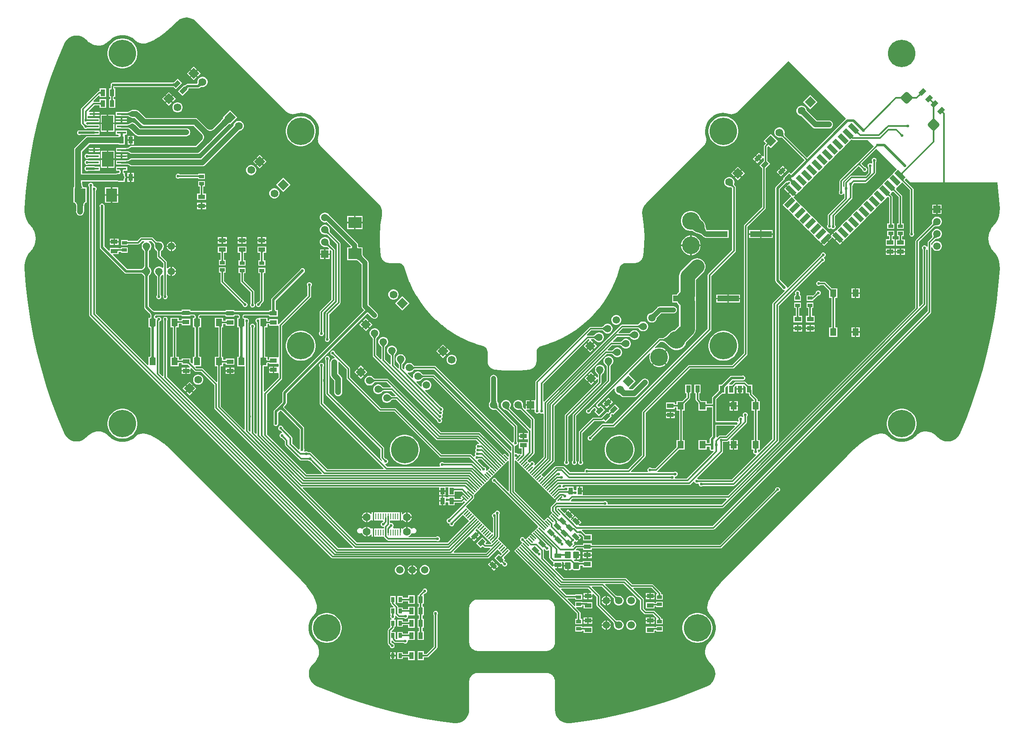
<source format=gbr>
%TF.GenerationSoftware,Altium Limited,Altium Designer,21.8.1 (53)*%
G04 Layer_Physical_Order=1*
G04 Layer_Color=255*
%FSLAX42Y42*%
%MOMM*%
%TF.SameCoordinates,A14AC2FF-552C-49EE-99B9-5FADE3BE6FDA*%
%TF.FilePolarity,Positive*%
%TF.FileFunction,Copper,L1,Top,Signal*%
%TF.Part,Single*%
G01*
G75*
%TA.AperFunction,SMDPad,CuDef*%
G04:AMPARAMS|DCode=10|XSize=1mm|YSize=2.2mm|CornerRadius=0mm|HoleSize=0mm|Usage=FLASHONLY|Rotation=225.000|XOffset=0mm|YOffset=0mm|HoleType=Round|Shape=Rectangle|*
%AMROTATEDRECTD10*
4,1,4,-0.42,1.13,1.13,-0.42,0.42,-1.13,-1.13,0.42,-0.42,1.13,0.0*
%
%ADD10ROTATEDRECTD10*%

G04:AMPARAMS|DCode=11|XSize=1mm|YSize=2.2mm|CornerRadius=0mm|HoleSize=0mm|Usage=FLASHONLY|Rotation=135.000|XOffset=0mm|YOffset=0mm|HoleType=Round|Shape=Rectangle|*
%AMROTATEDRECTD11*
4,1,4,1.13,0.42,-0.42,-1.13,-1.13,-0.42,0.42,1.13,1.13,0.42,0.0*
%
%ADD11ROTATEDRECTD11*%

%ADD12R,0.27X1.30*%
%ADD13R,1.00X0.70*%
G04:AMPARAMS|DCode=14|XSize=0.9mm|YSize=1.4mm|CornerRadius=0mm|HoleSize=0mm|Usage=FLASHONLY|Rotation=225.000|XOffset=0mm|YOffset=0mm|HoleType=Round|Shape=Rectangle|*
%AMROTATEDRECTD14*
4,1,4,-0.18,0.81,0.81,-0.18,0.18,-0.81,-0.81,0.18,-0.18,0.81,0.0*
%
%ADD14ROTATEDRECTD14*%

%ADD15R,0.90X1.40*%
G04:AMPARAMS|DCode=16|XSize=1.4mm|YSize=1.2mm|CornerRadius=0.15mm|HoleSize=0mm|Usage=FLASHONLY|Rotation=270.000|XOffset=0mm|YOffset=0mm|HoleType=Round|Shape=RoundedRectangle|*
%AMROUNDEDRECTD16*
21,1,1.40,0.90,0,0,270.0*
21,1,1.10,1.20,0,0,270.0*
1,1,0.30,-0.45,-0.55*
1,1,0.30,-0.45,0.55*
1,1,0.30,0.45,0.55*
1,1,0.30,0.45,-0.55*
%
%ADD16ROUNDEDRECTD16*%
%ADD17R,1.30X1.55*%
%ADD18R,1.90X0.45*%
%ADD19R,2.40X3.10*%
G04:AMPARAMS|DCode=20|XSize=0.9mm|YSize=1.4mm|CornerRadius=0mm|HoleSize=0mm|Usage=FLASHONLY|Rotation=315.000|XOffset=0mm|YOffset=0mm|HoleType=Round|Shape=Rectangle|*
%AMROTATEDRECTD20*
4,1,4,-0.81,-0.18,0.18,0.81,0.81,0.18,-0.18,-0.81,-0.81,-0.18,0.0*
%
%ADD20ROTATEDRECTD20*%

%ADD21R,2.29X2.79*%
%ADD22R,1.40X0.90*%
%ADD23R,4.40X1.20*%
G04:AMPARAMS|DCode=24|XSize=0.3mm|YSize=1.2mm|CornerRadius=0mm|HoleSize=0mm|Usage=FLASHONLY|Rotation=45.000|XOffset=0mm|YOffset=0mm|HoleType=Round|Shape=Rectangle|*
%AMROTATEDRECTD24*
4,1,4,0.32,-0.53,-0.53,0.32,-0.32,0.53,0.53,-0.32,0.32,-0.53,0.0*
%
%ADD24ROTATEDRECTD24*%

G04:AMPARAMS|DCode=25|XSize=0.3mm|YSize=1.2mm|CornerRadius=0mm|HoleSize=0mm|Usage=FLASHONLY|Rotation=135.000|XOffset=0mm|YOffset=0mm|HoleType=Round|Shape=Rectangle|*
%AMROTATEDRECTD25*
4,1,4,0.53,0.32,-0.32,-0.53,-0.53,-0.32,0.32,0.53,0.53,0.32,0.0*
%
%ADD25ROTATEDRECTD25*%

%ADD26R,2.79X2.29*%
%ADD27R,0.70X1.00*%
%TA.AperFunction,Conductor*%
%ADD28C,1.00*%
%ADD29C,0.30*%
%ADD30C,0.50*%
%ADD31C,3.00*%
%ADD32C,1.20*%
%ADD33C,0.40*%
%ADD34C,2.50*%
%TA.AperFunction,ComponentPad*%
%ADD35P,2.23X4X90.0*%
%ADD36C,1.58*%
%ADD37C,1.60*%
%TA.AperFunction,ViaPad*%
%ADD38C,5.60*%
%TA.AperFunction,ComponentPad*%
%ADD39P,2.23X4X180.0*%
%ADD40C,1.50*%
%ADD41C,3.60*%
%ADD42C,1.51*%
%ADD43P,2.13X4X90.0*%
%ADD44P,2.13X4X360.0*%
%ADD45R,1.51X1.51*%
G04:AMPARAMS|DCode=46|XSize=2mm|YSize=2mm|CornerRadius=0.5mm|HoleSize=0mm|Usage=FLASHONLY|Rotation=135.000|XOffset=0mm|YOffset=0mm|HoleType=Round|Shape=RoundedRectangle|*
%AMROUNDEDRECTD46*
21,1,2.00,1.00,0,0,135.0*
21,1,1.00,2.00,0,0,135.0*
1,1,1.00,0.00,0.71*
1,1,1.00,0.71,0.00*
1,1,1.00,0.00,-0.71*
1,1,1.00,-0.71,0.00*
%
%ADD46ROUNDEDRECTD46*%
%ADD47R,1.51X1.51*%
%TA.AperFunction,ViaPad*%
%ADD48C,0.60*%
%ADD49C,0.80*%
G36*
X13407Y24512D02*
X13458Y24496D01*
X13506Y24471D01*
X13548Y24436D01*
X15393Y22591D01*
X15394Y22590D01*
X15395Y22589D01*
X15421Y22569D01*
X15423Y22567D01*
X15425Y22566D01*
X15455Y22551D01*
X15458Y22550D01*
X15460Y22549D01*
X15492Y22542D01*
X15495Y22542D01*
X15498Y22541D01*
X15531Y22540D01*
X15533Y22541D01*
X15536Y22541D01*
X15568Y22548D01*
X15569Y22548D01*
X15569Y22548D01*
X15633Y22563D01*
X15696Y22566D01*
X15759Y22559D01*
X15820Y22542D01*
X15877Y22515D01*
X15928Y22478D01*
X15973Y22433D01*
X16009Y22382D01*
X16037Y22325D01*
X16054Y22264D01*
X16061Y22201D01*
X16057Y22138D01*
X16042Y22074D01*
X16042Y22074D01*
X16042Y22074D01*
X16036Y22042D01*
X16036Y22039D01*
X16035Y22036D01*
X16036Y22003D01*
X16036Y22000D01*
X16036Y21998D01*
X16044Y21966D01*
X16045Y21963D01*
X16046Y21960D01*
X16060Y21931D01*
X16062Y21929D01*
X16063Y21926D01*
X16084Y21900D01*
X16085Y21899D01*
X16086Y21898D01*
X17265Y20719D01*
X17299Y20678D01*
X17324Y20631D01*
X17340Y20581D01*
X17346Y20528D01*
X17342Y20474D01*
X17313Y20272D01*
X17313Y20271D01*
X17313Y20270D01*
X17300Y20066D01*
X17300Y20065D01*
X17300Y20064D01*
X17303Y19859D01*
X17303Y19858D01*
X17303Y19857D01*
X17322Y19653D01*
X17322Y19652D01*
X17322Y19650D01*
X17330Y19620D01*
X17331Y19617D01*
X17331Y19615D01*
X17344Y19587D01*
X17346Y19585D01*
X17347Y19582D01*
X17366Y19558D01*
X17368Y19556D01*
X17369Y19554D01*
X17392Y19534D01*
X17395Y19532D01*
X17397Y19531D01*
X17423Y19515D01*
X17426Y19515D01*
X17428Y19513D01*
X17458Y19504D01*
X17460Y19504D01*
X17463Y19503D01*
X17493Y19500D01*
X17495Y19500D01*
X17496Y19500D01*
X17681D01*
X17710Y19496D01*
X17735Y19488D01*
X17758Y19474D01*
X17778Y19455D01*
X17793Y19433D01*
X17804Y19406D01*
X17849Y19257D01*
X17850Y19256D01*
X17850Y19255D01*
X17906Y19109D01*
X17907Y19108D01*
X17907Y19108D01*
X17973Y18966D01*
X17974Y18965D01*
X17974Y18964D01*
X18050Y18827D01*
X18051Y18827D01*
X18051Y18826D01*
X18136Y18695D01*
X18137Y18694D01*
X18137Y18693D01*
X18232Y18568D01*
X18232Y18568D01*
X18233Y18567D01*
X18335Y18449D01*
X18336Y18448D01*
X18337Y18447D01*
X18447Y18337D01*
X18448Y18336D01*
X18449Y18335D01*
X18567Y18233D01*
X18568Y18232D01*
X18568Y18232D01*
X18693Y18137D01*
X18694Y18137D01*
X18695Y18136D01*
X18826Y18051D01*
X18827Y18051D01*
X18827Y18050D01*
X18964Y17974D01*
X18965Y17974D01*
X18966Y17973D01*
X19108Y17907D01*
X19108Y17907D01*
X19109Y17906D01*
X19255Y17850D01*
X19256Y17850D01*
X19257Y17849D01*
X19406Y17804D01*
X19433Y17793D01*
X19455Y17778D01*
X19474Y17758D01*
X19488Y17735D01*
X19496Y17710D01*
X19500Y17681D01*
Y17496D01*
X19500Y17495D01*
X19500Y17493D01*
X19503Y17463D01*
X19504Y17460D01*
X19504Y17458D01*
X19513Y17428D01*
X19515Y17426D01*
X19515Y17423D01*
X19531Y17397D01*
X19532Y17395D01*
X19534Y17392D01*
X19554Y17369D01*
X19556Y17368D01*
X19558Y17366D01*
X19582Y17347D01*
X19585Y17346D01*
X19587Y17344D01*
X19615Y17331D01*
X19617Y17331D01*
X19620Y17330D01*
X19650Y17322D01*
X19652Y17322D01*
X19653Y17322D01*
X19825Y17305D01*
X19826Y17305D01*
X19827Y17305D01*
X19999Y17300D01*
X20000Y17300D01*
X20001Y17300D01*
X20173Y17305D01*
X20174Y17305D01*
X20175Y17305D01*
X20347Y17322D01*
X20348Y17322D01*
X20350Y17322D01*
X20380Y17330D01*
X20383Y17331D01*
X20385Y17331D01*
X20413Y17344D01*
X20415Y17346D01*
X20418Y17347D01*
X20442Y17366D01*
X20444Y17368D01*
X20446Y17369D01*
X20466Y17392D01*
X20468Y17395D01*
X20469Y17397D01*
X20485Y17423D01*
X20485Y17426D01*
X20487Y17428D01*
X20496Y17458D01*
X20496Y17460D01*
X20497Y17463D01*
X20500Y17493D01*
X20500Y17495D01*
X20500Y17496D01*
Y17681D01*
X20504Y17710D01*
X20512Y17735D01*
X20526Y17758D01*
X20545Y17778D01*
X20567Y17793D01*
X20594Y17804D01*
X20743Y17849D01*
X20744Y17850D01*
X20745Y17850D01*
X20891Y17906D01*
X20892Y17907D01*
X20892Y17907D01*
X21034Y17973D01*
X21035Y17974D01*
X21036Y17974D01*
X21173Y18050D01*
X21173Y18051D01*
X21174Y18051D01*
X21305Y18136D01*
X21306Y18137D01*
X21307Y18137D01*
X21432Y18232D01*
X21432Y18232D01*
X21433Y18233D01*
X21551Y18335D01*
X21552Y18336D01*
X21553Y18337D01*
X21663Y18447D01*
X21664Y18448D01*
X21665Y18449D01*
X21767Y18567D01*
X21768Y18568D01*
X21768Y18568D01*
X21863Y18693D01*
X21863Y18694D01*
X21864Y18695D01*
X21949Y18826D01*
X21949Y18827D01*
X21950Y18827D01*
X22026Y18964D01*
X22026Y18965D01*
X22027Y18966D01*
X22093Y19108D01*
X22093Y19108D01*
X22094Y19109D01*
X22150Y19255D01*
X22150Y19256D01*
X22151Y19257D01*
X22196Y19406D01*
X22207Y19433D01*
X22222Y19455D01*
X22242Y19474D01*
X22265Y19488D01*
X22290Y19496D01*
X22319Y19500D01*
X22504D01*
X22505Y19500D01*
X22507Y19500D01*
X22537Y19503D01*
X22540Y19504D01*
X22542Y19504D01*
X22572Y19513D01*
X22574Y19515D01*
X22577Y19515D01*
X22603Y19531D01*
X22605Y19532D01*
X22608Y19534D01*
X22631Y19554D01*
X22632Y19556D01*
X22634Y19558D01*
X22653Y19582D01*
X22654Y19585D01*
X22656Y19587D01*
X22669Y19615D01*
X22669Y19617D01*
X22670Y19620D01*
X22678Y19650D01*
X22678Y19652D01*
X22678Y19653D01*
X22697Y19857D01*
X22697Y19858D01*
X22697Y19859D01*
X22700Y20064D01*
X22700Y20065D01*
X22700Y20066D01*
X22687Y20270D01*
X22687Y20271D01*
X22687Y20272D01*
X22658Y20474D01*
X22654Y20528D01*
X22660Y20581D01*
X22676Y20631D01*
X22701Y20678D01*
X22735Y20719D01*
X23914Y21898D01*
X23915Y21899D01*
X23916Y21900D01*
X23937Y21926D01*
X23938Y21929D01*
X23940Y21931D01*
X23954Y21960D01*
X23955Y21963D01*
X23956Y21966D01*
X23964Y21998D01*
X23964Y22000D01*
X23964Y22003D01*
X23965Y22036D01*
X23964Y22039D01*
X23964Y22042D01*
X23958Y22074D01*
X23958Y22074D01*
X23958Y22074D01*
X23943Y22138D01*
X23939Y22201D01*
X23946Y22264D01*
X23963Y22325D01*
X23991Y22382D01*
X24027Y22433D01*
X24072Y22478D01*
X24123Y22515D01*
X24180Y22542D01*
X24241Y22559D01*
X24304Y22566D01*
X24367Y22563D01*
X24431Y22548D01*
X24431Y22548D01*
X24432Y22548D01*
X24464Y22541D01*
X24467Y22541D01*
X24469Y22540D01*
X24502Y22541D01*
X24505Y22542D01*
X24508Y22542D01*
X24540Y22549D01*
X24542Y22550D01*
X24545Y22551D01*
X24575Y22566D01*
X24577Y22567D01*
X24579Y22569D01*
X24605Y22589D01*
X24606Y22590D01*
X24607Y22591D01*
X25643Y23627D01*
X26813Y22457D01*
X26811Y22439D01*
X26023Y21651D01*
X25568Y22106D01*
X25566Y22109D01*
X25564Y22113D01*
X25562Y22118D01*
X25560Y22124D01*
X25558Y22131D01*
X25557Y22138D01*
X25557Y22141D01*
X25561Y22153D01*
Y22180D01*
X25553Y22207D01*
X25540Y22230D01*
X25520Y22250D01*
X25497Y22263D01*
X25470Y22271D01*
X25443D01*
X25417Y22263D01*
X25393Y22250D01*
X25374Y22230D01*
X25360Y22207D01*
X25353Y22180D01*
Y22153D01*
X25360Y22127D01*
X25374Y22103D01*
X25393Y22084D01*
X25417Y22070D01*
X25443Y22063D01*
X25470D01*
X25483Y22066D01*
X25485Y22066D01*
X25493Y22065D01*
X25500Y22064D01*
X25505Y22062D01*
X25510Y22060D01*
X25514Y22058D01*
X25517Y22056D01*
X25972Y21601D01*
X25694Y21323D01*
X25659Y21358D01*
X25547Y21246D01*
X25546Y21245D01*
X25546Y21245D01*
X25532Y21231D01*
X25543Y21219D01*
X25542Y21217D01*
X25540Y21213D01*
X25533Y21205D01*
X25388Y21059D01*
X25378Y21045D01*
X25374Y21027D01*
Y19140D01*
X25378Y19122D01*
X25388Y19108D01*
X25513Y18982D01*
X25518Y18972D01*
X25532Y18958D01*
X25550Y18950D01*
X25558D01*
X25567Y18930D01*
X25325Y18688D01*
X25317Y18676D01*
X25314Y18663D01*
Y15905D01*
X25040Y15630D01*
X25020Y15639D01*
Y15650D01*
X25012Y15668D01*
X25021Y15687D01*
X25022Y15688D01*
X25055D01*
Y15883D01*
X25011D01*
X25011Y15884D01*
X25011Y15886D01*
Y16479D01*
X25011Y16481D01*
X25011Y16482D01*
X25055D01*
Y16677D01*
X25011D01*
X25011Y16679D01*
X25011Y16681D01*
Y16708D01*
X25008Y16722D01*
X25000Y16734D01*
X24904Y16830D01*
Y16895D01*
X24903Y16898D01*
Y17015D01*
X24826D01*
X24823Y17016D01*
X24815Y17023D01*
X24773Y17065D01*
X24762Y17073D01*
X24748Y17076D01*
X24567D01*
X24553Y17073D01*
X24542Y17065D01*
X24499Y17022D01*
X24493Y17017D01*
X24489Y17014D01*
X24486Y17012D01*
X24476D01*
X24476Y17012D01*
X24476Y17012D01*
X24435D01*
X24427Y17032D01*
X24499Y17104D01*
X24690D01*
X24700Y17100D01*
X24720D01*
X24738Y17108D01*
X24752Y17122D01*
X24760Y17140D01*
Y17160D01*
X24752Y17178D01*
X24738Y17192D01*
X24720Y17200D01*
X24700D01*
X24690Y17196D01*
X24480D01*
X24462Y17192D01*
X24448Y17182D01*
X24309Y17044D01*
X24290Y17027D01*
X24280Y17020D01*
X24272Y17015D01*
X24267Y17012D01*
X24252D01*
X24252Y17012D01*
X24252Y17012D01*
X24221D01*
Y16931D01*
X24220Y16927D01*
Y16899D01*
X24215Y16892D01*
X24203Y16878D01*
X24093Y16768D01*
X24083Y16753D01*
X24080Y16736D01*
Y16626D01*
X23978D01*
X23976Y16626D01*
X23975Y16626D01*
Y16677D01*
X23867D01*
X23866Y16678D01*
X23862Y16681D01*
X23845Y16695D01*
X23819Y16722D01*
Y16836D01*
X23819Y16838D01*
X23819Y16840D01*
X23848D01*
Y17019D01*
X23718D01*
Y16840D01*
X23747D01*
X23747Y16838D01*
X23747Y16836D01*
Y16707D01*
X23750Y16693D01*
X23758Y16682D01*
X23795Y16644D01*
X23800Y16639D01*
X23804Y16634D01*
X23804Y16634D01*
Y16630D01*
X23805Y16627D01*
Y16482D01*
X23975D01*
Y16554D01*
X23976Y16554D01*
X23978Y16554D01*
X24080D01*
Y16220D01*
Y15966D01*
X24048Y15933D01*
X24038Y15918D01*
X24034Y15901D01*
Y15821D01*
X23978D01*
X23976Y15821D01*
X23975Y15821D01*
Y15882D01*
X23805D01*
Y15688D01*
X23975D01*
Y15749D01*
X23976Y15749D01*
X23978Y15749D01*
X24034D01*
Y15730D01*
X24030Y15720D01*
Y15700D01*
X24038Y15682D01*
X24052Y15668D01*
X24070Y15660D01*
X24090D01*
X24096Y15663D01*
X24119Y15652D01*
X24119Y15652D01*
X24119Y15650D01*
X23565Y15096D01*
X23330D01*
X23320Y15110D01*
Y15122D01*
X23320Y15130D01*
X23337Y15140D01*
X23340D01*
X23358Y15148D01*
X23372Y15162D01*
X23380Y15180D01*
Y15200D01*
X23372Y15218D01*
X23358Y15232D01*
X23340Y15240D01*
X23320D01*
X23302Y15232D01*
X23296Y15227D01*
X23296Y15227D01*
X23296Y15227D01*
X23296Y15227D01*
X23295Y15226D01*
X23295Y15226D01*
X23294Y15226D01*
X23293Y15226D01*
X23291Y15226D01*
X22969D01*
X22963Y15246D01*
X22965Y15247D01*
X23395Y15677D01*
X23401Y15682D01*
X23405Y15686D01*
X23408Y15688D01*
X23417D01*
X23418Y15687D01*
X23418Y15688D01*
X23525D01*
Y15882D01*
X23486D01*
X23486Y15884D01*
X23486Y15886D01*
Y16479D01*
X23486Y16481D01*
X23486Y16482D01*
X23525D01*
Y16625D01*
X23527Y16627D01*
X23534Y16636D01*
X23622Y16724D01*
X23630Y16736D01*
X23633Y16749D01*
Y16836D01*
X23633Y16838D01*
X23633Y16840D01*
X23662D01*
Y17019D01*
X23532D01*
Y16840D01*
X23561D01*
X23561Y16838D01*
X23561Y16836D01*
Y16764D01*
X23485Y16688D01*
X23479Y16683D01*
X23475Y16679D01*
X23473Y16677D01*
X23355D01*
Y16620D01*
X23354Y16620D01*
X23352Y16620D01*
X23325D01*
X23323Y16620D01*
X23322Y16620D01*
Y16649D01*
X23142D01*
Y16519D01*
X23322D01*
Y16548D01*
X23323Y16548D01*
X23325Y16549D01*
X23352D01*
X23354Y16548D01*
X23355Y16548D01*
Y16482D01*
X23414D01*
X23414Y16481D01*
X23414Y16479D01*
Y15886D01*
X23414Y15884D01*
X23414Y15882D01*
X23355D01*
Y15751D01*
X23355Y15750D01*
X23355Y15750D01*
Y15740D01*
X23353Y15737D01*
X23346Y15729D01*
X22925Y15308D01*
X22855D01*
X22854Y15308D01*
X22853Y15308D01*
X22852Y15308D01*
X22851Y15308D01*
X22851Y15309D01*
X22850Y15309D01*
X22850Y15309D01*
X22850Y15309D01*
X22845Y15314D01*
X22826Y15322D01*
X22806D01*
X22788Y15314D01*
X22774Y15300D01*
X22766Y15282D01*
Y15262D01*
X22773Y15246D01*
X22769Y15236D01*
X22763Y15226D01*
X22432D01*
X22425Y15244D01*
X22715Y15535D01*
X22723Y15546D01*
X22726Y15560D01*
Y16435D01*
X23635Y17344D01*
X24510D01*
X24524Y17347D01*
X24535Y17355D01*
X24795Y17615D01*
X24803Y17626D01*
X24806Y17640D01*
Y20240D01*
X25166Y20600D01*
X25173Y20612D01*
X25176Y20625D01*
Y21423D01*
X25176Y21430D01*
X25177Y21436D01*
X25178Y21439D01*
X25184Y21446D01*
X25185Y21446D01*
X25185Y21447D01*
X25267Y21529D01*
X25213Y21584D01*
X25212Y21587D01*
X25211Y21598D01*
Y21871D01*
X25232Y21891D01*
X25280Y21843D01*
X25427Y21990D01*
X25280Y22137D01*
X25133Y21990D01*
X25181Y21942D01*
X25150Y21911D01*
X25143Y21899D01*
X25140Y21886D01*
Y21685D01*
X25120Y21677D01*
X25099Y21697D01*
X25046Y21644D01*
X25082Y21609D01*
X25120Y21647D01*
X25140Y21639D01*
Y21600D01*
X25140Y21592D01*
X25139Y21587D01*
X25138Y21584D01*
X25048Y21494D01*
X25096Y21447D01*
X25096Y21446D01*
X25096Y21446D01*
X25103Y21439D01*
X25104Y21436D01*
X25105Y21425D01*
Y20640D01*
X24745Y20280D01*
X24737Y20269D01*
X24734Y20255D01*
Y17655D01*
X24495Y17416D01*
X23620D01*
X23606Y17413D01*
X23595Y17405D01*
X22665Y16475D01*
X22657Y16464D01*
X22654Y16450D01*
Y15575D01*
X22365Y15286D01*
X21568D01*
X21568Y15286D01*
X21566Y15286D01*
X21565Y15286D01*
X21565Y15286D01*
X21564Y15287D01*
X21564Y15287D01*
X21564Y15287D01*
X21564Y15287D01*
X21558Y15292D01*
X21540Y15300D01*
X21520D01*
X21502Y15292D01*
X21488Y15278D01*
X21480Y15260D01*
Y15240D01*
X21470Y15226D01*
X21185D01*
X21070Y15340D01*
X21059Y15348D01*
X21045Y15351D01*
X20896D01*
X20883Y15348D01*
X20871Y15340D01*
X20650Y15119D01*
X20594Y15175D01*
X20855Y15435D01*
X20863Y15447D01*
X20866Y15461D01*
Y16575D01*
X21930Y17639D01*
X22030D01*
X22033Y17639D01*
X22037Y17638D01*
X22042Y17636D01*
X22047Y17633D01*
X22052Y17630D01*
X22058Y17626D01*
X22059Y17625D01*
X22065Y17613D01*
X22084Y17595D01*
X22107Y17582D01*
X22132Y17575D01*
X22159D01*
X22184Y17582D01*
X22207Y17595D01*
X22226Y17613D01*
X22239Y17636D01*
X22246Y17662D01*
Y17688D01*
X22239Y17714D01*
X22226Y17737D01*
X22207Y17755D01*
X22184Y17769D01*
X22159Y17776D01*
X22132D01*
X22107Y17769D01*
X22084Y17755D01*
X22065Y17737D01*
X22059Y17725D01*
X22058Y17725D01*
X22052Y17721D01*
X22047Y17717D01*
X22042Y17715D01*
X22037Y17713D01*
X22033Y17711D01*
X22030Y17711D01*
X21957D01*
X21950Y17729D01*
X22037Y17816D01*
X22207D01*
X22210Y17816D01*
X22214Y17814D01*
X22219Y17812D01*
X22224Y17810D01*
X22229Y17806D01*
X22234Y17802D01*
X22236Y17801D01*
X22242Y17790D01*
X22261Y17772D01*
X22284Y17758D01*
X22309Y17751D01*
X22336D01*
X22361Y17758D01*
X22384Y17772D01*
X22403Y17790D01*
X22416Y17813D01*
X22423Y17839D01*
Y17865D01*
X22416Y17891D01*
X22403Y17914D01*
X22384Y17932D01*
X22361Y17945D01*
X22336Y17952D01*
X22309D01*
X22284Y17945D01*
X22261Y17932D01*
X22242Y17914D01*
X22236Y17902D01*
X22235Y17902D01*
X22229Y17897D01*
X22224Y17894D01*
X22219Y17891D01*
X22214Y17889D01*
X22210Y17888D01*
X22207Y17888D01*
X22064D01*
X22057Y17906D01*
X22143Y17993D01*
X22383D01*
X22387Y17992D01*
X22391Y17991D01*
X22395Y17989D01*
X22400Y17987D01*
X22406Y17983D01*
X22411Y17979D01*
X22412Y17978D01*
X22419Y17967D01*
X22438Y17948D01*
X22460Y17935D01*
X22486Y17928D01*
X22512D01*
X22538Y17935D01*
X22561Y17948D01*
X22580Y17967D01*
X22593Y17990D01*
X22600Y18015D01*
Y18042D01*
X22593Y18067D01*
X22580Y18090D01*
X22561Y18109D01*
X22538Y18122D01*
X22512Y18129D01*
X22486D01*
X22460Y18122D01*
X22438Y18109D01*
X22419Y18090D01*
X22412Y18079D01*
X22411Y18078D01*
X22406Y18074D01*
X22400Y18071D01*
X22395Y18068D01*
X22391Y18066D01*
X22387Y18065D01*
X22383Y18064D01*
X22177D01*
X22170Y18083D01*
X22257Y18170D01*
X22560D01*
X22564Y18169D01*
X22568Y18168D01*
X22572Y18166D01*
X22577Y18163D01*
X22582Y18160D01*
X22588Y18156D01*
X22589Y18155D01*
X22596Y18144D01*
X22614Y18125D01*
X22637Y18112D01*
X22663Y18105D01*
X22689D01*
X22715Y18112D01*
X22738Y18125D01*
X22756Y18144D01*
X22770Y18167D01*
X22776Y18192D01*
Y18219D01*
X22770Y18244D01*
X22756Y18267D01*
X22738Y18286D01*
X22715Y18299D01*
X22689Y18306D01*
X22663D01*
X22637Y18299D01*
X22614Y18286D01*
X22596Y18267D01*
X22589Y18256D01*
X22588Y18255D01*
X22582Y18251D01*
X22577Y18248D01*
X22572Y18245D01*
X22568Y18243D01*
X22564Y18242D01*
X22560Y18241D01*
X22242D01*
X22228Y18238D01*
X22217Y18231D01*
X20656Y16671D01*
X20656Y16669D01*
X20636Y16675D01*
Y17025D01*
X21556Y17945D01*
X21573Y17943D01*
X21580Y17925D01*
X21540Y17885D01*
X21596Y17828D01*
X21653Y17885D01*
X21610Y17928D01*
X21619Y17948D01*
X21657D01*
X21661Y17947D01*
X21665Y17946D01*
X21669Y17944D01*
X21674Y17941D01*
X21680Y17938D01*
X21685Y17934D01*
X21686Y17933D01*
X21693Y17922D01*
X21712Y17903D01*
X21734Y17890D01*
X21760Y17883D01*
X21786D01*
X21812Y17890D01*
X21835Y17903D01*
X21854Y17922D01*
X21867Y17944D01*
X21874Y17970D01*
Y17996D01*
X21867Y18022D01*
X21854Y18045D01*
X21835Y18064D01*
X21812Y18077D01*
X21786Y18084D01*
X21760D01*
X21734Y18077D01*
X21712Y18064D01*
X21693Y18045D01*
X21686Y18034D01*
X21686Y18033D01*
X21680Y18029D01*
X21674Y18025D01*
X21669Y18023D01*
X21665Y18021D01*
X21661Y18020D01*
X21657Y18019D01*
X21543D01*
X21536Y18018D01*
X21526Y18036D01*
X21615Y18124D01*
X21834D01*
X21838Y18124D01*
X21842Y18122D01*
X21846Y18121D01*
X21851Y18118D01*
X21857Y18114D01*
X21862Y18110D01*
X21863Y18109D01*
X21870Y18098D01*
X21888Y18080D01*
X21911Y18066D01*
X21937Y18060D01*
X21963D01*
X21989Y18066D01*
X22012Y18080D01*
X22030Y18098D01*
X22044Y18121D01*
X22050Y18147D01*
Y18173D01*
X22044Y18199D01*
X22030Y18222D01*
X22012Y18240D01*
X21989Y18254D01*
X21963Y18260D01*
X21937D01*
X21911Y18254D01*
X21888Y18240D01*
X21870Y18222D01*
X21863Y18210D01*
X21862Y18210D01*
X21857Y18206D01*
X21851Y18202D01*
X21846Y18199D01*
X21842Y18198D01*
X21838Y18196D01*
X21834Y18196D01*
X21600D01*
X21586Y18193D01*
X21575Y18185D01*
X20485Y17095D01*
X20477Y17084D01*
X20474Y17070D01*
Y16716D01*
X20470Y16698D01*
X20454Y16698D01*
X20390D01*
Y16602D01*
Y16507D01*
X20450D01*
X20463Y16487D01*
X20460Y16480D01*
Y16460D01*
X20468Y16442D01*
X20482Y16428D01*
X20500Y16420D01*
X20520D01*
X20538Y16428D01*
X20542Y16431D01*
X20555Y16440D01*
X20568Y16431D01*
X20572Y16428D01*
X20590Y16420D01*
X20610D01*
X20626Y16427D01*
X20636Y16423D01*
X20646Y16417D01*
Y15539D01*
X20471Y15364D01*
X20454Y15376D01*
X20460Y15390D01*
Y15410D01*
X20452Y15428D01*
X20438Y15442D01*
X20420Y15450D01*
X20400D01*
X20382Y15442D01*
X20368Y15428D01*
X20344Y15425D01*
X20312Y15458D01*
X20445Y15591D01*
X20453Y15603D01*
X20456Y15616D01*
Y16307D01*
X20453Y16321D01*
X20445Y16333D01*
X20291Y16487D01*
X20299Y16507D01*
X20360D01*
Y16587D01*
X20280D01*
Y16527D01*
X20260Y16518D01*
X20232Y16546D01*
X20230Y16549D01*
X20228Y16552D01*
X20226Y16557D01*
X20225Y16562D01*
X20223Y16569D01*
X20222Y16575D01*
X20222Y16577D01*
X20225Y16589D01*
Y16616D01*
X20219Y16641D01*
X20205Y16664D01*
X20187Y16683D01*
X20164Y16696D01*
X20138Y16703D01*
X20112D01*
X20086Y16696D01*
X20063Y16683D01*
X20045Y16664D01*
X20031Y16641D01*
X20025Y16616D01*
Y16589D01*
X20031Y16564D01*
X20045Y16541D01*
X20063Y16522D01*
X20086Y16509D01*
X20112Y16502D01*
X20138D01*
X20151Y16505D01*
X20152Y16505D01*
X20159Y16504D01*
X20165Y16503D01*
X20171Y16501D01*
X20175Y16499D01*
X20179Y16497D01*
X20182Y16495D01*
X20384Y16293D01*
Y16123D01*
X20366Y16115D01*
X19958Y16523D01*
X19956Y16526D01*
X19955Y16528D01*
X19954Y16531D01*
X19954Y16534D01*
X19954Y16538D01*
X19954Y16539D01*
X19955Y16541D01*
X19969Y16564D01*
X19975Y16589D01*
Y16616D01*
X19969Y16641D01*
X19955Y16664D01*
X19937Y16683D01*
X19914Y16696D01*
X19888Y16703D01*
X19862D01*
X19836Y16696D01*
X19813Y16683D01*
X19795Y16664D01*
X19781Y16641D01*
X19775Y16616D01*
Y16589D01*
X19781Y16564D01*
X19795Y16541D01*
X19813Y16522D01*
X19836Y16509D01*
X19862Y16502D01*
X19862D01*
X19865Y16501D01*
X19881Y16492D01*
X19894Y16484D01*
X19899Y16480D01*
X19902Y16478D01*
X20324Y16055D01*
Y16046D01*
X20320Y16028D01*
X20304Y16028D01*
X20246D01*
Y15963D01*
Y15898D01*
X20304D01*
X20320Y15898D01*
X20324Y15880D01*
Y15860D01*
X20320Y15842D01*
X20141D01*
Y15712D01*
X20195D01*
X20195Y15711D01*
X20195Y15709D01*
Y15603D01*
X20175Y15594D01*
X20156Y15614D01*
X20142Y15600D01*
X20120Y15601D01*
X20108Y15612D01*
X20090Y15620D01*
X20070D01*
X20056Y15630D01*
Y15752D01*
X20058Y15761D01*
X20074Y15770D01*
X20080D01*
X20098Y15778D01*
X20112Y15792D01*
X20120Y15810D01*
Y15830D01*
X20112Y15848D01*
X20107Y15854D01*
X20107Y15854D01*
X20107Y15854D01*
X20107Y15854D01*
X20106Y15855D01*
X20106Y15855D01*
X20106Y15856D01*
X20106Y15857D01*
X20106Y15859D01*
Y16157D01*
X20103Y16171D01*
X20095Y16183D01*
X19732Y16546D01*
X19730Y16549D01*
X19728Y16552D01*
X19726Y16557D01*
X19725Y16562D01*
X19723Y16569D01*
X19722Y16575D01*
X19722Y16577D01*
X19725Y16589D01*
Y16616D01*
X19719Y16641D01*
X19705Y16664D01*
X19697Y16673D01*
X19696Y16693D01*
Y17144D01*
X19693Y17162D01*
X19686Y17179D01*
X19675Y17194D01*
X19674Y17194D01*
X19660Y17206D01*
X19642Y17213D01*
X19624Y17215D01*
X19606Y17213D01*
X19589Y17206D01*
X19574Y17194D01*
X19563Y17180D01*
X19556Y17163D01*
X19554Y17144D01*
X19554Y17138D01*
Y16685D01*
X19554Y16682D01*
X19554Y16673D01*
X19545Y16664D01*
X19531Y16641D01*
X19525Y16616D01*
Y16589D01*
X19531Y16564D01*
X19545Y16541D01*
X19563Y16522D01*
X19586Y16509D01*
X19612Y16502D01*
X19638D01*
X19651Y16505D01*
X19652Y16505D01*
X19659Y16504D01*
X19665Y16503D01*
X19671Y16501D01*
X19675Y16499D01*
X19679Y16497D01*
X19682Y16495D01*
X20034Y16143D01*
Y15858D01*
X20034Y15858D01*
X20034Y15856D01*
X20034Y15855D01*
X20034Y15855D01*
X20033Y15854D01*
X20033Y15854D01*
X20033Y15854D01*
X20033Y15854D01*
X20028Y15848D01*
X20023Y15836D01*
X20002Y15829D01*
X18445Y17385D01*
X18434Y17393D01*
X18420Y17396D01*
X18016D01*
X18012Y17396D01*
X18008Y17398D01*
X18004Y17399D01*
X17999Y17402D01*
X17993Y17406D01*
X17988Y17410D01*
X17987Y17411D01*
X17980Y17422D01*
X17962Y17440D01*
X17939Y17454D01*
X17913Y17460D01*
X17887D01*
X17861Y17454D01*
X17838Y17440D01*
X17820Y17422D01*
X17806Y17399D01*
X17800Y17373D01*
Y17347D01*
X17802Y17336D01*
X17784Y17326D01*
X17759Y17352D01*
Y17421D01*
X17760Y17424D01*
X17761Y17428D01*
X17763Y17433D01*
X17765Y17438D01*
X17769Y17443D01*
X17773Y17449D01*
X17774Y17450D01*
X17785Y17456D01*
X17804Y17475D01*
X17817Y17498D01*
X17824Y17524D01*
Y17550D01*
X17817Y17576D01*
X17804Y17598D01*
X17785Y17617D01*
X17762Y17630D01*
X17736Y17637D01*
X17710D01*
X17684Y17630D01*
X17662Y17617D01*
X17643Y17598D01*
X17630Y17576D01*
X17623Y17550D01*
Y17524D01*
X17630Y17498D01*
X17643Y17475D01*
X17662Y17456D01*
X17673Y17450D01*
X17674Y17449D01*
X17678Y17443D01*
X17681Y17438D01*
X17684Y17433D01*
X17686Y17428D01*
X17687Y17424D01*
X17688Y17421D01*
Y17358D01*
X17668Y17350D01*
X17596Y17422D01*
Y17602D01*
X17596Y17605D01*
X17597Y17609D01*
X17599Y17614D01*
X17602Y17620D01*
X17605Y17626D01*
X17610Y17635D01*
X17627Y17652D01*
X17640Y17675D01*
X17647Y17700D01*
Y17727D01*
X17640Y17752D01*
X17627Y17775D01*
X17608Y17794D01*
X17585Y17807D01*
X17560Y17814D01*
X17533D01*
X17508Y17807D01*
X17485Y17794D01*
X17466Y17775D01*
X17453Y17752D01*
X17446Y17727D01*
Y17700D01*
X17453Y17675D01*
X17466Y17652D01*
X17485Y17633D01*
X17508Y17620D01*
X17511Y17619D01*
X17515Y17615D01*
X17518Y17611D01*
X17521Y17607D01*
X17522Y17603D01*
X17524Y17600D01*
X17524Y17596D01*
Y17434D01*
X17506Y17427D01*
X17405Y17527D01*
Y17775D01*
X17406Y17778D01*
X17407Y17782D01*
X17409Y17786D01*
X17412Y17791D01*
X17415Y17797D01*
X17419Y17802D01*
X17420Y17804D01*
X17431Y17810D01*
X17450Y17829D01*
X17463Y17852D01*
X17470Y17877D01*
Y17904D01*
X17463Y17929D01*
X17450Y17952D01*
X17431Y17971D01*
X17408Y17984D01*
X17383Y17991D01*
X17356D01*
X17331Y17984D01*
X17308Y17971D01*
X17289Y17952D01*
X17276Y17929D01*
X17269Y17904D01*
Y17877D01*
X17276Y17852D01*
X17289Y17829D01*
X17308Y17810D01*
X17319Y17803D01*
X17320Y17803D01*
X17324Y17797D01*
X17328Y17791D01*
X17330Y17786D01*
X17332Y17782D01*
X17333Y17778D01*
X17334Y17775D01*
Y17543D01*
X17316Y17535D01*
X17229Y17622D01*
Y17951D01*
X17229Y17955D01*
X17230Y17959D01*
X17232Y17963D01*
X17235Y17968D01*
X17238Y17974D01*
X17242Y17979D01*
X17243Y17980D01*
X17255Y17987D01*
X17273Y18005D01*
X17286Y18028D01*
X17293Y18054D01*
Y18080D01*
X17286Y18106D01*
X17273Y18129D01*
X17255Y18147D01*
X17232Y18161D01*
X17206Y18168D01*
X17180D01*
X17154Y18161D01*
X17131Y18147D01*
X17113Y18129D01*
X17099Y18106D01*
X17092Y18080D01*
Y18054D01*
X17099Y18028D01*
X17113Y18005D01*
X17131Y17987D01*
X17142Y17980D01*
X17143Y17979D01*
X17147Y17974D01*
X17151Y17968D01*
X17153Y17963D01*
X17155Y17959D01*
X17157Y17955D01*
X17157Y17951D01*
Y17607D01*
X17160Y17593D01*
X17168Y17582D01*
X18468Y16282D01*
X18468Y16281D01*
X18469Y16280D01*
X18469Y16279D01*
X18470Y16279D01*
X18470Y16278D01*
X18470Y16278D01*
X18470Y16278D01*
X18470Y16278D01*
Y16270D01*
X18478Y16252D01*
X18492Y16238D01*
X18510Y16230D01*
X18530D01*
X18548Y16238D01*
X18562Y16252D01*
X18570Y16270D01*
Y16290D01*
X18562Y16308D01*
X18557Y16313D01*
X18558Y16318D01*
X18572Y16332D01*
X18580Y16350D01*
Y16370D01*
X18572Y16388D01*
X18581Y16407D01*
X18582Y16407D01*
X18589Y16426D01*
Y16446D01*
X18582Y16464D01*
X18592Y16482D01*
X18600Y16500D01*
Y16520D01*
X18592Y16538D01*
X18578Y16552D01*
X18560Y16560D01*
X18552D01*
X18552Y16560D01*
X18552Y16560D01*
X18552Y16560D01*
X18551Y16560D01*
X18551Y16561D01*
X18550Y16561D01*
X18549Y16562D01*
X18548Y16563D01*
X18220Y16891D01*
X18230Y16909D01*
X18240Y16906D01*
X18267D01*
X18292Y16913D01*
X18315Y16926D01*
X18334Y16945D01*
X18347Y16968D01*
X18354Y16993D01*
Y17020D01*
X18347Y17045D01*
X18334Y17068D01*
X18315Y17087D01*
X18292Y17100D01*
X18267Y17107D01*
X18240D01*
X18215Y17100D01*
X18192Y17087D01*
X18173Y17068D01*
X18160Y17045D01*
X18153Y17020D01*
Y16993D01*
X18156Y16983D01*
X18138Y16972D01*
X18043Y17068D01*
X18053Y17086D01*
X18064Y17083D01*
X18090D01*
X18116Y17090D01*
X18138Y17103D01*
X18157Y17122D01*
X18164Y17133D01*
X18164Y17134D01*
X18170Y17138D01*
X18176Y17141D01*
X18181Y17144D01*
X18185Y17146D01*
X18189Y17147D01*
X18193Y17148D01*
X18382D01*
X19934Y15595D01*
Y15550D01*
X19916Y15542D01*
X19844Y15614D01*
X19810Y15579D01*
X19353Y16035D01*
X19341Y16043D01*
X19328Y16046D01*
X18555D01*
X17475Y17125D01*
X17464Y17133D01*
X17450Y17136D01*
X17205D01*
X17202Y17136D01*
X17197Y17137D01*
X17193Y17139D01*
X17188Y17142D01*
X17182Y17145D01*
X17176Y17149D01*
X17175Y17150D01*
X17170Y17158D01*
X17151Y17177D01*
X17129Y17190D01*
X17103Y17197D01*
X17077D01*
X17051Y17190D01*
X17028Y17177D01*
X17010Y17158D01*
X16996Y17135D01*
X16989Y17110D01*
Y17083D01*
X16996Y17058D01*
X17010Y17035D01*
X17028Y17016D01*
X17051Y17003D01*
X17077Y16996D01*
X17103D01*
X17129Y17003D01*
X17151Y17016D01*
X17170Y17035D01*
X17179Y17050D01*
X17179Y17050D01*
X17185Y17054D01*
X17190Y17058D01*
X17195Y17060D01*
X17199Y17062D01*
X17203Y17064D01*
X17206Y17064D01*
X17435D01*
X17526Y16974D01*
X17518Y16956D01*
X17382D01*
X17379Y16956D01*
X17375Y16957D01*
X17370Y16959D01*
X17366Y16962D01*
X17360Y16965D01*
X17355Y16969D01*
X17353Y16970D01*
X17347Y16981D01*
X17328Y17000D01*
X17305Y17013D01*
X17280Y17020D01*
X17253D01*
X17228Y17013D01*
X17205Y17000D01*
X17186Y16981D01*
X17173Y16959D01*
X17166Y16933D01*
Y16907D01*
X17173Y16881D01*
X17186Y16858D01*
X17205Y16840D01*
X17228Y16826D01*
X17253Y16819D01*
X17280D01*
X17305Y16826D01*
X17328Y16840D01*
X17347Y16858D01*
X17353Y16869D01*
X17354Y16870D01*
X17360Y16874D01*
X17366Y16878D01*
X17370Y16880D01*
X17375Y16882D01*
X17379Y16884D01*
X17382Y16884D01*
X17535D01*
X17622Y16797D01*
X17615Y16779D01*
X17559D01*
X17556Y16779D01*
X17552Y16781D01*
X17547Y16783D01*
X17542Y16785D01*
X17537Y16789D01*
X17531Y16793D01*
X17530Y16794D01*
X17524Y16805D01*
X17505Y16823D01*
X17482Y16837D01*
X17457Y16843D01*
X17430D01*
X17405Y16837D01*
X17382Y16823D01*
X17363Y16805D01*
X17350Y16782D01*
X17343Y16756D01*
Y16730D01*
X17350Y16704D01*
X17363Y16681D01*
X17382Y16663D01*
X17405Y16650D01*
X17430Y16643D01*
X17457D01*
X17482Y16650D01*
X17505Y16663D01*
X17524Y16681D01*
X17530Y16693D01*
X17531Y16693D01*
X17537Y16698D01*
X17542Y16701D01*
X17547Y16704D01*
X17552Y16705D01*
X17556Y16707D01*
X17559Y16707D01*
X17632D01*
X18450Y15890D01*
X18461Y15882D01*
X18475Y15879D01*
X19267D01*
X19326Y15820D01*
X19325Y15814D01*
X19317Y15801D01*
X19301D01*
X19283Y15793D01*
X19269Y15779D01*
X19261Y15761D01*
Y15741D01*
X19269Y15723D01*
X19260Y15703D01*
X19260Y15702D01*
X19252Y15684D01*
Y15664D01*
X19260Y15646D01*
X19249Y15630D01*
X19248Y15628D01*
X19240Y15610D01*
Y15590D01*
X19248Y15572D01*
X19237Y15554D01*
X19235Y15549D01*
X19211Y15544D01*
X19170Y15585D01*
X19159Y15593D01*
X19145Y15596D01*
X18565D01*
X17635Y16525D01*
X17624Y16533D01*
X17610Y16536D01*
X17325D01*
X17049Y16812D01*
X16696Y17165D01*
Y17340D01*
X16693Y17354D01*
X16685Y17365D01*
X16392Y17658D01*
X16392Y17659D01*
X16391Y17660D01*
X16391Y17661D01*
X16390Y17661D01*
X16390Y17662D01*
X16390Y17662D01*
X16390Y17662D01*
X16390Y17662D01*
Y17670D01*
X16382Y17688D01*
X16368Y17702D01*
X16350Y17710D01*
X16330D01*
X16312Y17702D01*
X16298Y17688D01*
X16290Y17670D01*
Y17650D01*
X16298Y17632D01*
X16312Y17618D01*
X16330Y17610D01*
X16338D01*
X16338Y17610D01*
X16338Y17610D01*
X16338Y17610D01*
X16339Y17610D01*
X16339Y17609D01*
X16340Y17609D01*
X16341Y17608D01*
X16342Y17607D01*
X16380Y17570D01*
X16371Y17551D01*
X16370Y17551D01*
X16349Y17548D01*
X16330Y17540D01*
X16313Y17527D01*
X16300Y17510D01*
X16292Y17491D01*
X16289Y17470D01*
Y17210D01*
X16292Y17189D01*
X16300Y17170D01*
X16313Y17153D01*
X16369Y17097D01*
Y16860D01*
X16372Y16839D01*
X16380Y16820D01*
X16393Y16803D01*
X16410Y16790D01*
X16429Y16782D01*
X16450Y16779D01*
X16471Y16782D01*
X16490Y16790D01*
X16507Y16803D01*
X16520Y16820D01*
X16528Y16839D01*
X16531Y16860D01*
Y17130D01*
X16528Y17151D01*
X16520Y17170D01*
X16507Y17187D01*
X16451Y17243D01*
Y17470D01*
X16451Y17471D01*
X16470Y17480D01*
X16624Y17325D01*
Y17150D01*
X16627Y17136D01*
X16635Y17125D01*
X16998Y16761D01*
X17285Y16475D01*
X17296Y16467D01*
X17310Y16464D01*
X17595D01*
X18525Y15535D01*
X18536Y15527D01*
X18550Y15524D01*
X19130D01*
X19368Y15287D01*
X19368Y15286D01*
X19369Y15285D01*
X19370Y15284D01*
X19370Y15284D01*
X19370Y15283D01*
X19370Y15283D01*
X19370Y15283D01*
X19370Y15283D01*
Y15275D01*
X19375Y15264D01*
X19358Y15253D01*
X19202Y15409D01*
X19190Y15417D01*
X19176Y15419D01*
X18608D01*
X18608Y15419D01*
X18606Y15420D01*
X18605Y15420D01*
X18605Y15420D01*
X18604Y15420D01*
X18604Y15420D01*
X18604Y15420D01*
X18604Y15421D01*
X18598Y15426D01*
X18580Y15434D01*
X18560D01*
X18542Y15426D01*
X18528Y15412D01*
X18520Y15394D01*
Y15374D01*
X18528Y15355D01*
X18519Y15336D01*
X17455D01*
X17410Y15380D01*
X17419Y15400D01*
X17430D01*
X17448Y15408D01*
X17462Y15422D01*
X17470Y15440D01*
Y15460D01*
X17462Y15478D01*
X17448Y15492D01*
X17430Y15500D01*
X17422D01*
X17422Y15500D01*
X17422Y15500D01*
X17422Y15500D01*
X17421Y15500D01*
X17421Y15501D01*
X17420Y15501D01*
X17419Y15502D01*
X17418Y15503D01*
X17386Y15535D01*
Y15710D01*
X17383Y15724D01*
X17375Y15735D01*
X16266Y16845D01*
Y17512D01*
X16266Y17512D01*
X16266Y17514D01*
X16266Y17515D01*
X16266Y17515D01*
X16267Y17516D01*
X16267Y17516D01*
X16267Y17516D01*
X16267Y17516D01*
X16272Y17522D01*
X16280Y17540D01*
Y17560D01*
X16272Y17578D01*
X16258Y17592D01*
X16240Y17600D01*
X16220D01*
X16202Y17592D01*
X16188Y17578D01*
X16180Y17560D01*
Y17540D01*
X16188Y17522D01*
X16193Y17516D01*
X16193Y17516D01*
X16193Y17516D01*
X16193Y17516D01*
X16194Y17515D01*
X16194Y17515D01*
X16194Y17514D01*
X16194Y17513D01*
X16194Y17511D01*
Y16830D01*
X16197Y16816D01*
X16205Y16805D01*
X17314Y15695D01*
Y15520D01*
X17317Y15506D01*
X17325Y15495D01*
X17356Y15464D01*
X17356Y15463D01*
X17334Y15457D01*
X16146Y16645D01*
Y17372D01*
X16146Y17372D01*
X16146Y17374D01*
X16146Y17375D01*
X16146Y17375D01*
X16147Y17376D01*
X16147Y17376D01*
X16147Y17376D01*
X16147Y17376D01*
X16152Y17382D01*
X16160Y17400D01*
Y17420D01*
X16152Y17438D01*
X16138Y17452D01*
X16120Y17460D01*
X16100D01*
X16082Y17452D01*
X16068Y17438D01*
X16060Y17420D01*
Y17400D01*
X16068Y17382D01*
X16073Y17376D01*
X16073Y17376D01*
X16073Y17376D01*
X16073Y17376D01*
X16074Y17375D01*
X16074Y17375D01*
X16074Y17374D01*
X16074Y17373D01*
X16074Y17371D01*
Y16630D01*
X16077Y16616D01*
X16085Y16605D01*
X17380Y15309D01*
X17373Y15291D01*
X16230D01*
X15895Y15625D01*
X15884Y15633D01*
X15870Y15636D01*
X15838D01*
X15838Y15636D01*
X15836Y15636D01*
X15835Y15636D01*
X15835Y15636D01*
X15834Y15637D01*
X15834Y15637D01*
X15834Y15637D01*
X15834Y15637D01*
X15828Y15642D01*
X15810Y15650D01*
X15790D01*
X15772Y15642D01*
X15763Y15644D01*
X15759Y15650D01*
X15754Y15666D01*
X15760Y15680D01*
Y15700D01*
X15756Y15710D01*
Y16120D01*
X15752Y16138D01*
X15742Y16152D01*
X15354Y16541D01*
X15350Y16546D01*
X15348Y16550D01*
X15347Y16553D01*
X15347Y16556D01*
X15347Y16560D01*
X15348Y16563D01*
X15350Y16567D01*
X15354Y16572D01*
X15390Y16608D01*
X15400Y16623D01*
X15403Y16641D01*
Y16829D01*
X17040Y18465D01*
X17047Y18472D01*
X17048Y18472D01*
X17140Y18380D01*
X17155Y18369D01*
X17172Y18362D01*
X17190Y18359D01*
X17208Y18362D01*
X17225Y18369D01*
X17240Y18380D01*
X17251Y18395D01*
X17258Y18412D01*
X17261Y18430D01*
X17258Y18448D01*
X17251Y18465D01*
X17240Y18480D01*
X17145Y18575D01*
X17071Y18649D01*
Y19503D01*
X17068Y19521D01*
X17061Y19538D01*
X17050Y19553D01*
X17011Y19592D01*
X16979Y19626D01*
X16966Y19643D01*
X16955Y19658D01*
X16950Y19667D01*
Y19714D01*
X16950Y19715D01*
X16950Y19715D01*
Y19822D01*
X16859D01*
X16858Y19826D01*
X16857Y19851D01*
Y19864D01*
X16854Y19882D01*
X16847Y19899D01*
X16836Y19914D01*
X16280Y20470D01*
X16265Y20481D01*
X16263Y20482D01*
X16257Y20492D01*
X16239Y20510D01*
X16216Y20524D01*
X16190Y20530D01*
X16164D01*
X16138Y20524D01*
X16115Y20510D01*
X16097Y20492D01*
X16084Y20469D01*
X16077Y20443D01*
Y20417D01*
X16084Y20391D01*
X16097Y20368D01*
X16115Y20350D01*
X16138Y20336D01*
X16164Y20330D01*
X16190D01*
X16213Y20336D01*
X16225Y20325D01*
X16708Y19842D01*
X16700Y19822D01*
X16630D01*
Y19553D01*
X16788D01*
X16788Y19553D01*
X16789Y19553D01*
X16835D01*
X16845Y19548D01*
X16860Y19537D01*
X16895Y19507D01*
X16906Y19497D01*
X16929Y19474D01*
Y18648D01*
Y18620D01*
X16932Y18602D01*
X16939Y18585D01*
X16950Y18570D01*
X16982Y18538D01*
X16982Y18537D01*
X16975Y18530D01*
X15325Y16880D01*
X15315Y16865D01*
X15312Y16848D01*
Y16660D01*
X15241Y16589D01*
X15148Y16495D01*
X15138Y16481D01*
X15134Y16463D01*
Y16240D01*
X15130Y16230D01*
Y16210D01*
X15138Y16192D01*
X15152Y16178D01*
X15170Y16170D01*
X15190D01*
X15208Y16178D01*
X15222Y16192D01*
X15230Y16210D01*
Y16230D01*
X15226Y16240D01*
Y16444D01*
X15258Y16476D01*
X15263Y16480D01*
X15267Y16482D01*
X15270Y16483D01*
X15274Y16483D01*
X15277Y16483D01*
X15280Y16482D01*
X15284Y16480D01*
X15289Y16476D01*
X15664Y16101D01*
Y15710D01*
X15660Y15700D01*
Y15694D01*
X15640Y15685D01*
X15511Y15815D01*
Y15925D01*
X15508Y15939D01*
X15500Y15950D01*
X15327Y16123D01*
X15327Y16124D01*
X15326Y16125D01*
X15326Y16126D01*
X15325Y16126D01*
X15325Y16127D01*
X15325Y16127D01*
X15325Y16127D01*
X15325Y16127D01*
Y16135D01*
X15317Y16153D01*
X15303Y16167D01*
X15285Y16175D01*
X15265D01*
X15247Y16167D01*
X15233Y16153D01*
X15225Y16135D01*
Y16115D01*
X15233Y16097D01*
X15247Y16083D01*
X15265Y16075D01*
X15273D01*
X15273Y16075D01*
X15273Y16075D01*
X15273Y16075D01*
X15274Y16075D01*
X15274Y16074D01*
X15275Y16074D01*
X15276Y16073D01*
X15277Y16072D01*
X15305Y16045D01*
X15296Y16025D01*
X15290D01*
X15272Y16017D01*
X15258Y16003D01*
X15250Y15985D01*
Y15965D01*
X15258Y15947D01*
X15272Y15933D01*
X15290Y15925D01*
X15298D01*
X15298Y15925D01*
X15298Y15925D01*
X15298Y15925D01*
X15299Y15925D01*
X15299Y15924D01*
X15300Y15924D01*
X15301Y15923D01*
X15302Y15922D01*
X15364Y15860D01*
Y15790D01*
X15367Y15776D01*
X15375Y15765D01*
X15665Y15475D01*
X15676Y15467D01*
X15690Y15464D01*
X15837D01*
X15837Y15464D01*
X15839Y15464D01*
X15840Y15464D01*
X15840Y15464D01*
X15841Y15463D01*
X15841Y15463D01*
X15841Y15463D01*
X15841Y15463D01*
X15847Y15458D01*
X15865Y15450D01*
X15873D01*
X15873Y15450D01*
X15873Y15450D01*
X15873Y15450D01*
X15874Y15450D01*
X15874Y15449D01*
X15875Y15449D01*
X15876Y15448D01*
X15877Y15447D01*
X16119Y15206D01*
X16111Y15187D01*
X15806D01*
X14996Y15997D01*
Y16817D01*
X15295Y17117D01*
X15303Y17128D01*
X15306Y17142D01*
Y18215D01*
X15885Y18795D01*
X15893Y18806D01*
X15896Y18820D01*
Y19022D01*
X15896Y19022D01*
X15896Y19024D01*
X15896Y19025D01*
X15896Y19025D01*
X15897Y19026D01*
X15897Y19026D01*
X15897Y19026D01*
X15897Y19026D01*
X15902Y19032D01*
X15910Y19050D01*
Y19070D01*
X15902Y19088D01*
X15888Y19102D01*
X15870Y19110D01*
X15850D01*
X15832Y19102D01*
X15818Y19088D01*
X15810Y19070D01*
Y19050D01*
X15818Y19032D01*
X15823Y19026D01*
X15823Y19026D01*
X15823Y19026D01*
X15823Y19026D01*
X15824Y19025D01*
X15824Y19025D01*
X15824Y19024D01*
X15824Y19023D01*
X15824Y19021D01*
Y18835D01*
X15245Y18255D01*
X15222Y18257D01*
X15218Y18260D01*
Y18352D01*
X15039D01*
Y18323D01*
X15037Y18323D01*
X15035Y18323D01*
X15008D01*
X15006Y18323D01*
X15005Y18323D01*
Y18382D01*
X14835D01*
Y18380D01*
X14820Y18370D01*
X14800D01*
X14782Y18362D01*
X14768Y18348D01*
X14760Y18330D01*
Y18310D01*
X14768Y18292D01*
X14782Y18278D01*
X14784Y18277D01*
Y16015D01*
X14766Y16007D01*
X14736Y16037D01*
Y18172D01*
X14736Y18172D01*
X14736Y18174D01*
X14736Y18175D01*
X14736Y18175D01*
X14737Y18176D01*
X14737Y18176D01*
X14737Y18176D01*
X14737Y18176D01*
X14742Y18182D01*
X14750Y18200D01*
Y18220D01*
X14742Y18238D01*
X14728Y18252D01*
X14710Y18260D01*
X14690D01*
X14672Y18252D01*
X14658Y18238D01*
X14650Y18220D01*
Y18200D01*
X14658Y18182D01*
X14663Y18176D01*
X14663Y18176D01*
X14663Y18176D01*
X14663Y18176D01*
X14664Y18175D01*
X14664Y18175D01*
X14664Y18174D01*
X14664Y18173D01*
X14664Y18171D01*
Y16060D01*
X14646Y16052D01*
X14616Y16082D01*
Y18282D01*
X14616Y18282D01*
X14616Y18284D01*
X14616Y18285D01*
X14616Y18285D01*
X14617Y18286D01*
X14617Y18286D01*
X14617Y18286D01*
X14617Y18286D01*
X14622Y18292D01*
X14630Y18310D01*
Y18330D01*
X14622Y18348D01*
X14608Y18362D01*
X14590Y18370D01*
X14570D01*
X14555Y18380D01*
Y18382D01*
X14520D01*
X14520Y18383D01*
X14518Y18386D01*
X14517Y18390D01*
X14516Y18396D01*
X14516Y18400D01*
Y18406D01*
X14517Y18411D01*
X14518Y18415D01*
X14520Y18419D01*
X14522Y18421D01*
X14524Y18423D01*
X14528Y18425D01*
X14532Y18426D01*
X14537Y18427D01*
X15022D01*
X15025Y18427D01*
X15031Y18426D01*
X15036Y18425D01*
X15039Y18424D01*
Y18408D01*
X15059D01*
X15059Y18408D01*
X15060Y18408D01*
X15218D01*
Y18538D01*
X15179D01*
X15178Y18539D01*
X15177Y18542D01*
X15176Y18546D01*
X15175Y18552D01*
X15174Y18556D01*
Y18729D01*
X15741Y19295D01*
X15751Y19299D01*
X15765Y19313D01*
X15772Y19332D01*
Y19352D01*
X15765Y19370D01*
X15751Y19384D01*
X15732Y19392D01*
X15712D01*
X15694Y19384D01*
X15680Y19370D01*
X15676Y19360D01*
X15096Y18780D01*
X15086Y18765D01*
X15083Y18748D01*
Y18556D01*
X15082Y18552D01*
X15081Y18546D01*
X15080Y18542D01*
X15079Y18539D01*
X15078Y18538D01*
X15060D01*
X15059Y18538D01*
X15059Y18538D01*
X15039D01*
Y18522D01*
X15036Y18521D01*
X15031Y18520D01*
X15021Y18519D01*
X14350D01*
X14347Y18519D01*
X14341Y18520D01*
X14336Y18521D01*
X14333Y18522D01*
Y18538D01*
X14313D01*
X14313Y18538D01*
X14312Y18538D01*
X14174D01*
X14174Y18538D01*
X14173Y18538D01*
X14153D01*
Y18522D01*
X14150Y18521D01*
X14146Y18520D01*
X14135Y18519D01*
X13450D01*
X13446Y18519D01*
X13440Y18520D01*
X13436Y18521D01*
X13433Y18522D01*
X13432Y18523D01*
Y18546D01*
X13252D01*
Y18525D01*
X13252Y18523D01*
X13251Y18522D01*
X13248Y18521D01*
X13244Y18520D01*
X13238Y18519D01*
X13234Y18519D01*
X12714D01*
X12708Y18519D01*
X12700Y18521D01*
X12693Y18523D01*
X12686Y18526D01*
X12679Y18529D01*
X12672Y18533D01*
X12666Y18537D01*
X12661Y18541D01*
X12582Y18620D01*
Y19222D01*
X12582Y19225D01*
X12583Y19230D01*
X12585Y19234D01*
X12587Y19239D01*
X12589Y19244D01*
X12590Y19246D01*
X12597Y19250D01*
X12616Y19269D01*
X12629Y19291D01*
X12636Y19317D01*
Y19343D01*
X12629Y19369D01*
X12616Y19391D01*
X12597Y19410D01*
X12591Y19414D01*
X12590Y19416D01*
X12588Y19420D01*
X12586Y19425D01*
X12584Y19430D01*
X12583Y19435D01*
X12583Y19438D01*
X12583Y19731D01*
X12583Y19734D01*
X12584Y19739D01*
X12586Y19744D01*
X12588Y19749D01*
X12590Y19753D01*
X12591Y19755D01*
X12599Y19760D01*
X12618Y19779D01*
X12631Y19801D01*
X12638Y19827D01*
Y19853D01*
X12631Y19879D01*
X12618Y19901D01*
X12599Y19920D01*
X12583Y19929D01*
X12589Y19949D01*
X12632D01*
X12685Y19896D01*
X12687Y19893D01*
X12689Y19890D01*
X12691Y19885D01*
X12693Y19880D01*
X12694Y19874D01*
X12695Y19867D01*
X12695Y19866D01*
X12692Y19853D01*
Y19827D01*
X12699Y19801D01*
X12712Y19779D01*
X12731Y19760D01*
X12742Y19754D01*
X12742Y19753D01*
X12747Y19747D01*
X12750Y19742D01*
X12753Y19737D01*
X12754Y19732D01*
X12756Y19728D01*
X12756Y19725D01*
Y19633D01*
X12759Y19619D01*
X12767Y19608D01*
X12818Y19556D01*
X12818Y19556D01*
X12879Y19495D01*
Y19410D01*
X12859Y19402D01*
X12851Y19410D01*
X12829Y19423D01*
X12803Y19430D01*
X12777D01*
X12751Y19423D01*
X12729Y19410D01*
X12710Y19391D01*
X12697Y19369D01*
X12690Y19343D01*
Y19317D01*
X12697Y19291D01*
X12710Y19269D01*
X12729Y19250D01*
X12740Y19243D01*
X12740Y19243D01*
X12745Y19237D01*
X12748Y19232D01*
X12751Y19227D01*
X12752Y19222D01*
X12754Y19218D01*
X12754Y19215D01*
Y18848D01*
X12754Y18848D01*
X12754Y18846D01*
X12754Y18845D01*
X12754Y18845D01*
X12753Y18844D01*
X12753Y18844D01*
X12753Y18844D01*
X12753Y18844D01*
X12748Y18838D01*
X12740Y18820D01*
Y18800D01*
X12748Y18782D01*
X12762Y18768D01*
X12780Y18760D01*
X12800D01*
X12818Y18768D01*
X12832Y18782D01*
X12840Y18800D01*
Y18820D01*
X12832Y18838D01*
X12827Y18844D01*
X12827Y18844D01*
X12827Y18844D01*
X12827Y18844D01*
X12826Y18845D01*
X12826Y18845D01*
X12826Y18846D01*
X12826Y18847D01*
X12826Y18849D01*
Y19215D01*
X12826Y19218D01*
X12828Y19222D01*
X12829Y19227D01*
X12832Y19232D01*
X12835Y19237D01*
X12839Y19243D01*
X12840Y19244D01*
X12851Y19250D01*
X12859Y19258D01*
X12879Y19250D01*
Y18844D01*
X12879Y18841D01*
X12879Y18840D01*
X12879Y18839D01*
X12878Y18838D01*
X12870Y18820D01*
Y18800D01*
X12878Y18782D01*
X12892Y18768D01*
X12910Y18760D01*
X12930D01*
X12948Y18768D01*
X12962Y18782D01*
X12970Y18800D01*
Y18820D01*
X12962Y18838D01*
X12951Y18850D01*
X12951Y18850D01*
X12951Y18852D01*
Y19262D01*
X12960Y19267D01*
X12971Y19269D01*
X12986Y19254D01*
X13007Y19241D01*
X13029Y19236D01*
Y19330D01*
Y19424D01*
X13007Y19419D01*
X12986Y19406D01*
X12971Y19391D01*
X12960Y19393D01*
X12951Y19398D01*
Y19510D01*
X12948Y19524D01*
X12940Y19535D01*
X12869Y19607D01*
X12869Y19607D01*
X12828Y19648D01*
Y19725D01*
X12828Y19728D01*
X12830Y19732D01*
X12831Y19737D01*
X12834Y19742D01*
X12837Y19747D01*
X12841Y19753D01*
X12842Y19754D01*
X12853Y19760D01*
X12872Y19779D01*
X12885Y19801D01*
X12892Y19827D01*
Y19853D01*
X12885Y19879D01*
X12872Y19901D01*
X12853Y19920D01*
X12831Y19933D01*
X12805Y19940D01*
X12779D01*
X12766Y19937D01*
X12765Y19937D01*
X12758Y19938D01*
X12752Y19939D01*
X12747Y19941D01*
X12742Y19943D01*
X12739Y19945D01*
X12736Y19947D01*
X12672Y20010D01*
X12661Y20018D01*
X12647Y20021D01*
X12433D01*
X12419Y20018D01*
X12407Y20010D01*
X12348Y19951D01*
X12159D01*
X12157Y19951D01*
X12156Y19951D01*
Y19970D01*
X12016D01*
Y19860D01*
X12156D01*
Y19879D01*
X12157Y19879D01*
X12159Y19879D01*
X12363D01*
X12376Y19882D01*
X12388Y19890D01*
X12447Y19949D01*
X12487D01*
X12493Y19929D01*
X12477Y19920D01*
X12458Y19901D01*
X12445Y19879D01*
X12438Y19853D01*
Y19827D01*
X12445Y19801D01*
X12458Y19779D01*
X12477Y19760D01*
X12483Y19756D01*
X12484Y19754D01*
X12486Y19750D01*
X12488Y19745D01*
X12490Y19740D01*
X12491Y19735D01*
X12491Y19732D01*
X12491Y19439D01*
X12491Y19436D01*
X12490Y19431D01*
X12488Y19426D01*
X12486Y19421D01*
X12484Y19417D01*
X12483Y19415D01*
X12475Y19410D01*
X12456Y19391D01*
X12452Y19384D01*
X12450Y19383D01*
X12445Y19381D01*
X12440Y19379D01*
X12436Y19377D01*
X12431Y19376D01*
X12428Y19376D01*
X12140D01*
X11854Y19662D01*
X11861Y19681D01*
X11966D01*
Y19729D01*
X11968Y19729D01*
X11970Y19729D01*
X12012D01*
X12014Y19729D01*
X12016Y19729D01*
Y19710D01*
X12156D01*
Y19820D01*
X12016D01*
Y19801D01*
X12014Y19801D01*
X12012Y19801D01*
X11968D01*
X11967Y19801D01*
X11966Y19801D01*
Y19811D01*
X11947D01*
X11946Y19811D01*
X11946Y19811D01*
X11787D01*
Y19755D01*
X11768Y19748D01*
X11676Y19840D01*
Y20643D01*
X11680Y20653D01*
Y20672D01*
X11672Y20691D01*
X11658Y20705D01*
X11640Y20712D01*
X11620D01*
X11602Y20705D01*
X11588Y20691D01*
X11580Y20672D01*
Y20653D01*
X11584Y20643D01*
Y19821D01*
X11588Y19803D01*
X11598Y19789D01*
X12089Y19298D01*
X12103Y19288D01*
X12121Y19284D01*
X12428D01*
X12431Y19284D01*
X12436Y19283D01*
X12440Y19281D01*
X12445Y19279D01*
X12450Y19277D01*
X12452Y19276D01*
X12456Y19269D01*
X12475Y19250D01*
X12482Y19246D01*
X12483Y19244D01*
X12485Y19239D01*
X12487Y19234D01*
X12489Y19230D01*
X12490Y19225D01*
X12490Y19222D01*
Y18601D01*
X12494Y18583D01*
X12504Y18568D01*
X12596Y18476D01*
X12600Y18471D01*
X12604Y18465D01*
X12608Y18458D01*
X12611Y18451D01*
X12614Y18444D01*
X12616Y18437D01*
X12617Y18429D01*
X12618Y18422D01*
Y18400D01*
X12617Y18396D01*
X12617Y18390D01*
X12615Y18386D01*
X12614Y18383D01*
X12614Y18382D01*
X12577D01*
Y18187D01*
X12612D01*
X12612Y18186D01*
X12614Y18183D01*
X12615Y18178D01*
X12616Y18173D01*
X12616Y18168D01*
Y17605D01*
X12616Y17601D01*
X12615Y17595D01*
X12614Y17591D01*
X12612Y17588D01*
X12612Y17587D01*
X12577D01*
Y17420D01*
X12558Y17412D01*
X11501Y18469D01*
Y20977D01*
X11501Y20978D01*
X11502Y20979D01*
X11502Y20980D01*
X11502Y20981D01*
X11502Y20981D01*
X11502Y20981D01*
X11502Y20982D01*
X11503Y20982D01*
X11508Y20987D01*
X11516Y21006D01*
Y21026D01*
X11508Y21044D01*
X11494Y21058D01*
X11476Y21066D01*
X11466D01*
X11452Y21078D01*
X11450Y21084D01*
Y21100D01*
X11442Y21118D01*
X11428Y21132D01*
X11410Y21140D01*
X11390D01*
X11372Y21132D01*
X11358Y21118D01*
X11350Y21100D01*
Y21080D01*
X11358Y21062D01*
X11363Y21056D01*
X11363Y21056D01*
X11363Y21056D01*
X11363Y21056D01*
X11364Y21055D01*
X11364Y21055D01*
X11364Y21054D01*
X11364Y21053D01*
X11364Y21051D01*
Y18440D01*
X11367Y18426D01*
X11375Y18415D01*
X16315Y13475D01*
X16326Y13467D01*
X16340Y13464D01*
X19506D01*
X19519Y13467D01*
X19531Y13475D01*
X19703Y13647D01*
X19794Y13556D01*
X19768Y13530D01*
X19767Y13529D01*
X19765Y13528D01*
X19729Y13565D01*
X19637Y13473D01*
X19764Y13346D01*
X19771Y13353D01*
X19798Y13352D01*
X19798Y13351D01*
X19799Y13350D01*
X19799Y13349D01*
X19800Y13349D01*
X19800Y13348D01*
X19800Y13348D01*
X19800Y13348D01*
X19800Y13348D01*
Y13340D01*
X19808Y13322D01*
X19822Y13308D01*
X19840Y13300D01*
X19860D01*
X19878Y13308D01*
X19892Y13322D01*
X19900Y13340D01*
Y13360D01*
X19892Y13378D01*
X19878Y13392D01*
X19860Y13400D01*
X19852D01*
X19852Y13400D01*
X19852Y13400D01*
X19852Y13400D01*
X19851Y13400D01*
X19851Y13401D01*
X19850Y13401D01*
X19849Y13402D01*
X19848Y13402D01*
X19834Y13417D01*
X19856Y13438D01*
X19829Y13464D01*
X19830Y13491D01*
X19901Y13562D01*
X19903Y13565D01*
X19958Y13620D01*
X19908Y13669D01*
X19854Y13615D01*
X19851Y13613D01*
X19830Y13634D01*
X19887Y13690D01*
X19873Y13704D01*
X19802Y13775D01*
X19711Y13867D01*
X19725Y13881D01*
X19733Y13893D01*
X19736Y13906D01*
Y14110D01*
Y14352D01*
X19736Y14352D01*
X19736Y14354D01*
X19736Y14355D01*
X19736Y14355D01*
X19737Y14356D01*
X19737Y14356D01*
X19737Y14356D01*
X19737Y14356D01*
X19742Y14362D01*
X19750Y14380D01*
Y14400D01*
X19742Y14418D01*
X19728Y14432D01*
X19710Y14440D01*
X19690D01*
X19672Y14432D01*
X19658Y14418D01*
X19650Y14400D01*
X19630Y14390D01*
X19630D01*
X19612Y14382D01*
X19598Y14368D01*
X19590Y14350D01*
Y14330D01*
X19598Y14312D01*
X19608Y14301D01*
X19608Y14301D01*
X19608Y14300D01*
X19609Y14299D01*
Y14110D01*
Y13995D01*
X19595Y13989D01*
X19589Y13989D01*
X19555Y14023D01*
X19533Y14044D01*
X19484Y14093D01*
X19413Y14164D01*
X19342Y14235D01*
X19272Y14305D01*
X19201Y14376D01*
X19130Y14447D01*
X19060Y14518D01*
X19066Y14535D01*
X19212Y14682D01*
X19220Y14693D01*
X19223Y14707D01*
Y14737D01*
X19220Y14750D01*
X19215Y14758D01*
X19250Y14793D01*
X19342Y14885D01*
X19413Y14956D01*
X19484Y15027D01*
X19533Y15076D01*
X19625Y15168D01*
X19696Y15239D01*
X19767Y15310D01*
X19837Y15380D01*
X19916Y15459D01*
X19934Y15451D01*
Y14844D01*
X19916Y14836D01*
X19693Y15059D01*
X19692Y15060D01*
X19691Y15061D01*
X19691Y15062D01*
X19690Y15063D01*
X19690Y15063D01*
X19690Y15063D01*
X19690Y15063D01*
X19690Y15064D01*
Y15070D01*
X19682Y15088D01*
X19668Y15102D01*
X19650Y15110D01*
X19630D01*
X19612Y15102D01*
X19598Y15088D01*
X19590Y15070D01*
Y15050D01*
X19598Y15032D01*
X19612Y15018D01*
X19630Y15010D01*
X19639D01*
X19640Y15010D01*
X19640Y15010D01*
X19640Y15010D01*
X19640Y15010D01*
X19641Y15010D01*
X19641Y15009D01*
X19642Y15008D01*
X19643Y15008D01*
X20527Y14124D01*
Y14104D01*
X20431Y14008D01*
X20396Y13973D01*
X20450Y13919D01*
X20452Y13916D01*
X20431Y13895D01*
X20375Y13952D01*
X20361Y13938D01*
X20281Y13858D01*
X20278Y13857D01*
X20272Y13858D01*
X20258Y13864D01*
X20252Y13878D01*
X20238Y13892D01*
X20220Y13900D01*
X20200D01*
X20182Y13892D01*
X20168Y13878D01*
X20160Y13860D01*
Y13840D01*
X20168Y13822D01*
X20182Y13808D01*
X20196Y13802D01*
X20202Y13788D01*
X20203Y13780D01*
X20113Y13690D01*
X20042Y13620D01*
X20097Y13565D01*
X20099Y13562D01*
X21195Y12466D01*
X21195Y12466D01*
X21324Y12337D01*
Y12233D01*
X21324Y12231D01*
X21324Y12230D01*
X21290D01*
Y12120D01*
X21430D01*
Y12230D01*
X21396D01*
X21396Y12231D01*
X21396Y12233D01*
Y12351D01*
X21393Y12365D01*
X21385Y12377D01*
X21310Y12452D01*
X21318Y12470D01*
X21430D01*
Y12499D01*
X21431Y12499D01*
X21433Y12499D01*
X21455D01*
X21457Y12499D01*
X21458Y12499D01*
Y12441D01*
X21638D01*
Y12571D01*
X21479D01*
X21478Y12571D01*
X21478Y12571D01*
X21478Y12571D01*
X21473Y12571D01*
X21458D01*
Y12571D01*
X21432D01*
X21430Y12571D01*
X21430Y12571D01*
Y12580D01*
X21410D01*
X21410Y12580D01*
X21409Y12580D01*
X21290D01*
Y12498D01*
X21272Y12490D01*
X21245Y12517D01*
X21245Y12517D01*
X21131Y12631D01*
X21139Y12649D01*
X21287D01*
X21289Y12649D01*
X21290Y12649D01*
Y12620D01*
X21430D01*
Y12730D01*
X21311D01*
X21310Y12730D01*
X21310Y12730D01*
X21290D01*
Y12721D01*
X21288Y12721D01*
X21112D01*
X21003Y12829D01*
X21011Y12848D01*
X21552D01*
X21621Y12779D01*
X21612Y12759D01*
X21563D01*
Y12709D01*
X21638D01*
Y12733D01*
X21658Y12742D01*
X21724Y12675D01*
Y12511D01*
X21727Y12497D01*
X21735Y12486D01*
X22068Y12153D01*
X22070Y12150D01*
X22072Y12146D01*
X22074Y12142D01*
X22076Y12136D01*
X22077Y12129D01*
X22079Y12122D01*
X22079Y12121D01*
X22077Y12115D01*
Y12088D01*
X22084Y12063D01*
X22097Y12040D01*
X22116Y12021D01*
X22139Y12008D01*
X22164Y12001D01*
X22191D01*
X22216Y12008D01*
X22239Y12021D01*
X22257Y12040D01*
X22271Y12063D01*
X22277Y12088D01*
Y12115D01*
X22271Y12140D01*
X22257Y12163D01*
X22239Y12181D01*
X22216Y12195D01*
X22191Y12201D01*
X22164D01*
X22145Y12196D01*
X22138Y12197D01*
X22132Y12198D01*
X22127Y12199D01*
X22123Y12201D01*
X22120Y12203D01*
X22117Y12205D01*
X21796Y12526D01*
Y12690D01*
X21793Y12704D01*
X21785Y12715D01*
X21626Y12874D01*
X21634Y12893D01*
X21835D01*
X22071Y12658D01*
X22073Y12655D01*
X22075Y12651D01*
X22076Y12647D01*
X22078Y12641D01*
X22080Y12635D01*
X22081Y12628D01*
X22081Y12627D01*
X22077Y12615D01*
Y12588D01*
X22084Y12563D01*
X22097Y12540D01*
X22116Y12521D01*
X22139Y12508D01*
X22164Y12501D01*
X22191D01*
X22216Y12508D01*
X22239Y12521D01*
X22257Y12540D01*
X22271Y12563D01*
X22277Y12588D01*
Y12615D01*
X22271Y12640D01*
X22257Y12663D01*
X22239Y12681D01*
X22216Y12695D01*
X22191Y12701D01*
X22164D01*
X22152Y12698D01*
X22151Y12698D01*
X22144Y12699D01*
X22138Y12701D01*
X22132Y12702D01*
X22128Y12704D01*
X22124Y12706D01*
X22121Y12708D01*
X21903Y12926D01*
X21911Y12944D01*
X22275D01*
X22614Y12605D01*
Y12430D01*
X22617Y12416D01*
X22625Y12405D01*
X22695Y12335D01*
X22706Y12327D01*
X22720Y12324D01*
X22875D01*
X22951Y12248D01*
X22943Y12230D01*
X22940D01*
Y12120D01*
X23080D01*
Y12230D01*
X23046D01*
X23046Y12231D01*
X23046Y12233D01*
Y12240D01*
X23043Y12254D01*
X23035Y12265D01*
X22915Y12385D01*
X22904Y12393D01*
X22890Y12396D01*
X22735D01*
X22686Y12445D01*
Y12620D01*
X22683Y12634D01*
X22675Y12645D01*
X22475Y12846D01*
X22482Y12864D01*
X22845D01*
X22960Y12750D01*
X22951Y12730D01*
X22940D01*
Y12620D01*
X23080D01*
Y12730D01*
X23046D01*
X23046Y12731D01*
X23046Y12733D01*
Y12750D01*
X23043Y12764D01*
X23035Y12775D01*
X22885Y12925D01*
X22874Y12933D01*
X22860Y12936D01*
X22458D01*
X22339Y13055D01*
X22327Y13063D01*
X22314Y13066D01*
X21055D01*
X20874Y13247D01*
X20882Y13265D01*
X20915D01*
Y13315D01*
X20840D01*
Y13306D01*
X20822Y13299D01*
X20646Y13475D01*
Y13630D01*
X20643Y13644D01*
X20640Y13647D01*
X20648Y13652D01*
X20663Y13653D01*
X20668Y13642D01*
X20682Y13628D01*
X20700Y13620D01*
X20720D01*
X20738Y13628D01*
X20739Y13629D01*
X20759Y13620D01*
Y13480D01*
X20762Y13466D01*
X20770Y13455D01*
X20821Y13404D01*
X20833Y13396D01*
X20840Y13394D01*
Y13345D01*
X20930D01*
X21020D01*
Y13393D01*
X21046D01*
X21060Y13373D01*
X21059Y13370D01*
Y13330D01*
X21140D01*
Y13315D01*
X21155D01*
Y13224D01*
X21185D01*
X21199Y13227D01*
X21210Y13235D01*
X21214Y13240D01*
X21216Y13241D01*
X21234Y13241D01*
X21236Y13240D01*
X21240Y13235D01*
X21251Y13227D01*
X21265Y13224D01*
X21355D01*
X21369Y13227D01*
X21380Y13235D01*
X21388Y13246D01*
X21391Y13260D01*
Y13318D01*
X21391Y13318D01*
X21393Y13318D01*
X21442D01*
X21444Y13318D01*
X21446Y13318D01*
Y13281D01*
X21625D01*
Y13411D01*
X21446D01*
Y13390D01*
X21444Y13390D01*
X21442Y13389D01*
X21393D01*
X21392Y13389D01*
X21389Y13390D01*
X21387Y13390D01*
X21385Y13391D01*
X21384Y13391D01*
X21383Y13392D01*
X21382Y13392D01*
X21382Y13392D01*
X21382Y13393D01*
X21382Y13393D01*
X21380Y13395D01*
X21376Y13398D01*
X21376Y13398D01*
X21376Y13398D01*
X21369Y13403D01*
X21355Y13406D01*
X21282D01*
X21280Y13407D01*
X21271Y13414D01*
X21261Y13425D01*
X21263Y13434D01*
X21269Y13444D01*
X21295D01*
Y13535D01*
X21310D01*
Y13550D01*
X21391D01*
Y13590D01*
X21388Y13604D01*
X21380Y13615D01*
X21369Y13623D01*
X21355Y13626D01*
X21306D01*
X21298Y13644D01*
X21324Y13670D01*
X21445D01*
X21447Y13670D01*
X21448Y13670D01*
Y13641D01*
X21628D01*
Y13670D01*
X21629Y13670D01*
X21631Y13670D01*
X24256D01*
X24269Y13673D01*
X24281Y13681D01*
X25418Y14818D01*
X25419Y14818D01*
X25420Y14819D01*
X25421Y14819D01*
X25421Y14820D01*
X25422Y14820D01*
X25422Y14820D01*
X25422Y14820D01*
X25422Y14820D01*
X25430D01*
X25448Y14828D01*
X25462Y14842D01*
X25470Y14860D01*
Y14880D01*
X25462Y14898D01*
X25448Y14912D01*
X25430Y14920D01*
X25410D01*
X25392Y14912D01*
X25378Y14898D01*
X25370Y14880D01*
Y14872D01*
X25370Y14872D01*
X25370Y14872D01*
X25370Y14872D01*
X25370Y14871D01*
X25369Y14871D01*
X25369Y14870D01*
X25368Y14869D01*
X25367Y14868D01*
X24241Y13741D01*
X21631D01*
X21629Y13742D01*
X21628Y13742D01*
Y13771D01*
X21448D01*
Y13742D01*
X21447Y13742D01*
X21445Y13741D01*
X21310D01*
X21296Y13739D01*
X21284Y13731D01*
X21247Y13693D01*
X21239Y13694D01*
X21232Y13716D01*
X21273Y13757D01*
X21260Y13771D01*
X21264Y13794D01*
X21266Y13795D01*
X21280Y13809D01*
X21297Y13812D01*
X21313Y13797D01*
X21348Y13832D01*
X21285Y13896D01*
X21306Y13917D01*
X21370Y13853D01*
X21405Y13889D01*
X21355Y13939D01*
X21366Y13956D01*
X21380Y13950D01*
X21400D01*
X21405Y13952D01*
X21438Y13919D01*
X21443Y13913D01*
X21446Y13909D01*
X21448Y13906D01*
Y13896D01*
X21448Y13896D01*
X21448Y13896D01*
Y13829D01*
X21628D01*
Y13959D01*
X21511D01*
X21511Y13959D01*
X21510Y13959D01*
X21501D01*
X21498Y13961D01*
X21490Y13968D01*
X21438Y14019D01*
X21438Y14020D01*
X21437Y14021D01*
X21435Y14023D01*
X21432Y14028D01*
X21426Y14034D01*
X21435Y14054D01*
X24110D01*
X24124Y14057D01*
X24135Y14065D01*
X28545Y18475D01*
X28553Y18486D01*
X28556Y18500D01*
Y19820D01*
X28576Y19822D01*
X28579Y19808D01*
X28593Y19785D01*
X28611Y19767D01*
X28634Y19754D01*
X28660Y19747D01*
X28686D01*
X28712Y19754D01*
X28735Y19767D01*
X28753Y19785D01*
X28767Y19808D01*
X28773Y19834D01*
Y19860D01*
X28767Y19886D01*
X28753Y19909D01*
X28735Y19927D01*
X28712Y19941D01*
X28686Y19948D01*
X28660D01*
X28634Y19941D01*
X28611Y19927D01*
X28593Y19909D01*
X28579Y19886D01*
X28576Y19872D01*
X28556Y19874D01*
Y19907D01*
X28631Y19982D01*
X28634Y19984D01*
X28637Y19986D01*
X28649Y19991D01*
X28655Y19994D01*
X28666Y19997D01*
X28686D01*
X28712Y20004D01*
X28735Y20017D01*
X28753Y20035D01*
X28767Y20058D01*
X28773Y20084D01*
Y20110D01*
X28767Y20136D01*
X28753Y20159D01*
X28735Y20177D01*
X28712Y20191D01*
X28686Y20198D01*
X28660D01*
X28634Y20191D01*
X28611Y20177D01*
X28593Y20159D01*
X28579Y20136D01*
X28573Y20110D01*
Y20084D01*
X28579Y20058D01*
X28583Y20053D01*
X28582Y20048D01*
X28582Y20043D01*
X28581Y20038D01*
X28580Y20034D01*
X28578Y20031D01*
X28576Y20028D01*
X28495Y19947D01*
X28487Y19935D01*
X28484Y19922D01*
Y19838D01*
X28464Y19834D01*
X28462Y19838D01*
X28448Y19852D01*
X28430Y19860D01*
X28410D01*
X28392Y19852D01*
X28378Y19838D01*
X28370Y19820D01*
Y19800D01*
X28378Y19782D01*
X28383Y19776D01*
X28383Y19776D01*
X28383Y19776D01*
X28383Y19776D01*
X28384Y19775D01*
X28384Y19775D01*
X28384Y19774D01*
X28384Y19773D01*
X28384Y19771D01*
Y18671D01*
X28324Y18611D01*
X28306Y18619D01*
Y19929D01*
X28616Y20240D01*
X28619Y20242D01*
X28623Y20244D01*
X28627Y20246D01*
X28633Y20247D01*
X28639Y20249D01*
X28646Y20250D01*
X28647Y20250D01*
X28660Y20247D01*
X28686D01*
X28712Y20254D01*
X28735Y20267D01*
X28753Y20285D01*
X28767Y20308D01*
X28773Y20334D01*
Y20360D01*
X28767Y20386D01*
X28753Y20409D01*
X28735Y20427D01*
X28712Y20441D01*
X28686Y20448D01*
X28660D01*
X28634Y20441D01*
X28611Y20427D01*
X28593Y20409D01*
X28579Y20386D01*
X28573Y20360D01*
Y20334D01*
X28576Y20321D01*
X28576Y20320D01*
X28575Y20313D01*
X28573Y20307D01*
X28572Y20302D01*
X28570Y20297D01*
X28568Y20293D01*
X28566Y20290D01*
X28245Y19969D01*
X28237Y19958D01*
X28234Y19944D01*
Y18585D01*
X24405Y14756D01*
X21445D01*
Y14825D01*
X21380D01*
Y14840D01*
X21365D01*
Y14930D01*
X21315D01*
Y14870D01*
X21300Y14860D01*
X21280D01*
X21279Y14860D01*
X21259Y14873D01*
Y14930D01*
X21129D01*
X21129Y14930D01*
X21110Y14930D01*
X21109Y14930D01*
X21090D01*
X21072Y14922D01*
X21063Y14914D01*
X21063Y14914D01*
X21063Y14914D01*
X21063Y14913D01*
X21063Y14913D01*
X21062Y14913D01*
X21061Y14913D01*
X21059Y14913D01*
X21041D01*
X21030Y14930D01*
X21030Y14930D01*
Y14950D01*
X21040Y14964D01*
X23620D01*
X23634Y14967D01*
X23645Y14975D01*
X23702Y15031D01*
X23723Y15024D01*
X23728Y15012D01*
X23742Y14998D01*
X23760Y14990D01*
X23780D01*
X23792Y14995D01*
X23793Y14994D01*
X23809Y14984D01*
X23810Y14982D01*
Y14970D01*
X23818Y14952D01*
X23832Y14938D01*
X23850Y14930D01*
X23870D01*
X23888Y14938D01*
X23894Y14943D01*
X23894Y14943D01*
X23894Y14943D01*
X23894Y14943D01*
X23895Y14944D01*
X23895Y14944D01*
X23896Y14944D01*
X23897Y14944D01*
X23899Y14944D01*
X24520D01*
X24534Y14947D01*
X24545Y14955D01*
X25435Y15845D01*
X25443Y15856D01*
X25446Y15870D01*
Y18623D01*
X26333Y19510D01*
X26333Y19511D01*
X26334Y19511D01*
X26335Y19512D01*
X26336Y19512D01*
X26336Y19512D01*
X26336Y19512D01*
X26336Y19512D01*
X26337Y19512D01*
X26344D01*
X26363Y19520D01*
X26377Y19534D01*
X26385Y19553D01*
Y19572D01*
X26377Y19591D01*
X26370Y19598D01*
X26373Y19621D01*
X26382Y19624D01*
X26396Y19638D01*
X26404Y19656D01*
Y19676D01*
X26396Y19695D01*
X26382Y19709D01*
X26364Y19716D01*
X26344D01*
X26325Y19709D01*
X26311Y19695D01*
X26304Y19676D01*
Y19669D01*
X26303Y19668D01*
X26303Y19668D01*
X26303Y19668D01*
X26303Y19668D01*
X26303Y19667D01*
X26302Y19666D01*
X26302Y19665D01*
X26301Y19664D01*
X25630Y18993D01*
X25610Y19002D01*
Y19010D01*
X25602Y19028D01*
X25588Y19042D01*
X25578Y19047D01*
X25466Y19159D01*
Y21008D01*
X25599Y21141D01*
X25601Y21143D01*
X25606Y21146D01*
X25610Y21149D01*
X25613Y21150D01*
X25624Y21139D01*
X25638Y21153D01*
X25638Y21153D01*
X25639Y21154D01*
X25649Y21164D01*
X25651Y21164D01*
X25654Y21163D01*
X25658Y21161D01*
X25662Y21157D01*
X25665Y21155D01*
X25668Y21152D01*
X25671Y21147D01*
X25674Y21143D01*
X25675Y21140D01*
X25675Y21139D01*
X25666Y21129D01*
X25659Y21122D01*
X25644Y21108D01*
X25613Y21076D01*
X25705Y20985D01*
X25796Y20893D01*
X25828Y20924D01*
X25835Y20932D01*
X25849Y20946D01*
X25934Y21031D01*
X25941Y21038D01*
X25956Y21052D01*
X26040Y21137D01*
X26047Y21144D01*
X26062Y21158D01*
X26146Y21243D01*
X26161Y21257D01*
X26168Y21264D01*
X26253Y21349D01*
X26260Y21356D01*
X26274Y21370D01*
X26359Y21455D01*
X26366Y21462D01*
X26380Y21476D01*
X26465Y21561D01*
X26472Y21568D01*
X26486Y21582D01*
X26571Y21667D01*
X26578Y21674D01*
X26592Y21688D01*
X26677Y21773D01*
X26691Y21787D01*
X26698Y21794D01*
X26783Y21879D01*
X26790Y21886D01*
X26804Y21900D01*
X26889Y21985D01*
X26896Y21992D01*
X26910Y22006D01*
X26928Y22024D01*
X26938Y22017D01*
X26951Y22014D01*
X27256D01*
X27385Y21885D01*
X27055Y21555D01*
X26695Y21195D01*
X26687Y21184D01*
X26684Y21170D01*
Y20978D01*
X26684Y20978D01*
X26684Y20976D01*
X26684Y20975D01*
X26684Y20975D01*
X26683Y20974D01*
X26683Y20974D01*
X26683Y20974D01*
X26683Y20974D01*
X26678Y20968D01*
X26670Y20950D01*
Y20930D01*
X26678Y20912D01*
X26692Y20898D01*
X26710Y20890D01*
X26730D01*
X26748Y20898D01*
X26762Y20912D01*
X26764Y20916D01*
X26784Y20912D01*
Y20825D01*
X26455Y20495D01*
X26447Y20484D01*
X26444Y20470D01*
Y20288D01*
X26444Y20288D01*
X26444Y20286D01*
X26444Y20285D01*
X26444Y20285D01*
X26443Y20284D01*
X26443Y20284D01*
X26443Y20284D01*
X26443Y20284D01*
X26438Y20278D01*
X26430Y20260D01*
Y20240D01*
X26438Y20222D01*
X26452Y20208D01*
X26470Y20200D01*
X26490D01*
X26508Y20208D01*
X26526Y20197D01*
X26526Y20197D01*
X26544Y20189D01*
X26564D01*
X26583Y20197D01*
X26597Y20211D01*
X26604Y20229D01*
Y20249D01*
X26597Y20268D01*
X26591Y20273D01*
X26591Y20273D01*
X26591Y20274D01*
X26591Y20274D01*
X26591Y20274D01*
X26590Y20275D01*
X26590Y20276D01*
X26590Y20277D01*
X26590Y20278D01*
Y20459D01*
X26935Y20805D01*
X26943Y20816D01*
X26946Y20830D01*
Y21072D01*
X26946Y21072D01*
X26946Y21074D01*
X26946Y21075D01*
X26946Y21075D01*
X26947Y21076D01*
X26947Y21076D01*
X26947Y21076D01*
X26947Y21076D01*
X26952Y21082D01*
X26960Y21100D01*
Y21108D01*
X26960Y21108D01*
X26960Y21108D01*
X26960Y21108D01*
X26960Y21109D01*
X26961Y21109D01*
X26961Y21110D01*
X26962Y21111D01*
X26963Y21112D01*
X26985Y21134D01*
X27220D01*
X27234Y21137D01*
X27245Y21145D01*
X27415Y21315D01*
X27423Y21326D01*
X27426Y21340D01*
Y21562D01*
X27426Y21562D01*
X27426Y21564D01*
X27426Y21565D01*
X27426Y21565D01*
X27427Y21566D01*
X27427Y21566D01*
X27427Y21566D01*
X27427Y21566D01*
X27432Y21572D01*
X27440Y21590D01*
Y21610D01*
X27432Y21628D01*
X27418Y21642D01*
X27400Y21650D01*
X27380D01*
X27362Y21642D01*
X27348Y21628D01*
X27340Y21610D01*
Y21590D01*
X27348Y21572D01*
X27353Y21566D01*
X27353Y21566D01*
X27353Y21566D01*
X27353Y21566D01*
X27354Y21565D01*
X27354Y21565D01*
X27354Y21564D01*
X27354Y21563D01*
X27354Y21561D01*
Y21545D01*
X27348Y21540D01*
X27334Y21534D01*
X27320Y21540D01*
X27300D01*
X27282Y21532D01*
X27268Y21518D01*
X27260Y21500D01*
Y21480D01*
X27268Y21462D01*
X27273Y21456D01*
X27273Y21456D01*
X27273Y21456D01*
X27273Y21456D01*
X27274Y21455D01*
X27274Y21455D01*
X27274Y21454D01*
X27274Y21453D01*
X27274Y21451D01*
Y21345D01*
X27215Y21286D01*
X26930D01*
X26916Y21283D01*
X26905Y21275D01*
X26795Y21165D01*
X26787Y21154D01*
X26784Y21140D01*
Y21060D01*
X26777Y21052D01*
X26776Y21051D01*
X26756Y21061D01*
Y21155D01*
X27076Y21476D01*
X27078Y21477D01*
X27079Y21477D01*
X27080Y21478D01*
X27080Y21478D01*
X27080Y21478D01*
X27081Y21477D01*
X27082Y21477D01*
X27084Y21476D01*
X27148Y21412D01*
X27148Y21411D01*
X27149Y21410D01*
X27149Y21409D01*
X27150Y21409D01*
X27150Y21408D01*
X27150Y21408D01*
X27150Y21408D01*
X27150Y21408D01*
Y21400D01*
X27158Y21382D01*
X27172Y21368D01*
X27190Y21360D01*
X27210D01*
X27228Y21368D01*
X27242Y21382D01*
X27250Y21400D01*
Y21420D01*
X27242Y21438D01*
X27228Y21452D01*
X27210Y21460D01*
X27202D01*
X27202Y21460D01*
X27202Y21460D01*
X27202Y21460D01*
X27201Y21460D01*
X27201Y21461D01*
X27200Y21461D01*
X27199Y21462D01*
X27198Y21463D01*
X27134Y21526D01*
X27133Y21528D01*
X27133Y21529D01*
X27132Y21530D01*
X27132Y21530D01*
X27132Y21530D01*
X27133Y21531D01*
X27133Y21532D01*
X27134Y21534D01*
X27435Y21835D01*
X27858Y21412D01*
X27787Y21342D01*
X27773Y21327D01*
X27766Y21320D01*
X27681Y21236D01*
X27674Y21228D01*
X27660Y21214D01*
X27575Y21129D01*
X27568Y21122D01*
X27554Y21108D01*
X27469Y21023D01*
X27455Y21009D01*
X27448Y21002D01*
X27363Y20917D01*
X27356Y20910D01*
X27341Y20896D01*
X27257Y20811D01*
X27250Y20804D01*
X27235Y20790D01*
X27151Y20705D01*
X27144Y20698D01*
X27129Y20684D01*
X27045Y20599D01*
X27037Y20592D01*
X27023Y20578D01*
X26938Y20493D01*
X26924Y20479D01*
X26917Y20472D01*
X26832Y20387D01*
X26825Y20380D01*
X26811Y20366D01*
X26726Y20281D01*
X26719Y20274D01*
X26705Y20260D01*
X26620Y20175D01*
X26613Y20168D01*
X26599Y20154D01*
X26567Y20122D01*
X26659Y20030D01*
X26751Y19938D01*
X26783Y19970D01*
X26790Y19977D01*
X26804Y19991D01*
X26889Y20076D01*
X26896Y20083D01*
X26910Y20097D01*
X26995Y20182D01*
X27002Y20189D01*
X27016Y20203D01*
X27101Y20288D01*
X27115Y20302D01*
X27122Y20309D01*
X27207Y20394D01*
X27214Y20401D01*
X27228Y20415D01*
X27313Y20500D01*
X27320Y20507D01*
X27334Y20521D01*
X27419Y20606D01*
X27426Y20613D01*
X27440Y20627D01*
X27525Y20712D01*
X27532Y20719D01*
X27547Y20734D01*
X27631Y20818D01*
X27646Y20833D01*
X27653Y20840D01*
X27670Y20857D01*
X27671Y20856D01*
X27672Y20855D01*
X27695Y20832D01*
Y20312D01*
X27695Y20311D01*
X27694Y20309D01*
X27660D01*
Y20199D01*
X27800D01*
Y20309D01*
X27766D01*
X27766Y20311D01*
X27766Y20312D01*
Y20847D01*
X27763Y20860D01*
X27756Y20872D01*
X27723Y20905D01*
X27721Y20906D01*
X27721Y20908D01*
X27737Y20924D01*
X27745Y20932D01*
X27763Y20950D01*
X27790Y20949D01*
X27893Y20846D01*
Y20312D01*
X27893Y20311D01*
X27892Y20309D01*
X27858D01*
Y20199D01*
X27998D01*
Y20309D01*
X27964D01*
X27964Y20311D01*
X27964Y20312D01*
Y20861D01*
X27961Y20874D01*
X27954Y20886D01*
X27840Y20999D01*
X27840Y21027D01*
X27851Y21038D01*
X27865Y21052D01*
X27949Y21136D01*
X27957Y21144D01*
X27975Y21139D01*
X28124Y20989D01*
Y20128D01*
X28124Y20128D01*
X28124Y20126D01*
X28124Y20125D01*
X28124Y20125D01*
X28123Y20124D01*
X28123Y20124D01*
X28123Y20124D01*
X28123Y20124D01*
X28118Y20118D01*
X28110Y20100D01*
Y20080D01*
X28118Y20062D01*
X28132Y20048D01*
X28150Y20040D01*
X28170D01*
X28188Y20048D01*
X28202Y20062D01*
X28210Y20080D01*
Y20100D01*
X28202Y20118D01*
X28197Y20124D01*
X28197Y20124D01*
X28197Y20124D01*
X28197Y20124D01*
X28196Y20125D01*
X28196Y20125D01*
X28196Y20126D01*
X28196Y20127D01*
X28196Y20129D01*
Y21004D01*
X28193Y21018D01*
X28185Y21029D01*
X28016Y21198D01*
X28015Y21200D01*
X28014Y21201D01*
X28042Y21228D01*
X28120Y21150D01*
X29906D01*
X29928Y20960D01*
X29956Y20614D01*
X29954Y20535D01*
X29940Y20459D01*
X29913Y20386D01*
X29875Y20318D01*
X29826Y20256D01*
X29826Y20256D01*
X29825Y20256D01*
X29785Y20204D01*
X29784Y20202D01*
X29782Y20200D01*
X29752Y20141D01*
X29751Y20139D01*
X29750Y20136D01*
X29732Y20073D01*
X29732Y20071D01*
X29731Y20068D01*
X29725Y20002D01*
X29725Y20000D01*
X29725Y19998D01*
X29731Y19932D01*
X29732Y19929D01*
X29732Y19927D01*
X29750Y19864D01*
X29751Y19861D01*
X29752Y19859D01*
X29782Y19800D01*
X29784Y19798D01*
X29785Y19796D01*
X29825Y19744D01*
X29826Y19744D01*
X29826Y19744D01*
X29875Y19682D01*
X29913Y19614D01*
X29940Y19541D01*
X29954Y19465D01*
X29956Y19386D01*
X29928Y19040D01*
X29889Y18694D01*
X29837Y18349D01*
X29773Y18007D01*
X29698Y17667D01*
X29610Y17330D01*
X29511Y16996D01*
X29401Y16665D01*
X29278Y16339D01*
X29145Y16018D01*
X29119Y15971D01*
X29085Y15930D01*
X29043Y15897D01*
X28996Y15873D01*
X28944Y15858D01*
X28891Y15853D01*
X28838Y15858D01*
X28787Y15874D01*
X28740Y15899D01*
X28698Y15934D01*
X28669Y15961D01*
X28668Y15962D01*
X28668Y15963D01*
X28638Y15987D01*
X28637Y15987D01*
X28636Y15988D01*
X28595Y16016D01*
X28593Y16017D01*
X28592Y16018D01*
X28551Y16039D01*
X28549Y16039D01*
X28547Y16040D01*
X28507Y16053D01*
X28504Y16054D01*
X28502Y16054D01*
X28462Y16060D01*
X28460Y16060D01*
X28457Y16061D01*
X28417Y16059D01*
X28415Y16059D01*
X28412Y16059D01*
X28373Y16050D01*
X28370Y16049D01*
X28368Y16049D01*
X28324Y16031D01*
X28322Y16029D01*
X28320Y16028D01*
X28272Y15998D01*
X28270Y15996D01*
X28269Y15995D01*
X28221Y15953D01*
X28170Y15910D01*
X28113Y15878D01*
X28052Y15855D01*
X27988Y15844D01*
X27922D01*
X27858Y15855D01*
X27797Y15878D01*
X27740Y15910D01*
X27689Y15953D01*
X27676Y15965D01*
X27675Y15966D01*
X27674Y15967D01*
X27660Y15977D01*
X27659Y15978D01*
X27657Y15979D01*
X27631Y15994D01*
X27629Y15995D01*
X27627Y15996D01*
X27595Y16007D01*
X27592Y16008D01*
X27590Y16009D01*
X27551Y16014D01*
X27548Y16014D01*
X27546Y16015D01*
X27499Y16013D01*
X27497Y16012D01*
X27494Y16012D01*
X27440Y16000D01*
X27438Y15999D01*
X27436Y15999D01*
X27372Y15975D01*
X27371Y15975D01*
X27370Y15974D01*
X27295Y15936D01*
X27294Y15935D01*
X27293Y15935D01*
X27206Y15879D01*
X27205Y15879D01*
X27205Y15878D01*
X27104Y15803D01*
X27103Y15802D01*
X27103Y15801D01*
X26978Y15694D01*
X26977Y15694D01*
X26977Y15693D01*
X26841Y15564D01*
X26841Y15563D01*
X26841Y15563D01*
X24437Y13159D01*
X24437Y13159D01*
X24437Y13159D01*
X24361Y13082D01*
X24361Y13081D01*
X24361Y13081D01*
X24292Y13007D01*
X24292Y13007D01*
X24292Y13007D01*
X24190Y12887D01*
X24189Y12886D01*
X24189Y12885D01*
X24113Y12783D01*
X24112Y12782D01*
X24112Y12781D01*
X24057Y12693D01*
X24057Y12692D01*
X24056Y12691D01*
X24020Y12616D01*
X24019Y12614D01*
X24018Y12613D01*
X23997Y12550D01*
X23997Y12549D01*
X23996Y12547D01*
X23988Y12504D01*
X23988Y12502D01*
X23987Y12500D01*
X23985Y12460D01*
X23985Y12458D01*
X23985Y12456D01*
X23990Y12418D01*
X23990Y12416D01*
X23991Y12414D01*
X24001Y12380D01*
X24002Y12377D01*
X24003Y12375D01*
X24020Y12344D01*
X24022Y12342D01*
X24023Y12340D01*
X24046Y12312D01*
X24046Y12312D01*
X24046Y12312D01*
X24090Y12260D01*
X24122Y12203D01*
X24145Y12142D01*
X24156Y12078D01*
Y12012D01*
X24145Y11948D01*
X24122Y11887D01*
X24090Y11830D01*
X24047Y11779D01*
X24025Y11756D01*
X24025Y11755D01*
X24024Y11755D01*
X24005Y11731D01*
X24004Y11730D01*
X24003Y11729D01*
X23977Y11690D01*
X23977Y11689D01*
X23976Y11687D01*
X23957Y11648D01*
X23956Y11646D01*
X23955Y11644D01*
X23944Y11605D01*
X23944Y11603D01*
X23943Y11600D01*
X23939Y11561D01*
X23939Y11558D01*
X23939Y11556D01*
X23942Y11516D01*
X23943Y11514D01*
X23943Y11512D01*
X23955Y11467D01*
X23956Y11465D01*
X23956Y11463D01*
X23978Y11415D01*
X23979Y11414D01*
X23980Y11412D01*
X24016Y11358D01*
X24017Y11357D01*
X24018Y11356D01*
X24066Y11302D01*
X24101Y11260D01*
X24126Y11213D01*
X24142Y11162D01*
X24147Y11109D01*
X24142Y11056D01*
X24127Y11004D01*
X24103Y10957D01*
X24070Y10915D01*
X24029Y10881D01*
X23981Y10855D01*
X23684Y10731D01*
X23381Y10616D01*
X23075Y10511D01*
X22766Y10417D01*
X22454Y10332D01*
X22139Y10258D01*
X21822Y10193D01*
X21503Y10139D01*
X21184Y10096D01*
X21131Y10095D01*
X21080Y10103D01*
X21032Y10121D01*
X20988Y10147D01*
X20949Y10181D01*
X20918Y10222D01*
X20895Y10268D01*
X20880Y10317D01*
X20875Y10370D01*
Y10950D01*
X20875Y10951D01*
X20875Y10953D01*
X20872Y10986D01*
X20871Y10989D01*
X20870Y10992D01*
X20859Y11023D01*
X20858Y11026D01*
X20857Y11029D01*
X20839Y11057D01*
X20837Y11059D01*
X20835Y11062D01*
X20812Y11085D01*
X20809Y11087D01*
X20807Y11089D01*
X20779Y11107D01*
X20776Y11108D01*
X20773Y11109D01*
X20742Y11120D01*
X20739Y11121D01*
X20736Y11122D01*
X20703Y11125D01*
X20701Y11125D01*
X20700Y11125D01*
X19300D01*
X19299Y11125D01*
X19297Y11125D01*
X19264Y11122D01*
X19261Y11121D01*
X19258Y11120D01*
X19226Y11109D01*
X19224Y11108D01*
X19221Y11107D01*
X19193Y11089D01*
X19191Y11087D01*
X19188Y11085D01*
X19165Y11062D01*
X19163Y11059D01*
X19161Y11057D01*
X19143Y11029D01*
X19142Y11026D01*
X19141Y11023D01*
X19130Y10992D01*
X19129Y10989D01*
X19128Y10986D01*
X19125Y10953D01*
X19125Y10951D01*
X19125Y10950D01*
Y10370D01*
X19120Y10317D01*
X19105Y10268D01*
X19082Y10222D01*
X19051Y10181D01*
X19012Y10147D01*
X18968Y10121D01*
X18920Y10103D01*
X18869Y10095D01*
X18816Y10096D01*
X18497Y10139D01*
X18178Y10193D01*
X17861Y10258D01*
X17546Y10332D01*
X17234Y10417D01*
X16925Y10511D01*
X16619Y10616D01*
X16316Y10731D01*
X16018Y10855D01*
X15971Y10881D01*
X15930Y10915D01*
X15897Y10957D01*
X15873Y11004D01*
X15858Y11056D01*
X15853Y11109D01*
X15858Y11162D01*
X15874Y11213D01*
X15899Y11260D01*
X15934Y11302D01*
X15961Y11331D01*
X15962Y11332D01*
X15963Y11332D01*
X15987Y11362D01*
X15987Y11363D01*
X15988Y11364D01*
X16016Y11405D01*
X16017Y11407D01*
X16018Y11408D01*
X16039Y11449D01*
X16039Y11451D01*
X16040Y11453D01*
X16053Y11493D01*
X16054Y11496D01*
X16054Y11498D01*
X16060Y11538D01*
X16060Y11540D01*
X16061Y11543D01*
X16059Y11583D01*
X16059Y11585D01*
X16059Y11588D01*
X16050Y11627D01*
X16049Y11630D01*
X16049Y11632D01*
X16031Y11676D01*
X16029Y11678D01*
X16028Y11680D01*
X15998Y11728D01*
X15996Y11730D01*
X15995Y11731D01*
X15953Y11779D01*
X15910Y11830D01*
X15878Y11887D01*
X15855Y11948D01*
X15844Y12012D01*
Y12078D01*
X15855Y12142D01*
X15878Y12203D01*
X15910Y12260D01*
X15953Y12311D01*
X15965Y12324D01*
X15966Y12325D01*
X15967Y12326D01*
X15977Y12340D01*
X15978Y12341D01*
X15979Y12343D01*
X15994Y12369D01*
X15995Y12371D01*
X15996Y12373D01*
X16007Y12405D01*
X16008Y12408D01*
X16009Y12410D01*
X16014Y12449D01*
X16014Y12452D01*
X16015Y12454D01*
X16013Y12501D01*
X16012Y12503D01*
X16012Y12506D01*
X16000Y12560D01*
X15999Y12562D01*
X15999Y12564D01*
X15975Y12628D01*
X15975Y12629D01*
X15974Y12630D01*
X15936Y12705D01*
X15935Y12706D01*
X15935Y12707D01*
X15879Y12794D01*
X15879Y12795D01*
X15878Y12795D01*
X15803Y12896D01*
X15802Y12897D01*
X15801Y12897D01*
X15694Y13022D01*
X15694Y13023D01*
X15693Y13023D01*
X15564Y13159D01*
X15563Y13159D01*
X15563Y13159D01*
X13159Y15563D01*
X13159Y15563D01*
X13159Y15563D01*
X13082Y15639D01*
X13081Y15639D01*
X13081Y15639D01*
X13007Y15708D01*
X13007Y15708D01*
X13007Y15708D01*
X12887Y15810D01*
X12886Y15811D01*
X12885Y15811D01*
X12783Y15887D01*
X12782Y15888D01*
X12781Y15888D01*
X12693Y15943D01*
X12692Y15943D01*
X12691Y15944D01*
X12616Y15980D01*
X12614Y15981D01*
X12613Y15982D01*
X12550Y16003D01*
X12549Y16003D01*
X12547Y16004D01*
X12504Y16012D01*
X12502Y16012D01*
X12500Y16013D01*
X12460Y16015D01*
X12458Y16015D01*
X12456Y16015D01*
X12418Y16010D01*
X12416Y16010D01*
X12414Y16009D01*
X12380Y15999D01*
X12377Y15998D01*
X12375Y15997D01*
X12344Y15980D01*
X12342Y15978D01*
X12340Y15977D01*
X12312Y15954D01*
X12312Y15954D01*
X12312Y15954D01*
X12260Y15910D01*
X12203Y15878D01*
X12142Y15855D01*
X12078Y15844D01*
X12012D01*
X11948Y15855D01*
X11887Y15878D01*
X11830Y15910D01*
X11779Y15953D01*
X11756Y15975D01*
X11755Y15975D01*
X11755Y15976D01*
X11731Y15995D01*
X11730Y15996D01*
X11729Y15997D01*
X11690Y16023D01*
X11689Y16023D01*
X11687Y16024D01*
X11648Y16043D01*
X11646Y16044D01*
X11644Y16045D01*
X11605Y16056D01*
X11603Y16056D01*
X11600Y16057D01*
X11561Y16061D01*
X11558Y16061D01*
X11556Y16061D01*
X11516Y16058D01*
X11514Y16057D01*
X11512Y16057D01*
X11467Y16045D01*
X11465Y16044D01*
X11463Y16044D01*
X11415Y16022D01*
X11414Y16021D01*
X11412Y16020D01*
X11358Y15984D01*
X11357Y15983D01*
X11356Y15982D01*
X11302Y15934D01*
X11260Y15899D01*
X11213Y15874D01*
X11162Y15858D01*
X11109Y15853D01*
X11056Y15858D01*
X11004Y15873D01*
X10957Y15897D01*
X10915Y15930D01*
X10881Y15971D01*
X10855Y16018D01*
X10722Y16339D01*
X10599Y16665D01*
X10489Y16996D01*
X10390Y17330D01*
X10302Y17667D01*
X10227Y18007D01*
X10163Y18349D01*
X10111Y18694D01*
X10072Y19040D01*
X10044Y19386D01*
X10046Y19465D01*
X10060Y19541D01*
X10087Y19614D01*
X10125Y19682D01*
X10174Y19744D01*
X10174Y19744D01*
X10175Y19744D01*
X10215Y19796D01*
X10216Y19798D01*
X10218Y19800D01*
X10248Y19859D01*
X10249Y19861D01*
X10250Y19864D01*
X10268Y19927D01*
X10268Y19929D01*
X10269Y19932D01*
X10275Y19998D01*
X10275Y20000D01*
X10275Y20002D01*
X10269Y20068D01*
X10268Y20071D01*
X10268Y20073D01*
X10250Y20136D01*
X10249Y20139D01*
X10248Y20141D01*
X10218Y20200D01*
X10216Y20202D01*
X10215Y20204D01*
X10175Y20256D01*
X10174Y20256D01*
X10174Y20256D01*
X10125Y20318D01*
X10087Y20386D01*
X10060Y20459D01*
X10046Y20535D01*
X10044Y20614D01*
X10072Y20960D01*
X10111Y21306D01*
X10163Y21651D01*
X10227Y21993D01*
X10302Y22333D01*
X10390Y22670D01*
X10489Y23004D01*
X10599Y23335D01*
X10722Y23661D01*
X10855Y23982D01*
X10881Y24029D01*
X10915Y24070D01*
X10957Y24103D01*
X11004Y24127D01*
X11056Y24142D01*
X11109Y24147D01*
X11162Y24142D01*
X11213Y24126D01*
X11260Y24101D01*
X11302Y24066D01*
X11331Y24039D01*
X11332Y24038D01*
X11332Y24037D01*
X11362Y24013D01*
X11363Y24013D01*
X11364Y24012D01*
X11405Y23984D01*
X11407Y23983D01*
X11408Y23982D01*
X11449Y23961D01*
X11451Y23961D01*
X11453Y23960D01*
X11493Y23947D01*
X11496Y23946D01*
X11498Y23946D01*
X11538Y23940D01*
X11540Y23940D01*
X11543Y23939D01*
X11583Y23941D01*
X11585Y23941D01*
X11588Y23941D01*
X11627Y23950D01*
X11630Y23951D01*
X11632Y23951D01*
X11676Y23969D01*
X11678Y23971D01*
X11680Y23972D01*
X11728Y24002D01*
X11730Y24004D01*
X11731Y24005D01*
X11779Y24047D01*
X11830Y24090D01*
X11887Y24122D01*
X11948Y24145D01*
X12012Y24156D01*
X12078D01*
X12142Y24145D01*
X12203Y24122D01*
X12260Y24090D01*
X12311Y24047D01*
X12324Y24035D01*
X12325Y24034D01*
X12326Y24033D01*
X12340Y24023D01*
X12341Y24022D01*
X12343Y24021D01*
X12369Y24006D01*
X12371Y24005D01*
X12373Y24004D01*
X12405Y23993D01*
X12408Y23992D01*
X12410Y23991D01*
X12449Y23986D01*
X12452Y23986D01*
X12454Y23985D01*
X12501Y23987D01*
X12503Y23988D01*
X12506Y23988D01*
X12560Y24000D01*
X12562Y24001D01*
X12564Y24001D01*
X12628Y24025D01*
X12629Y24025D01*
X12630Y24026D01*
X12705Y24064D01*
X12706Y24065D01*
X12707Y24065D01*
X12794Y24121D01*
X12795Y24121D01*
X12795Y24122D01*
X12896Y24197D01*
X12897Y24198D01*
X12897Y24198D01*
X13022Y24306D01*
X13023Y24306D01*
X13023Y24307D01*
X13158Y24436D01*
X13201Y24471D01*
X13248Y24496D01*
X13300Y24512D01*
X13353Y24517D01*
X13407Y24512D01*
D02*
G37*
G36*
X28348Y22921D02*
X28346Y22923D01*
X28344Y22924D01*
X28341Y22924D01*
X28338Y22924D01*
X28335Y22923D01*
X28332Y22922D01*
X28328Y22920D01*
X28325Y22917D01*
X28321Y22914D01*
X28316Y22910D01*
X28295Y22931D01*
X28299Y22936D01*
X28302Y22939D01*
X28305Y22943D01*
X28307Y22947D01*
X28309Y22950D01*
X28309Y22953D01*
X28309Y22956D01*
X28309Y22959D01*
X28308Y22961D01*
X28306Y22963D01*
X28348Y22921D01*
D02*
G37*
G36*
X28165Y22903D02*
X28166Y22900D01*
X28168Y22898D01*
X28170Y22896D01*
X28174Y22894D01*
X28178Y22893D01*
X28183Y22892D01*
X28189Y22891D01*
X28195Y22891D01*
X28203Y22891D01*
Y22861D01*
X28195Y22861D01*
X28183Y22859D01*
X28178Y22858D01*
X28174Y22857D01*
X28170Y22855D01*
X28168Y22854D01*
X28166Y22851D01*
X28165Y22849D01*
X28164Y22846D01*
Y22906D01*
X28165Y22903D01*
D02*
G37*
G36*
X27944Y22846D02*
X27944Y22849D01*
X27943Y22851D01*
X27941Y22854D01*
X27938Y22855D01*
X27935Y22857D01*
X27930Y22858D01*
X27925Y22859D01*
X27920Y22860D01*
X27913Y22861D01*
X27906Y22861D01*
Y22891D01*
X27913Y22891D01*
X27925Y22892D01*
X27930Y22893D01*
X27935Y22894D01*
X27938Y22896D01*
X27941Y22898D01*
X27943Y22900D01*
X27944Y22903D01*
X27944Y22906D01*
Y22846D01*
D02*
G37*
G36*
X28559Y22848D02*
X28558Y22845D01*
X28557Y22843D01*
X28558Y22840D01*
X28558Y22837D01*
X28560Y22833D01*
X28562Y22830D01*
X28564Y22826D01*
X28568Y22822D01*
X28572Y22818D01*
X28550Y22797D01*
X28546Y22801D01*
X28542Y22804D01*
X28539Y22807D01*
X28535Y22809D01*
X28532Y22810D01*
X28529Y22811D01*
X28526Y22811D01*
X28523Y22810D01*
X28521Y22809D01*
X28518Y22808D01*
X28561Y22850D01*
X28559Y22848D01*
D02*
G37*
G36*
X28583Y22807D02*
X28587Y22804D01*
X28590Y22801D01*
X28594Y22799D01*
X28597Y22798D01*
X28600Y22797D01*
X28603Y22797D01*
X28606Y22797D01*
X28608Y22798D01*
X28611Y22800D01*
X28568Y22758D01*
X28570Y22760D01*
X28571Y22762D01*
X28572Y22765D01*
X28572Y22768D01*
X28571Y22771D01*
X28569Y22774D01*
X28567Y22778D01*
X28565Y22782D01*
X28561Y22786D01*
X28557Y22790D01*
X28579Y22811D01*
X28583Y22807D01*
D02*
G37*
G36*
X28631Y22697D02*
X28628Y22696D01*
X28626Y22693D01*
X28624Y22690D01*
X28622Y22686D01*
X28621Y22681D01*
X28620Y22675D01*
X28619Y22669D01*
X28619Y22652D01*
X28589D01*
X28589Y22661D01*
X28587Y22675D01*
X28586Y22681D01*
X28585Y22686D01*
X28583Y22690D01*
X28581Y22693D01*
X28579Y22696D01*
X28577Y22697D01*
X28574Y22697D01*
X28633D01*
X28631Y22697D01*
D02*
G37*
G36*
X28805Y22603D02*
X28804Y22600D01*
X28803Y22598D01*
X28803Y22595D01*
X28804Y22592D01*
X28806Y22588D01*
X28808Y22585D01*
X28810Y22581D01*
X28814Y22577D01*
X28818Y22573D01*
X28796Y22552D01*
X28792Y22556D01*
X28788Y22559D01*
X28785Y22562D01*
X28781Y22564D01*
X28778Y22565D01*
X28775Y22566D01*
X28772Y22566D01*
X28769Y22565D01*
X28767Y22564D01*
X28764Y22563D01*
X28807Y22605D01*
X28805Y22603D01*
D02*
G37*
G36*
X28619Y22466D02*
X28620Y22454D01*
X28621Y22449D01*
X28622Y22445D01*
X28624Y22442D01*
X28626Y22439D01*
X28628Y22437D01*
X28631Y22436D01*
X28634Y22436D01*
X28574Y22433D01*
X28577Y22433D01*
X28579Y22435D01*
X28581Y22437D01*
X28583Y22439D01*
X28585Y22443D01*
X28586Y22447D01*
X28587Y22452D01*
X28588Y22458D01*
X28589Y22464D01*
X28589Y22472D01*
X28619Y22473D01*
X28619Y22466D01*
D02*
G37*
G36*
X28059Y22279D02*
X28057Y22280D01*
X28056Y22281D01*
X28054Y22282D01*
X28052Y22283D01*
X28050Y22284D01*
X28048Y22284D01*
X28045Y22284D01*
X28042Y22285D01*
X28036Y22285D01*
Y22315D01*
X28039Y22315D01*
X28045Y22316D01*
X28048Y22316D01*
X28050Y22316D01*
X28052Y22317D01*
X28054Y22318D01*
X28056Y22319D01*
X28057Y22320D01*
X28059Y22321D01*
Y22279D01*
D02*
G37*
G36*
X27212Y22231D02*
X27211Y22230D01*
X27209Y22228D01*
X27206Y22224D01*
X27204Y22222D01*
X27203Y22220D01*
X27202Y22218D01*
X27201Y22216D01*
X27200Y22214D01*
X27200Y22212D01*
X27200Y22210D01*
X27197Y22213D01*
X27197Y22212D01*
X27196Y22210D01*
X27195Y22208D01*
X27195Y22207D01*
X27167Y22235D01*
X27168Y22235D01*
X27170Y22236D01*
X27172Y22237D01*
X27173Y22237D01*
X27170Y22240D01*
X27172Y22240D01*
X27174Y22240D01*
X27176Y22241D01*
X27178Y22242D01*
X27180Y22243D01*
X27182Y22244D01*
X27184Y22246D01*
X27186Y22247D01*
X27189Y22251D01*
X27191Y22252D01*
X27212Y22231D01*
D02*
G37*
G36*
X28633Y22214D02*
X28630Y22213D01*
X28628Y22211D01*
X28626Y22208D01*
X28624Y22205D01*
X28623Y22200D01*
X28622Y22195D01*
X28621Y22190D01*
X28621Y22183D01*
X28621Y22176D01*
X28591D01*
X28591Y22183D01*
X28589Y22195D01*
X28588Y22200D01*
X28587Y22205D01*
X28585Y22208D01*
X28584Y22211D01*
X28581Y22213D01*
X28579Y22214D01*
X28576Y22214D01*
X28636D01*
X28633Y22214D01*
D02*
G37*
G36*
X27064Y22188D02*
X27063Y22186D01*
X27062Y22183D01*
X27062Y22180D01*
X27063Y22177D01*
X27064Y22174D01*
X27066Y22170D01*
X27069Y22167D01*
X27072Y22163D01*
X27076Y22159D01*
X27055Y22137D01*
X27051Y22141D01*
X27047Y22145D01*
X27043Y22147D01*
X27040Y22149D01*
X27036Y22151D01*
X27033Y22151D01*
X27030Y22151D01*
X27028Y22151D01*
X27025Y22150D01*
X27023Y22148D01*
X27066Y22190D01*
X27064Y22188D01*
D02*
G37*
G36*
X27942Y22139D02*
X27946Y22136D01*
X27948Y22134D01*
X27950Y22133D01*
X27952Y22132D01*
X27954Y22131D01*
X27956Y22130D01*
X27958Y22130D01*
X27960Y22130D01*
X27930Y22100D01*
X27930Y22102D01*
X27930Y22104D01*
X27929Y22106D01*
X27928Y22108D01*
X27927Y22110D01*
X27926Y22112D01*
X27924Y22114D01*
X27923Y22116D01*
X27918Y22120D01*
X27940Y22142D01*
X27942Y22139D01*
D02*
G37*
G36*
X25536Y22155D02*
X25537Y22135D01*
X25538Y22127D01*
X25540Y22119D01*
X25542Y22111D01*
X25545Y22105D01*
X25548Y22099D01*
X25552Y22094D01*
X25555Y22089D01*
X25534Y22068D01*
X25530Y22072D01*
X25525Y22075D01*
X25519Y22078D01*
X25512Y22081D01*
X25505Y22083D01*
X25497Y22085D01*
X25488Y22086D01*
X25479Y22087D01*
X25458Y22088D01*
X25536Y22166D01*
X25536Y22155D01*
D02*
G37*
G36*
X26951Y22076D02*
X26951Y22075D01*
X26951Y22074D01*
X26952Y22073D01*
X26953Y22071D01*
X26954Y22069D01*
X26957Y22065D01*
X26962Y22061D01*
X26941Y22039D01*
X26938Y22042D01*
X26932Y22047D01*
X26930Y22049D01*
X26929Y22049D01*
X26928Y22050D01*
X26927Y22050D01*
X26926Y22050D01*
X26925Y22050D01*
X26951Y22076D01*
X26951Y22076D01*
D02*
G37*
G36*
X25246Y21914D02*
X25244Y21915D01*
X25241Y21916D01*
X25239Y21917D01*
X25236Y21917D01*
X25233Y21916D01*
X25229Y21915D01*
X25226Y21913D01*
X25222Y21910D01*
X25218Y21907D01*
X25214Y21903D01*
X25193Y21924D01*
X25197Y21928D01*
X25200Y21932D01*
X25203Y21936D01*
X25205Y21939D01*
X25206Y21943D01*
X25207Y21946D01*
X25207Y21949D01*
X25206Y21951D01*
X25205Y21954D01*
X25204Y21956D01*
X25246Y21914D01*
D02*
G37*
G36*
X27463Y21885D02*
X27462Y21885D01*
X27460Y21884D01*
X27458Y21883D01*
X27457Y21883D01*
X27460Y21880D01*
X27458Y21880D01*
X27456Y21880D01*
X27454Y21879D01*
X27452Y21878D01*
X27450Y21877D01*
X27448Y21876D01*
X27446Y21874D01*
X27444Y21873D01*
X27441Y21869D01*
X27439Y21868D01*
X27418Y21889D01*
X27419Y21890D01*
X27421Y21892D01*
X27424Y21896D01*
X27426Y21898D01*
X27427Y21900D01*
X27428Y21902D01*
X27429Y21904D01*
X27430Y21906D01*
X27430Y21908D01*
X27430Y21910D01*
X27433Y21907D01*
X27433Y21908D01*
X27434Y21910D01*
X27435Y21912D01*
X27435Y21913D01*
X27463Y21885D01*
D02*
G37*
G36*
X26012Y21633D02*
X26023Y21623D01*
X26026Y21622D01*
X26028Y21620D01*
X26030Y21619D01*
X26032Y21619D01*
X26033Y21618D01*
X26005Y21590D01*
X26005Y21592D01*
X26004Y21594D01*
X26003Y21596D01*
X26002Y21598D01*
X26000Y21600D01*
X25996Y21606D01*
X25994Y21608D01*
X25988Y21615D01*
X26009Y21636D01*
X26012Y21633D01*
D02*
G37*
G36*
X25191Y21599D02*
X25192Y21584D01*
X25193Y21578D01*
X25194Y21573D01*
X25196Y21569D01*
X25198Y21566D01*
X25200Y21564D01*
X25203Y21562D01*
X25205Y21562D01*
X25146D01*
X25149Y21562D01*
X25151Y21564D01*
X25153Y21566D01*
X25155Y21569D01*
X25157Y21573D01*
X25158Y21578D01*
X25159Y21584D01*
X25160Y21591D01*
X25161Y21607D01*
X25191D01*
X25191Y21599D01*
D02*
G37*
G36*
X27410Y21577D02*
X27409Y21576D01*
X27408Y21574D01*
X27407Y21572D01*
X27407Y21570D01*
X27406Y21568D01*
X27406Y21565D01*
X27405Y21562D01*
X27405Y21556D01*
X27375D01*
X27375Y21559D01*
X27374Y21565D01*
X27374Y21568D01*
X27373Y21570D01*
X27373Y21572D01*
X27372Y21574D01*
X27371Y21576D01*
X27370Y21577D01*
X27369Y21579D01*
X27411D01*
X27410Y21577D01*
D02*
G37*
G36*
X27119Y21547D02*
X27116Y21543D01*
X27114Y21538D01*
X27112Y21534D01*
X27112Y21530D01*
X27112Y21526D01*
X27114Y21522D01*
X27116Y21517D01*
X27119Y21513D01*
X27122Y21509D01*
X27101Y21488D01*
X27097Y21491D01*
X27093Y21494D01*
X27088Y21496D01*
X27084Y21498D01*
X27080Y21498D01*
X27076Y21498D01*
X27072Y21496D01*
X27067Y21494D01*
X27063Y21491D01*
X27059Y21488D01*
X27069Y21541D01*
X27122Y21551D01*
X27119Y21547D01*
D02*
G37*
G36*
X27330Y21467D02*
X27329Y21466D01*
X27328Y21464D01*
X27327Y21462D01*
X27327Y21460D01*
X27326Y21458D01*
X27326Y21455D01*
X27325Y21452D01*
X27325Y21446D01*
X27295D01*
X27295Y21449D01*
X27294Y21455D01*
X27294Y21458D01*
X27293Y21460D01*
X27293Y21462D01*
X27292Y21464D01*
X27291Y21466D01*
X27290Y21467D01*
X27289Y21469D01*
X27331D01*
X27330Y21467D01*
D02*
G37*
G36*
X25168Y21460D02*
X25165Y21459D01*
X25163Y21457D01*
X25161Y21453D01*
X25159Y21449D01*
X25158Y21444D01*
X25157Y21439D01*
X25156Y21432D01*
X25155Y21416D01*
X25125D01*
X25125Y21424D01*
X25124Y21439D01*
X25123Y21444D01*
X25122Y21449D01*
X25120Y21453D01*
X25118Y21457D01*
X25116Y21459D01*
X25113Y21460D01*
X25110Y21461D01*
X25170D01*
X25168Y21460D01*
D02*
G37*
G36*
X27182Y21449D02*
X27186Y21446D01*
X27188Y21444D01*
X27190Y21443D01*
X27192Y21442D01*
X27194Y21441D01*
X27196Y21440D01*
X27198Y21440D01*
X27200Y21440D01*
X27170Y21410D01*
X27170Y21412D01*
X27170Y21414D01*
X27169Y21416D01*
X27168Y21418D01*
X27167Y21420D01*
X27166Y21422D01*
X27164Y21424D01*
X27163Y21426D01*
X27158Y21430D01*
X27180Y21452D01*
X27182Y21449D01*
D02*
G37*
G36*
X27988Y21338D02*
X27984Y21334D01*
X27981Y21330D01*
X27978Y21326D01*
X27976Y21322D01*
X27975Y21319D01*
X27974Y21316D01*
X27974Y21313D01*
X27974Y21311D01*
X27976Y21308D01*
X27977Y21306D01*
X27935Y21348D01*
X27937Y21346D01*
X27940Y21345D01*
X27942Y21345D01*
X27945Y21345D01*
X27948Y21346D01*
X27952Y21347D01*
X27955Y21349D01*
X27959Y21352D01*
X27963Y21355D01*
X27967Y21359D01*
X27988Y21338D01*
D02*
G37*
G36*
X25658Y21268D02*
X25660Y21267D01*
X25662Y21266D01*
X25664Y21265D01*
X25667Y21265D01*
X25670Y21264D01*
X25676Y21264D01*
X25684Y21263D01*
Y21233D01*
X25680Y21233D01*
X25670Y21233D01*
X25667Y21232D01*
X25664Y21232D01*
X25662Y21231D01*
X25660Y21230D01*
X25658Y21229D01*
X25657Y21228D01*
Y21268D01*
X25658Y21268D01*
D02*
G37*
G36*
X25624Y21168D02*
X25621Y21170D01*
X25618Y21171D01*
X25614Y21172D01*
X25609Y21171D01*
X25605Y21169D01*
X25600Y21167D01*
X25594Y21163D01*
X25588Y21158D01*
X25582Y21153D01*
X25575Y21146D01*
X25539Y21182D01*
X25546Y21188D01*
X25556Y21201D01*
X25560Y21206D01*
X25562Y21212D01*
X25564Y21216D01*
X25565Y21221D01*
X25564Y21224D01*
X25563Y21228D01*
X25561Y21231D01*
X25624Y21168D01*
D02*
G37*
G36*
X27993Y21209D02*
X27992Y21207D01*
X27992Y21204D01*
X27992Y21201D01*
X27993Y21198D01*
X27994Y21195D01*
X27996Y21191D01*
X27999Y21187D01*
X28002Y21183D01*
X28006Y21179D01*
X27985Y21158D01*
X27964Y21179D01*
X27995Y21211D01*
X27993Y21209D01*
D02*
G37*
G36*
X25703Y21246D02*
X25701Y21242D01*
X25700Y21238D01*
X25700Y21233D01*
X25701Y21228D01*
X25704Y21222D01*
X25707Y21216D01*
X25712Y21210D01*
X25716Y21205D01*
X25727Y21196D01*
X25732Y21193D01*
X25738Y21190D01*
X25742Y21189D01*
X25747Y21188D01*
X25751Y21189D01*
X25754Y21190D01*
X25758Y21193D01*
X25690Y21124D01*
X25693Y21128D01*
X25695Y21132D01*
X25696Y21137D01*
X25695Y21142D01*
X25694Y21147D01*
X25692Y21152D01*
X25688Y21158D01*
X25684Y21164D01*
X25680Y21169D01*
X25675Y21173D01*
X25669Y21178D01*
X25663Y21181D01*
X25657Y21184D01*
X25652Y21185D01*
X25647Y21185D01*
X25643Y21184D01*
X25639Y21182D01*
X25635Y21179D01*
X25706Y21250D01*
X25703Y21246D01*
D02*
G37*
G36*
X26952Y21130D02*
X26949Y21128D01*
X26946Y21124D01*
X26944Y21122D01*
X26943Y21120D01*
X26942Y21118D01*
X26941Y21116D01*
X26940Y21114D01*
X26940Y21112D01*
X26940Y21110D01*
X26910Y21140D01*
X26912Y21140D01*
X26914Y21140D01*
X26916Y21141D01*
X26918Y21142D01*
X26920Y21143D01*
X26922Y21144D01*
X26924Y21146D01*
X26926Y21147D01*
X26930Y21152D01*
X26952Y21130D01*
D02*
G37*
G36*
X26930Y21087D02*
X26929Y21086D01*
X26928Y21084D01*
X26927Y21082D01*
X26927Y21080D01*
X26926Y21078D01*
X26926Y21075D01*
X26925Y21072D01*
X26925Y21066D01*
X26895D01*
X26895Y21069D01*
X26894Y21075D01*
X26894Y21078D01*
X26893Y21080D01*
X26893Y21082D01*
X26892Y21084D01*
X26891Y21086D01*
X26890Y21087D01*
X26889Y21089D01*
X26931D01*
X26930Y21087D01*
D02*
G37*
G36*
X11420Y21067D02*
X11419Y21066D01*
X11418Y21064D01*
X11417Y21062D01*
X11417Y21060D01*
X11416Y21058D01*
X11416Y21055D01*
X11415Y21052D01*
X11415Y21046D01*
X11385D01*
X11385Y21049D01*
X11384Y21055D01*
X11384Y21058D01*
X11383Y21060D01*
X11383Y21062D01*
X11382Y21064D01*
X11381Y21066D01*
X11380Y21067D01*
X11379Y21069D01*
X11421D01*
X11420Y21067D01*
D02*
G37*
G36*
X26835Y21061D02*
X26836Y21055D01*
X26836Y21052D01*
X26836Y21050D01*
X26837Y21048D01*
X26838Y21046D01*
X26839Y21044D01*
X26840Y21043D01*
X26841Y21041D01*
X26799D01*
X26800Y21043D01*
X26801Y21044D01*
X26802Y21046D01*
X26803Y21048D01*
X26804Y21050D01*
X26804Y21052D01*
X26804Y21055D01*
X26805Y21058D01*
X26805Y21064D01*
X26835D01*
X26835Y21061D01*
D02*
G37*
G36*
X26840Y20997D02*
X26839Y20996D01*
X26838Y20994D01*
X26837Y20992D01*
X26836Y20990D01*
X26836Y20988D01*
X26836Y20985D01*
X26835Y20982D01*
X26835Y20976D01*
X26805D01*
X26805Y20979D01*
X26804Y20985D01*
X26804Y20988D01*
X26804Y20990D01*
X26803Y20992D01*
X26802Y20994D01*
X26801Y20996D01*
X26800Y20997D01*
X26799Y20999D01*
X26841D01*
X26840Y20997D01*
D02*
G37*
G36*
X11485Y20993D02*
X11484Y20991D01*
X11484Y20990D01*
X11483Y20988D01*
X11482Y20986D01*
X11482Y20983D01*
X11481Y20981D01*
X11481Y20978D01*
X11481Y20972D01*
X11451D01*
X11451Y20975D01*
X11450Y20981D01*
X11450Y20983D01*
X11449Y20986D01*
X11448Y20988D01*
X11448Y20990D01*
X11447Y20991D01*
X11446Y20993D01*
X11445Y20994D01*
X11487D01*
X11485Y20993D01*
D02*
G37*
G36*
X27806Y21022D02*
X27805Y21019D01*
X27804Y21017D01*
X27804Y21014D01*
X27805Y21011D01*
X27807Y21007D01*
X27809Y21004D01*
X27811Y21000D01*
X27815Y20996D01*
X27819Y20992D01*
X27797Y20971D01*
X27793Y20975D01*
X27789Y20978D01*
X27785Y20981D01*
X27782Y20983D01*
X27779Y20984D01*
X27776Y20985D01*
X27773Y20985D01*
X27770Y20984D01*
X27768Y20983D01*
X27765Y20981D01*
X27808Y21024D01*
X27806Y21022D01*
D02*
G37*
G36*
X26735Y20981D02*
X26736Y20975D01*
X26736Y20972D01*
X26736Y20970D01*
X26737Y20968D01*
X26738Y20966D01*
X26739Y20964D01*
X26740Y20963D01*
X26741Y20961D01*
X26699D01*
X26700Y20963D01*
X26701Y20964D01*
X26702Y20966D01*
X26703Y20968D01*
X26704Y20970D01*
X26704Y20972D01*
X26704Y20975D01*
X26705Y20978D01*
X26705Y20984D01*
X26735D01*
X26735Y20981D01*
D02*
G37*
G36*
X27700Y20916D02*
X27699Y20913D01*
X27698Y20910D01*
X27698Y20908D01*
X27699Y20904D01*
X27700Y20901D01*
X27703Y20898D01*
X27705Y20894D01*
X27709Y20890D01*
X27713Y20886D01*
X27691Y20865D01*
X27687Y20869D01*
X27683Y20872D01*
X27679Y20875D01*
X27676Y20877D01*
X27673Y20878D01*
X27669Y20879D01*
X27667Y20879D01*
X27664Y20878D01*
X27661Y20877D01*
X27659Y20875D01*
X27702Y20918D01*
X27700Y20916D01*
D02*
G37*
G36*
X16315Y20406D02*
X16247Y20333D01*
X16241Y20339D01*
X16221Y20356D01*
X16218Y20358D01*
X16214Y20360D01*
X16212Y20361D01*
X16210Y20362D01*
X16208Y20361D01*
X16247Y20459D01*
X16315Y20406D01*
D02*
G37*
G36*
X27944Y20313D02*
X27944Y20308D01*
X27945Y20303D01*
X27946Y20299D01*
X27947Y20296D01*
X27949Y20293D01*
X27951Y20291D01*
X27953Y20290D01*
X27956Y20289D01*
X27958Y20289D01*
X27898D01*
X27901Y20289D01*
X27904Y20290D01*
X27906Y20291D01*
X27908Y20293D01*
X27910Y20296D01*
X27911Y20299D01*
X27912Y20303D01*
X27913Y20308D01*
X27913Y20313D01*
X27913Y20319D01*
X27943D01*
X27944Y20313D01*
D02*
G37*
G36*
X27746D02*
X27746Y20308D01*
X27747Y20303D01*
X27748Y20299D01*
X27749Y20296D01*
X27751Y20293D01*
X27753Y20291D01*
X27755Y20290D01*
X27758Y20289D01*
X27760Y20289D01*
X27700D01*
X27703Y20289D01*
X27706Y20290D01*
X27708Y20291D01*
X27710Y20293D01*
X27712Y20296D01*
X27713Y20299D01*
X27714Y20303D01*
X27715Y20308D01*
X27715Y20313D01*
X27715Y20319D01*
X27745D01*
X27746Y20313D01*
D02*
G37*
G36*
X26495Y20291D02*
X26496Y20285D01*
X26496Y20282D01*
X26496Y20280D01*
X26497Y20278D01*
X26498Y20276D01*
X26499Y20274D01*
X26500Y20273D01*
X26501Y20271D01*
X26459D01*
X26460Y20273D01*
X26461Y20274D01*
X26462Y20276D01*
X26463Y20278D01*
X26464Y20280D01*
X26464Y20282D01*
X26464Y20285D01*
X26465Y20288D01*
X26465Y20294D01*
X26495D01*
X26495Y20291D01*
D02*
G37*
G36*
X26569Y20280D02*
X26570Y20274D01*
X26570Y20272D01*
X26571Y20269D01*
X26571Y20267D01*
X26572Y20265D01*
X26573Y20264D01*
X26574Y20262D01*
X26575Y20261D01*
X26533D01*
X26534Y20262D01*
X26535Y20264D01*
X26536Y20265D01*
X26537Y20267D01*
X26538Y20269D01*
X26538Y20272D01*
X26539Y20274D01*
X26539Y20277D01*
X26539Y20283D01*
X26569D01*
X26569Y20280D01*
D02*
G37*
G36*
X28672Y20272D02*
X28662Y20272D01*
X28643Y20270D01*
X28635Y20269D01*
X28628Y20267D01*
X28621Y20265D01*
X28614Y20262D01*
X28609Y20259D01*
X28604Y20256D01*
X28599Y20252D01*
X28578Y20273D01*
X28582Y20278D01*
X28585Y20283D01*
X28588Y20288D01*
X28591Y20295D01*
X28593Y20302D01*
X28595Y20309D01*
X28596Y20318D01*
X28597Y20327D01*
X28598Y20346D01*
X28672Y20272D01*
D02*
G37*
G36*
X28175Y20131D02*
X28176Y20125D01*
X28176Y20122D01*
X28177Y20120D01*
X28177Y20118D01*
X28178Y20116D01*
X28179Y20114D01*
X28180Y20113D01*
X28181Y20111D01*
X28139D01*
X28140Y20113D01*
X28141Y20114D01*
X28142Y20116D01*
X28143Y20118D01*
X28143Y20120D01*
X28144Y20122D01*
X28144Y20125D01*
X28145Y20128D01*
X28145Y20134D01*
X28175D01*
X28175Y20131D01*
D02*
G37*
G36*
X28688Y20023D02*
X28677Y20021D01*
X28649Y20013D01*
X28641Y20010D01*
X28628Y20004D01*
X28623Y20001D01*
X28618Y19998D01*
X28614Y19995D01*
X28588Y20011D01*
X28592Y20016D01*
X28596Y20021D01*
X28598Y20027D01*
X28601Y20033D01*
X28602Y20039D01*
X28603Y20047D01*
X28603Y20054D01*
X28602Y20063D01*
X28601Y20071D01*
X28599Y20081D01*
X28688Y20023D01*
D02*
G37*
G36*
X12136Y19942D02*
X12136Y19940D01*
X12138Y19937D01*
X12140Y19935D01*
X12143Y19934D01*
X12146Y19932D01*
X12150Y19931D01*
X12154Y19931D01*
X12160Y19930D01*
X12165Y19930D01*
Y19900D01*
X12160Y19900D01*
X12154Y19899D01*
X12150Y19899D01*
X12146Y19898D01*
X12143Y19896D01*
X12140Y19895D01*
X12138Y19893D01*
X12136Y19890D01*
X12136Y19888D01*
X12135Y19885D01*
Y19945D01*
X12136Y19942D01*
D02*
G37*
G36*
X12723Y19931D02*
X12728Y19927D01*
X12734Y19924D01*
X12740Y19922D01*
X12747Y19920D01*
X12754Y19918D01*
X12763Y19917D01*
X12772Y19916D01*
X12791Y19915D01*
X12717Y19841D01*
X12717Y19851D01*
X12715Y19869D01*
X12714Y19878D01*
X12712Y19885D01*
X12710Y19892D01*
X12708Y19898D01*
X12705Y19904D01*
X12701Y19909D01*
X12698Y19913D01*
X12719Y19934D01*
X12723Y19931D01*
D02*
G37*
G36*
X16836Y19852D02*
X16838Y19824D01*
X16839Y19817D01*
X16841Y19811D01*
X16842Y19807D01*
X16844Y19804D01*
X16846Y19802D01*
X16849Y19801D01*
X16724D01*
X16726Y19802D01*
X16728Y19804D01*
X16730Y19807D01*
X16732Y19811D01*
X16733Y19817D01*
X16734Y19824D01*
X16735Y19832D01*
X16736Y19852D01*
X16736Y19864D01*
X16836D01*
X16836Y19852D01*
D02*
G37*
G36*
X28440Y19787D02*
X28439Y19786D01*
X28438Y19784D01*
X28437Y19782D01*
X28436Y19780D01*
X28436Y19778D01*
X28436Y19775D01*
X28435Y19772D01*
X28435Y19766D01*
X28405D01*
X28405Y19769D01*
X28404Y19775D01*
X28404Y19778D01*
X28404Y19780D01*
X28403Y19782D01*
X28402Y19784D01*
X28401Y19786D01*
X28400Y19787D01*
X28399Y19789D01*
X28441D01*
X28440Y19787D01*
D02*
G37*
G36*
X12036Y19735D02*
X12036Y19738D01*
X12035Y19740D01*
X12033Y19743D01*
X12031Y19745D01*
X12029Y19746D01*
X12025Y19748D01*
X12021Y19749D01*
X12017Y19749D01*
X12012Y19750D01*
X12006Y19750D01*
Y19780D01*
X12012Y19780D01*
X12017Y19781D01*
X12021Y19781D01*
X12025Y19782D01*
X12029Y19784D01*
X12031Y19785D01*
X12033Y19787D01*
X12035Y19790D01*
X12036Y19792D01*
X12036Y19795D01*
Y19735D01*
D02*
G37*
G36*
X11946Y19788D02*
X11947Y19787D01*
X11949Y19785D01*
X11951Y19784D01*
X11954Y19783D01*
X11957Y19782D01*
X11961Y19781D01*
X11965Y19780D01*
X11970Y19780D01*
X11976Y19780D01*
Y19750D01*
X11970Y19750D01*
X11965Y19749D01*
X11961Y19749D01*
X11957Y19748D01*
X11953Y19746D01*
X11951Y19745D01*
X11949Y19743D01*
X11947Y19740D01*
X11946Y19738D01*
X11946Y19735D01*
X11946Y19790D01*
X11946Y19788D01*
D02*
G37*
G36*
X12590Y19786D02*
X12585Y19780D01*
X12580Y19775D01*
X12576Y19769D01*
X12572Y19763D01*
X12569Y19757D01*
X12566Y19751D01*
X12565Y19744D01*
X12563Y19738D01*
X12562Y19731D01*
X12562Y19724D01*
X12512Y19725D01*
X12512Y19732D01*
X12511Y19738D01*
X12510Y19745D01*
X12508Y19752D01*
X12505Y19758D01*
X12502Y19764D01*
X12499Y19770D01*
X12495Y19776D01*
X12490Y19782D01*
X12485Y19787D01*
X12590Y19786D01*
D02*
G37*
G36*
X12837Y19779D02*
X12825Y19765D01*
X12821Y19758D01*
X12816Y19752D01*
X12813Y19745D01*
X12810Y19739D01*
X12809Y19733D01*
X12807Y19727D01*
X12807Y19722D01*
X12777D01*
X12777Y19727D01*
X12776Y19733D01*
X12774Y19739D01*
X12771Y19745D01*
X12768Y19752D01*
X12764Y19758D01*
X12759Y19765D01*
X12753Y19772D01*
X12740Y19786D01*
X12845D01*
X12837Y19779D01*
D02*
G37*
G36*
X26353Y19636D02*
X26352Y19636D01*
X26350Y19636D01*
X26348Y19635D01*
X26346Y19635D01*
X26344Y19634D01*
X26342Y19632D01*
X26340Y19631D01*
X26338Y19629D01*
X26333Y19625D01*
X26312Y19646D01*
X26314Y19648D01*
X26318Y19653D01*
X26319Y19655D01*
X26321Y19657D01*
X26322Y19659D01*
X26323Y19661D01*
X26323Y19663D01*
X26323Y19664D01*
X26324Y19666D01*
X26353Y19636D01*
D02*
G37*
G36*
X26334Y19533D02*
X26333Y19532D01*
X26331Y19532D01*
X26329Y19531D01*
X26327Y19531D01*
X26325Y19530D01*
X26323Y19528D01*
X26321Y19527D01*
X26319Y19525D01*
X26314Y19521D01*
X26293Y19542D01*
X26295Y19544D01*
X26299Y19549D01*
X26300Y19551D01*
X26302Y19553D01*
X26303Y19555D01*
X26304Y19557D01*
X26304Y19559D01*
X26304Y19560D01*
X26305Y19562D01*
X26334Y19533D01*
D02*
G37*
G36*
X16924Y19707D02*
X16921Y19698D01*
X16921Y19687D01*
X16924Y19675D01*
X16929Y19662D01*
X16938Y19647D01*
X16949Y19631D01*
X16963Y19613D01*
X17000Y19573D01*
X16929Y19503D01*
X16909Y19522D01*
X16872Y19554D01*
X16856Y19565D01*
X16841Y19573D01*
X16828Y19579D01*
X16816Y19582D01*
X16805Y19582D01*
X16796Y19579D01*
X16788Y19573D01*
X16929Y19715D01*
X16924Y19707D01*
D02*
G37*
G36*
X12562Y19445D02*
X12562Y19438D01*
X12563Y19432D01*
X12564Y19425D01*
X12566Y19418D01*
X12569Y19412D01*
X12572Y19406D01*
X12575Y19400D01*
X12579Y19394D01*
X12584Y19388D01*
X12589Y19383D01*
X12484Y19384D01*
X12490Y19390D01*
X12494Y19395D01*
X12498Y19401D01*
X12502Y19407D01*
X12505Y19413D01*
X12508Y19419D01*
X12510Y19426D01*
X12511Y19432D01*
X12512Y19439D01*
X12512Y19446D01*
X12562Y19445D01*
D02*
G37*
G36*
X12482Y19277D02*
X12477Y19283D01*
X12471Y19287D01*
X12466Y19292D01*
X12460Y19295D01*
X12453Y19298D01*
X12447Y19301D01*
X12441Y19303D01*
X12434Y19304D01*
X12427Y19305D01*
X12420Y19305D01*
Y19355D01*
X12427Y19355D01*
X12434Y19356D01*
X12441Y19357D01*
X12447Y19359D01*
X12453Y19362D01*
X12460Y19365D01*
X12466Y19368D01*
X12471Y19373D01*
X12477Y19377D01*
X12482Y19382D01*
Y19277D01*
D02*
G37*
G36*
X12583Y19271D02*
X12579Y19265D01*
X12574Y19260D01*
X12571Y19254D01*
X12568Y19247D01*
X12565Y19241D01*
X12563Y19235D01*
X12562Y19228D01*
X12561Y19221D01*
X12561Y19214D01*
X12511D01*
X12511Y19221D01*
X12510Y19228D01*
X12509Y19235D01*
X12507Y19241D01*
X12504Y19247D01*
X12501Y19254D01*
X12498Y19260D01*
X12493Y19265D01*
X12489Y19271D01*
X12483Y19276D01*
X12589D01*
X12583Y19271D01*
D02*
G37*
G36*
X12835Y19269D02*
X12823Y19255D01*
X12818Y19248D01*
X12814Y19242D01*
X12811Y19235D01*
X12808Y19229D01*
X12807Y19223D01*
X12805Y19217D01*
X12805Y19212D01*
X12775D01*
X12775Y19217D01*
X12774Y19223D01*
X12772Y19229D01*
X12769Y19235D01*
X12766Y19242D01*
X12761Y19248D01*
X12757Y19255D01*
X12751Y19262D01*
X12738Y19276D01*
X12843Y19276D01*
X12835Y19269D01*
D02*
G37*
G36*
X15880Y19037D02*
X15879Y19036D01*
X15878Y19034D01*
X15877Y19032D01*
X15876Y19030D01*
X15876Y19028D01*
X15876Y19025D01*
X15875Y19022D01*
X15875Y19016D01*
X15845D01*
X15845Y19019D01*
X15844Y19025D01*
X15844Y19028D01*
X15843Y19030D01*
X15843Y19032D01*
X15842Y19034D01*
X15841Y19036D01*
X15840Y19037D01*
X15839Y19039D01*
X15881D01*
X15880Y19037D01*
D02*
G37*
G36*
X12805Y18851D02*
X12806Y18845D01*
X12806Y18842D01*
X12807Y18840D01*
X12807Y18838D01*
X12808Y18836D01*
X12809Y18834D01*
X12810Y18833D01*
X12811Y18831D01*
X12769D01*
X12770Y18833D01*
X12771Y18834D01*
X12772Y18836D01*
X12773Y18838D01*
X12774Y18840D01*
X12774Y18842D01*
X12774Y18845D01*
X12775Y18848D01*
X12775Y18854D01*
X12805D01*
X12805Y18851D01*
D02*
G37*
G36*
X12930Y18853D02*
X12931Y18847D01*
X12931Y18845D01*
X12932Y18843D01*
X12933Y18840D01*
X12933Y18839D01*
X12935Y18837D01*
X12936Y18836D01*
X12937Y18835D01*
X12896Y18828D01*
X12897Y18829D01*
X12897Y18830D01*
X12898Y18832D01*
X12898Y18834D01*
X12899Y18836D01*
X12899Y18839D01*
X12900Y18844D01*
X12900Y18850D01*
X12930Y18856D01*
X12930Y18853D01*
D02*
G37*
G36*
X15154Y18558D02*
X15155Y18549D01*
X15156Y18542D01*
X15158Y18535D01*
X15160Y18530D01*
X15163Y18525D01*
X15166Y18522D01*
X15170Y18519D01*
X15174Y18518D01*
X15179Y18517D01*
X15079D01*
X15083Y18518D01*
X15088Y18519D01*
X15091Y18522D01*
X15095Y18525D01*
X15097Y18530D01*
X15100Y18535D01*
X15101Y18542D01*
X15103Y18549D01*
X15103Y18558D01*
X15104Y18568D01*
X15154D01*
X15154Y18558D01*
D02*
G37*
G36*
X17071Y18505D02*
X17067Y18505D01*
X17062Y18503D01*
X17057Y18501D01*
X17051Y18498D01*
X17046Y18495D01*
X17040Y18492D01*
X17035Y18487D01*
X17023Y18477D01*
X17017Y18471D01*
X16981Y18507D01*
X16987Y18513D01*
X16997Y18525D01*
X17002Y18530D01*
X17005Y18536D01*
X17008Y18541D01*
X17011Y18547D01*
X17013Y18552D01*
X17015Y18557D01*
X17015Y18561D01*
X17071Y18505D01*
D02*
G37*
G36*
X13412Y18518D02*
X13413Y18514D01*
X13416Y18510D01*
X13419Y18507D01*
X13424Y18504D01*
X13429Y18502D01*
X13436Y18500D01*
X13443Y18499D01*
X13452Y18498D01*
X13462Y18498D01*
Y18448D01*
X13452Y18448D01*
X13430Y18446D01*
X13424Y18445D01*
X13420Y18444D01*
X13416Y18442D01*
X13414Y18440D01*
X13412Y18438D01*
X13412Y18436D01*
X13411Y18523D01*
X13412Y18518D01*
D02*
G37*
G36*
X13272Y18436D02*
X13272Y18438D01*
X13270Y18440D01*
X13268Y18442D01*
X13264Y18444D01*
X13260Y18445D01*
X13254Y18446D01*
X13248Y18447D01*
X13232Y18448D01*
X13222Y18448D01*
Y18498D01*
X13232Y18498D01*
X13240Y18499D01*
X13248Y18500D01*
X13254Y18502D01*
X13260Y18504D01*
X13264Y18507D01*
X13268Y18510D01*
X13270Y18514D01*
X13272Y18518D01*
X13272Y18523D01*
Y18436D01*
D02*
G37*
G36*
X15059Y18428D02*
X15059Y18432D01*
X15057Y18435D01*
X15055Y18438D01*
X15051Y18441D01*
X15047Y18443D01*
X15041Y18445D01*
X15035Y18446D01*
X15027Y18447D01*
X15019Y18448D01*
X15009Y18448D01*
Y18498D01*
X15019Y18498D01*
X15035Y18500D01*
X15041Y18501D01*
X15047Y18503D01*
X15051Y18505D01*
X15055Y18508D01*
X15057Y18511D01*
X15059Y18514D01*
X15059Y18518D01*
Y18428D01*
D02*
G37*
G36*
X14313Y18514D02*
X14315Y18511D01*
X14317Y18508D01*
X14321Y18505D01*
X14325Y18503D01*
X14331Y18501D01*
X14337Y18500D01*
X14345Y18499D01*
X14353Y18498D01*
X14363Y18498D01*
Y18448D01*
X14353Y18448D01*
X14337Y18446D01*
X14331Y18445D01*
X14325Y18443D01*
X14321Y18441D01*
X14317Y18438D01*
X14315Y18435D01*
X14313Y18432D01*
X14313Y18428D01*
Y18518D01*
X14313Y18514D01*
D02*
G37*
G36*
X14174Y18428D02*
X14173Y18432D01*
X14172Y18435D01*
X14169Y18438D01*
X14166Y18441D01*
X14161Y18443D01*
X14156Y18445D01*
X14149Y18446D01*
X14142Y18447D01*
X14133Y18448D01*
X14124Y18448D01*
Y18498D01*
X14133Y18498D01*
X14149Y18500D01*
X14156Y18501D01*
X14161Y18503D01*
X14166Y18505D01*
X14169Y18508D01*
X14172Y18511D01*
X14173Y18514D01*
X14174Y18518D01*
Y18428D01*
D02*
G37*
G36*
X13504Y18426D02*
X13508Y18425D01*
X13512Y18423D01*
X13514Y18421D01*
X13516Y18419D01*
X13518Y18415D01*
X13519Y18411D01*
X13520Y18406D01*
Y18400D01*
X13520Y18396D01*
X13519Y18390D01*
X13518Y18386D01*
X13516Y18383D01*
X13516Y18382D01*
X13481D01*
Y18187D01*
X13516D01*
X13516Y18186D01*
X13518Y18183D01*
X13519Y18178D01*
X13520Y18173D01*
X13520Y18168D01*
Y17605D01*
X13520Y17601D01*
X13519Y17595D01*
X13518Y17591D01*
X13516Y17588D01*
X13516Y17587D01*
X13481D01*
Y17452D01*
X13462Y17444D01*
X13444Y17462D01*
X13439Y17468D01*
X13436Y17472D01*
X13434Y17475D01*
Y17484D01*
X13434Y17485D01*
X13434Y17485D01*
Y17552D01*
X13254D01*
Y17523D01*
X13253Y17523D01*
X13251Y17523D01*
X13200D01*
X13198Y17523D01*
X13197Y17523D01*
Y17587D01*
X13148D01*
X13148Y17588D01*
X13148Y17590D01*
Y18184D01*
X13148Y18185D01*
X13148Y18187D01*
X13197D01*
Y18259D01*
X13198Y18259D01*
X13200Y18259D01*
X13249D01*
X13251Y18259D01*
X13252Y18259D01*
Y18230D01*
X13432D01*
Y18360D01*
X13252D01*
Y18331D01*
X13251Y18330D01*
X13249Y18330D01*
X13200D01*
X13198Y18330D01*
X13197Y18331D01*
Y18382D01*
X13027D01*
Y18187D01*
X13076D01*
X13076Y18185D01*
X13076Y18184D01*
Y17590D01*
X13076Y17588D01*
X13076Y17587D01*
X13027D01*
Y17392D01*
X13197D01*
Y17451D01*
X13198Y17451D01*
X13200Y17452D01*
X13251D01*
X13253Y17451D01*
X13254Y17451D01*
Y17422D01*
X13371D01*
X13371Y17422D01*
X13372Y17422D01*
X13381D01*
X13384Y17420D01*
X13392Y17413D01*
X13421Y17384D01*
X13413Y17364D01*
X13359D01*
Y17314D01*
X13434D01*
Y17343D01*
X13454Y17352D01*
X13520Y17286D01*
X13531Y17278D01*
X13545Y17275D01*
X13654D01*
X13924Y17005D01*
Y16540D01*
X13927Y16526D01*
X13935Y16515D01*
X16755Y13694D01*
X16748Y13676D01*
X16455D01*
X12956Y17175D01*
Y18312D01*
X12956Y18312D01*
X12956Y18314D01*
X12956Y18315D01*
X12956Y18315D01*
X12957Y18316D01*
X12957Y18316D01*
X12957Y18316D01*
X12957Y18316D01*
X12962Y18322D01*
X12970Y18340D01*
Y18360D01*
X12962Y18378D01*
X12948Y18392D01*
X12930Y18400D01*
X12910D01*
X12892Y18392D01*
X12878Y18378D01*
X12870Y18360D01*
Y18340D01*
X12878Y18322D01*
X12883Y18316D01*
X12883Y18316D01*
X12883Y18316D01*
X12883Y18316D01*
X12884Y18315D01*
X12884Y18315D01*
X12884Y18314D01*
X12884Y18313D01*
X12884Y18311D01*
Y17192D01*
X12866Y17185D01*
X12796Y17255D01*
Y18300D01*
X12800D01*
X12818Y18308D01*
X12832Y18322D01*
X12840Y18340D01*
Y18360D01*
X12832Y18378D01*
X12818Y18392D01*
X12800Y18400D01*
X12780D01*
X12762Y18392D01*
X12747Y18382D01*
X12714D01*
X12713Y18383D01*
X12712Y18386D01*
X12711Y18390D01*
X12710Y18396D01*
X12710Y18400D01*
Y18406D01*
X12711Y18411D01*
X12712Y18415D01*
X12714Y18419D01*
X12716Y18421D01*
X12718Y18423D01*
X12721Y18425D01*
X12726Y18426D01*
X12731Y18427D01*
X13238D01*
X13246Y18427D01*
X13251Y18426D01*
X13252Y18426D01*
Y18416D01*
X13272D01*
X13272Y18416D01*
X13273Y18416D01*
X13411D01*
X13412Y18416D01*
X13412Y18416D01*
X13432D01*
Y18426D01*
X13432Y18426D01*
X13448Y18427D01*
X13499D01*
X13504Y18426D01*
D02*
G37*
G36*
X14408D02*
X14412Y18425D01*
X14416Y18423D01*
X14418Y18421D01*
X14420Y18419D01*
X14422Y18415D01*
X14423Y18411D01*
X14424Y18406D01*
Y18400D01*
X14424Y18396D01*
X14423Y18390D01*
X14422Y18386D01*
X14420Y18383D01*
X14420Y18382D01*
X14385D01*
Y18187D01*
X14420D01*
X14420Y18186D01*
X14422Y18183D01*
X14423Y18178D01*
X14424Y18173D01*
X14424Y18168D01*
Y17605D01*
X14424Y17601D01*
X14423Y17595D01*
X14422Y17591D01*
X14420Y17588D01*
X14420Y17587D01*
X14385D01*
Y17392D01*
X14544D01*
Y16105D01*
X14526Y16097D01*
X14052Y16571D01*
Y17389D01*
X14052Y17390D01*
X14052Y17392D01*
X14101D01*
Y17449D01*
X14102Y17450D01*
X14104Y17450D01*
X14150D01*
X14151Y17450D01*
X14153Y17449D01*
Y17420D01*
X14332D01*
Y17550D01*
X14153D01*
Y17522D01*
X14151Y17521D01*
X14150Y17521D01*
X14104D01*
X14102Y17521D01*
X14101Y17522D01*
Y17587D01*
X14076D01*
X14076Y17588D01*
X14076Y17590D01*
Y18184D01*
X14076Y18185D01*
X14076Y18187D01*
X14101D01*
Y18251D01*
X14102Y18251D01*
X14104Y18251D01*
X14150D01*
X14152Y18251D01*
X14153Y18251D01*
Y18222D01*
X14333D01*
Y18352D01*
X14153D01*
Y18323D01*
X14152Y18323D01*
X14150Y18323D01*
X14104D01*
X14102Y18323D01*
X14101Y18323D01*
Y18382D01*
X13931D01*
Y18187D01*
X14004D01*
X14004Y18185D01*
X14004Y18184D01*
Y17590D01*
X14004Y17588D01*
X14004Y17587D01*
X13931D01*
Y17392D01*
X13980D01*
X13980Y17390D01*
X13980Y17389D01*
Y17076D01*
X13962Y17069D01*
X13694Y17336D01*
X13683Y17344D01*
X13669Y17347D01*
X13560D01*
X13533Y17373D01*
X13541Y17392D01*
X13651D01*
Y17587D01*
X13616D01*
X13615Y17588D01*
X13614Y17591D01*
X13613Y17595D01*
X13612Y17601D01*
X13612Y17605D01*
Y18168D01*
X13612Y18173D01*
X13613Y18178D01*
X13614Y18183D01*
X13615Y18186D01*
X13616Y18187D01*
X13651D01*
Y18382D01*
X13616D01*
X13615Y18383D01*
X13614Y18386D01*
X13613Y18390D01*
X13612Y18396D01*
X13612Y18400D01*
Y18406D01*
X13613Y18411D01*
X13614Y18415D01*
X13616Y18419D01*
X13618Y18421D01*
X13620Y18423D01*
X13624Y18425D01*
X13628Y18426D01*
X13633Y18427D01*
X14137D01*
X14140Y18427D01*
X14146Y18426D01*
X14150Y18425D01*
X14153Y18424D01*
Y18408D01*
X14173D01*
X14174Y18408D01*
X14174Y18408D01*
X14312D01*
X14313Y18408D01*
X14313Y18408D01*
X14333D01*
Y18424D01*
X14336Y18425D01*
X14340Y18426D01*
X14351Y18427D01*
X14403D01*
X14408Y18426D01*
D02*
G37*
G36*
X14545Y18448D02*
X14535Y18447D01*
X14527Y18446D01*
X14520Y18443D01*
X14513Y18440D01*
X14507Y18435D01*
X14503Y18430D01*
X14499Y18423D01*
X14497Y18416D01*
X14496Y18407D01*
X14495Y18402D01*
X14495Y18402D01*
X14496Y18393D01*
X14497Y18386D01*
X14499Y18379D01*
X14501Y18374D01*
X14504Y18369D01*
X14507Y18366D01*
X14511Y18363D01*
X14515Y18362D01*
X14520Y18361D01*
X14420D01*
X14425Y18362D01*
X14429Y18363D01*
X14433Y18366D01*
X14436Y18369D01*
X14439Y18374D01*
X14441Y18379D01*
X14443Y18386D01*
X14444Y18393D01*
X14445Y18402D01*
X14445Y18402D01*
X14445Y18407D01*
X14443Y18416D01*
X14440Y18423D01*
X14437Y18430D01*
X14432Y18435D01*
X14427Y18440D01*
X14421Y18443D01*
X14413Y18446D01*
X14405Y18447D01*
X14395Y18448D01*
X14470Y18498D01*
X14545Y18448D01*
D02*
G37*
G36*
X13641D02*
X13631Y18447D01*
X13623Y18446D01*
X13615Y18443D01*
X13609Y18440D01*
X13603Y18435D01*
X13599Y18430D01*
X13595Y18423D01*
X13593Y18416D01*
X13591Y18407D01*
X13591Y18402D01*
X13591Y18402D01*
X13592Y18393D01*
X13593Y18386D01*
X13595Y18379D01*
X13597Y18374D01*
X13600Y18369D01*
X13603Y18366D01*
X13607Y18363D01*
X13611Y18362D01*
X13616Y18361D01*
X13516D01*
X13521Y18362D01*
X13525Y18363D01*
X13529Y18366D01*
X13532Y18369D01*
X13535Y18374D01*
X13537Y18379D01*
X13539Y18386D01*
X13540Y18393D01*
X13541Y18402D01*
X13541Y18402D01*
X13540Y18407D01*
X13539Y18416D01*
X13536Y18423D01*
X13533Y18430D01*
X13528Y18435D01*
X13523Y18440D01*
X13516Y18443D01*
X13509Y18446D01*
X13500Y18447D01*
X13491Y18448D01*
X13566Y18498D01*
X13641Y18448D01*
D02*
G37*
G36*
X12646Y18527D02*
X12653Y18521D01*
X12661Y18515D01*
X12669Y18511D01*
X12678Y18507D01*
X12686Y18504D01*
X12695Y18501D01*
X12705Y18499D01*
X12714Y18498D01*
X12724Y18498D01*
X12739Y18448D01*
X12729Y18447D01*
X12721Y18446D01*
X12713Y18443D01*
X12707Y18440D01*
X12701Y18435D01*
X12697Y18430D01*
X12693Y18423D01*
X12691Y18416D01*
X12689Y18407D01*
X12689Y18402D01*
X12689Y18402D01*
X12690Y18393D01*
X12691Y18386D01*
X12693Y18379D01*
X12695Y18374D01*
X12698Y18369D01*
X12701Y18366D01*
X12705Y18363D01*
X12709Y18362D01*
X12714Y18361D01*
X12614D01*
X12618Y18362D01*
X12623Y18363D01*
X12626Y18366D01*
X12630Y18369D01*
X12632Y18374D01*
X12635Y18379D01*
X12636Y18386D01*
X12638Y18393D01*
X12638Y18402D01*
X12639Y18411D01*
X12642D01*
X12639Y18413D01*
X12638Y18422D01*
X12637Y18432D01*
X12636Y18441D01*
X12633Y18450D01*
X12630Y18459D01*
X12626Y18467D01*
X12621Y18475D01*
X12616Y18483D01*
X12610Y18491D01*
X12603Y18498D01*
X12639Y18533D01*
X12646Y18527D01*
D02*
G37*
G36*
X12940Y18327D02*
X12939Y18326D01*
X12938Y18324D01*
X12937Y18322D01*
X12937Y18320D01*
X12936Y18318D01*
X12936Y18315D01*
X12935Y18312D01*
X12935Y18306D01*
X12905D01*
X12905Y18309D01*
X12904Y18315D01*
X12904Y18318D01*
X12904Y18320D01*
X12903Y18322D01*
X12902Y18324D01*
X12901Y18326D01*
X12900Y18327D01*
X12899Y18329D01*
X12941D01*
X12940Y18327D01*
D02*
G37*
G36*
X14600Y18297D02*
X14599Y18296D01*
X14598Y18294D01*
X14597Y18292D01*
X14596Y18290D01*
X14596Y18288D01*
X14596Y18285D01*
X14595Y18282D01*
X14595Y18276D01*
X14565D01*
X14565Y18279D01*
X14564Y18285D01*
X14564Y18288D01*
X14563Y18290D01*
X14563Y18292D01*
X14562Y18294D01*
X14561Y18296D01*
X14560Y18297D01*
X14559Y18299D01*
X14601D01*
X14600Y18297D01*
D02*
G37*
G36*
X14837Y18306D02*
X14836Y18305D01*
X14836Y18303D01*
X14835Y18299D01*
X14835Y18295D01*
X14835Y18285D01*
X14805Y18272D01*
X14805Y18276D01*
X14805Y18279D01*
X14804Y18281D01*
X14804Y18284D01*
X14803Y18286D01*
X14802Y18288D01*
X14801Y18289D01*
X14800Y18291D01*
X14799Y18292D01*
X14797Y18293D01*
X14837Y18307D01*
X14837Y18306D01*
D02*
G37*
G36*
X13272Y18265D02*
X13272Y18267D01*
X13271Y18270D01*
X13270Y18272D01*
X13268Y18274D01*
X13265Y18276D01*
X13262Y18277D01*
X13258Y18278D01*
X13253Y18279D01*
X13248Y18279D01*
X13242Y18280D01*
Y18310D01*
X13248Y18310D01*
X13253Y18310D01*
X13258Y18311D01*
X13262Y18312D01*
X13265Y18313D01*
X13268Y18315D01*
X13270Y18317D01*
X13271Y18319D01*
X13272Y18322D01*
X13272Y18325D01*
Y18265D01*
D02*
G37*
G36*
X13177Y18322D02*
X13178Y18319D01*
X13179Y18317D01*
X13181Y18315D01*
X13184Y18313D01*
X13187Y18312D01*
X13191Y18311D01*
X13196Y18310D01*
X13201Y18310D01*
X13207Y18310D01*
Y18280D01*
X13201Y18279D01*
X13196Y18279D01*
X13191Y18278D01*
X13187Y18277D01*
X13184Y18276D01*
X13181Y18274D01*
X13179Y18272D01*
X13178Y18270D01*
X13177Y18267D01*
X13177Y18265D01*
Y18325D01*
X13177Y18322D01*
D02*
G37*
G36*
X15059Y18257D02*
X15059Y18260D01*
X15058Y18262D01*
X15056Y18265D01*
X15054Y18266D01*
X15052Y18268D01*
X15048Y18270D01*
X15044Y18271D01*
X15040Y18271D01*
X15035Y18272D01*
X15029Y18272D01*
Y18302D01*
X15035Y18302D01*
X15040Y18302D01*
X15044Y18303D01*
X15048Y18304D01*
X15052Y18306D01*
X15054Y18307D01*
X15056Y18309D01*
X15058Y18312D01*
X15059Y18314D01*
X15059Y18317D01*
Y18257D01*
D02*
G37*
G36*
X14985Y18314D02*
X14986Y18312D01*
X14987Y18309D01*
X14989Y18307D01*
X14992Y18306D01*
X14995Y18304D01*
X14999Y18303D01*
X15004Y18302D01*
X15009Y18302D01*
X15015Y18302D01*
Y18272D01*
X15009Y18272D01*
X15004Y18271D01*
X14999Y18271D01*
X14995Y18270D01*
X14992Y18268D01*
X14989Y18266D01*
X14987Y18265D01*
X14986Y18262D01*
X14985Y18260D01*
X14985Y18257D01*
Y18317D01*
X14985Y18314D01*
D02*
G37*
G36*
X14174Y18257D02*
X14173Y18260D01*
X14172Y18262D01*
X14171Y18265D01*
X14169Y18266D01*
X14166Y18268D01*
X14163Y18270D01*
X14159Y18271D01*
X14154Y18271D01*
X14149Y18272D01*
X14144Y18272D01*
Y18302D01*
X14149Y18302D01*
X14154Y18302D01*
X14159Y18303D01*
X14163Y18304D01*
X14166Y18306D01*
X14169Y18307D01*
X14171Y18309D01*
X14172Y18312D01*
X14173Y18314D01*
X14174Y18317D01*
Y18257D01*
D02*
G37*
G36*
X14081Y18314D02*
X14082Y18312D01*
X14083Y18309D01*
X14085Y18307D01*
X14088Y18306D01*
X14091Y18304D01*
X14095Y18303D01*
X14100Y18302D01*
X14105Y18302D01*
X14111Y18302D01*
Y18272D01*
X14105Y18272D01*
X14100Y18271D01*
X14095Y18271D01*
X14091Y18270D01*
X14088Y18268D01*
X14085Y18266D01*
X14083Y18265D01*
X14082Y18262D01*
X14081Y18260D01*
X14081Y18257D01*
Y18317D01*
X14081Y18314D01*
D02*
G37*
G36*
X14947Y18207D02*
X14945Y18206D01*
X14942Y18205D01*
X14940Y18203D01*
X14939Y18200D01*
X14937Y18196D01*
X14936Y18193D01*
X14936Y18188D01*
X14935Y18183D01*
X14935Y18177D01*
X14905D01*
X14905Y18183D01*
X14904Y18188D01*
X14904Y18193D01*
X14903Y18196D01*
X14901Y18200D01*
X14900Y18203D01*
X14898Y18205D01*
X14895Y18206D01*
X14893Y18207D01*
X14890Y18207D01*
X14950D01*
X14947Y18207D01*
D02*
G37*
G36*
X14067D02*
X14065Y18206D01*
X14062Y18205D01*
X14060Y18203D01*
X14059Y18200D01*
X14057Y18196D01*
X14056Y18193D01*
X14056Y18188D01*
X14055Y18183D01*
X14055Y18177D01*
X14025D01*
X14025Y18183D01*
X14024Y18188D01*
X14024Y18193D01*
X14023Y18196D01*
X14021Y18200D01*
X14020Y18203D01*
X14018Y18205D01*
X14015Y18206D01*
X14013Y18207D01*
X14010Y18207D01*
X14070D01*
X14067Y18207D01*
D02*
G37*
G36*
X13139D02*
X13136Y18206D01*
X13134Y18205D01*
X13132Y18203D01*
X13131Y18200D01*
X13129Y18196D01*
X13128Y18193D01*
X13127Y18188D01*
X13127Y18183D01*
X13127Y18177D01*
X13097D01*
X13097Y18183D01*
X13096Y18188D01*
X13096Y18193D01*
X13094Y18196D01*
X13093Y18200D01*
X13091Y18203D01*
X13090Y18205D01*
X13087Y18206D01*
X13085Y18207D01*
X13082Y18207D01*
X13142D01*
X13139Y18207D01*
D02*
G37*
G36*
X14720Y18187D02*
X14719Y18186D01*
X14718Y18184D01*
X14717Y18182D01*
X14716Y18180D01*
X14716Y18178D01*
X14716Y18175D01*
X14715Y18172D01*
X14715Y18166D01*
X14685D01*
X14685Y18169D01*
X14684Y18175D01*
X14684Y18178D01*
X14684Y18180D01*
X14683Y18182D01*
X14682Y18184D01*
X14681Y18186D01*
X14680Y18187D01*
X14679Y18189D01*
X14721D01*
X14720Y18187D01*
D02*
G37*
G36*
X14515Y18207D02*
X14511Y18205D01*
X14507Y18203D01*
X14504Y18199D01*
X14501Y18195D01*
X14499Y18189D01*
X14497Y18183D01*
X14496Y18175D01*
X14495Y18167D01*
X14495Y18157D01*
X14445D01*
X14445Y18167D01*
X14444Y18175D01*
X14443Y18183D01*
X14441Y18189D01*
X14439Y18195D01*
X14436Y18199D01*
X14433Y18203D01*
X14429Y18205D01*
X14425Y18207D01*
X14420Y18207D01*
X14520D01*
X14515Y18207D01*
D02*
G37*
G36*
X13611D02*
X13607Y18205D01*
X13603Y18203D01*
X13600Y18199D01*
X13597Y18195D01*
X13595Y18189D01*
X13593Y18183D01*
X13592Y18175D01*
X13591Y18167D01*
X13591Y18157D01*
X13541D01*
X13541Y18167D01*
X13540Y18175D01*
X13539Y18183D01*
X13537Y18189D01*
X13535Y18195D01*
X13532Y18199D01*
X13529Y18203D01*
X13525Y18205D01*
X13521Y18207D01*
X13516Y18207D01*
X13616D01*
X13611Y18207D01*
D02*
G37*
G36*
X12707D02*
X12703Y18205D01*
X12699Y18203D01*
X12696Y18199D01*
X12693Y18195D01*
X12691Y18189D01*
X12689Y18183D01*
X12688Y18175D01*
X12687Y18167D01*
X12687Y18157D01*
X12637D01*
X12637Y18167D01*
X12636Y18175D01*
X12635Y18183D01*
X12633Y18189D01*
X12631Y18195D01*
X12628Y18199D01*
X12625Y18203D01*
X12621Y18205D01*
X12617Y18207D01*
X12612Y18207D01*
X12712D01*
X12707Y18207D01*
D02*
G37*
G36*
X22622Y18153D02*
X22615Y18160D01*
X22601Y18172D01*
X22594Y18177D01*
X22587Y18181D01*
X22581Y18184D01*
X22575Y18187D01*
X22568Y18189D01*
X22563Y18190D01*
X22557Y18190D01*
Y18220D01*
X22563Y18221D01*
X22568Y18222D01*
X22575Y18224D01*
X22581Y18226D01*
X22587Y18230D01*
X22594Y18234D01*
X22601Y18239D01*
X22608Y18245D01*
X22622Y18258D01*
Y18153D01*
D02*
G37*
G36*
X21896Y18107D02*
X21889Y18114D01*
X21875Y18126D01*
X21868Y18131D01*
X21861Y18136D01*
X21855Y18139D01*
X21849Y18142D01*
X21843Y18143D01*
X21837Y18145D01*
X21831Y18145D01*
Y18175D01*
X21837Y18175D01*
X21843Y18177D01*
X21849Y18178D01*
X21855Y18181D01*
X21861Y18184D01*
X21868Y18189D01*
X21875Y18194D01*
X21882Y18199D01*
X21896Y18213D01*
Y18107D01*
D02*
G37*
G36*
X22445Y17976D02*
X22438Y17983D01*
X22424Y17995D01*
X22417Y18000D01*
X22410Y18004D01*
X22404Y18008D01*
X22398Y18010D01*
X22392Y18012D01*
X22386Y18013D01*
X22380Y18014D01*
Y18044D01*
X22386Y18044D01*
X22392Y18045D01*
X22398Y18047D01*
X22404Y18050D01*
X22410Y18053D01*
X22417Y18057D01*
X22424Y18062D01*
X22431Y18068D01*
X22445Y18081D01*
Y17976D01*
D02*
G37*
G36*
X17238Y18006D02*
X17226Y17992D01*
X17221Y17985D01*
X17217Y17978D01*
X17214Y17972D01*
X17211Y17966D01*
X17209Y17960D01*
X17208Y17954D01*
X17208Y17948D01*
X17178D01*
X17178Y17954D01*
X17176Y17960D01*
X17174Y17966D01*
X17172Y17972D01*
X17168Y17978D01*
X17164Y17985D01*
X17159Y17992D01*
X17154Y17999D01*
X17140Y18013D01*
X17246D01*
X17238Y18006D01*
D02*
G37*
G36*
X21719Y17930D02*
X21712Y17938D01*
X21698Y17950D01*
X21691Y17955D01*
X21685Y17959D01*
X21678Y17962D01*
X21672Y17965D01*
X21666Y17967D01*
X21660Y17968D01*
X21654Y17968D01*
Y17998D01*
X21660Y17999D01*
X21666Y18000D01*
X21672Y18002D01*
X21678Y18004D01*
X21685Y18008D01*
X21691Y18012D01*
X21698Y18017D01*
X21705Y18022D01*
X21719Y18036D01*
Y17930D01*
D02*
G37*
G36*
X22269Y17799D02*
X22261Y17806D01*
X22247Y17818D01*
X22240Y17823D01*
X22234Y17827D01*
X22227Y17831D01*
X22221Y17833D01*
X22215Y17835D01*
X22209Y17837D01*
X22203Y17837D01*
Y17867D01*
X22209Y17867D01*
X22215Y17868D01*
X22221Y17870D01*
X22227Y17873D01*
X22234Y17876D01*
X22240Y17880D01*
X22247Y17885D01*
X22254Y17891D01*
X22269Y17905D01*
Y17799D01*
D02*
G37*
G36*
X17415Y17829D02*
X17403Y17815D01*
X17398Y17808D01*
X17394Y17802D01*
X17391Y17795D01*
X17388Y17789D01*
X17386Y17783D01*
X17385Y17777D01*
X17385Y17771D01*
X17355D01*
X17354Y17777D01*
X17353Y17783D01*
X17351Y17789D01*
X17349Y17795D01*
X17345Y17802D01*
X17341Y17808D01*
X17336Y17815D01*
X17330Y17822D01*
X17317Y17836D01*
X17422D01*
X17415Y17829D01*
D02*
G37*
G36*
X22092Y17622D02*
X22084Y17630D01*
X22070Y17642D01*
X22064Y17647D01*
X22057Y17651D01*
X22050Y17654D01*
X22044Y17657D01*
X22038Y17659D01*
X22032Y17660D01*
X22026Y17660D01*
Y17690D01*
X22032Y17690D01*
X22038Y17692D01*
X22044Y17694D01*
X22050Y17696D01*
X22057Y17700D01*
X22064Y17704D01*
X22070Y17709D01*
X22077Y17714D01*
X22092Y17728D01*
Y17622D01*
D02*
G37*
G36*
X16370Y17658D02*
X16370Y17656D01*
X16371Y17654D01*
X16372Y17652D01*
X16373Y17650D01*
X16374Y17648D01*
X16376Y17646D01*
X16377Y17644D01*
X16382Y17640D01*
X16360Y17618D01*
X16358Y17621D01*
X16354Y17624D01*
X16352Y17626D01*
X16350Y17627D01*
X16348Y17628D01*
X16346Y17629D01*
X16344Y17630D01*
X16342Y17630D01*
X16340Y17630D01*
X16370Y17660D01*
X16370Y17658D01*
D02*
G37*
G36*
X17602Y17661D02*
X17587Y17636D01*
X17583Y17629D01*
X17580Y17622D01*
X17578Y17615D01*
X17576Y17609D01*
X17575Y17604D01*
X17575Y17599D01*
X17545Y17593D01*
X17545Y17599D01*
X17543Y17605D01*
X17541Y17611D01*
X17538Y17617D01*
X17535Y17623D01*
X17530Y17629D01*
X17525Y17634D01*
X17519Y17640D01*
X17512Y17646D01*
X17504Y17651D01*
X17608Y17670D01*
X17602Y17661D01*
D02*
G37*
G36*
X14935Y17591D02*
X14936Y17586D01*
X14936Y17581D01*
X14937Y17577D01*
X14939Y17574D01*
X14940Y17571D01*
X14942Y17569D01*
X14945Y17567D01*
X14947Y17566D01*
X14950Y17566D01*
X14890D01*
X14893Y17566D01*
X14895Y17567D01*
X14898Y17569D01*
X14900Y17571D01*
X14901Y17574D01*
X14903Y17577D01*
X14904Y17581D01*
X14904Y17586D01*
X14905Y17591D01*
X14905Y17596D01*
X14935D01*
X14935Y17591D01*
D02*
G37*
G36*
X14495Y17607D02*
X14496Y17598D01*
X14497Y17591D01*
X14499Y17584D01*
X14501Y17579D01*
X14504Y17574D01*
X14507Y17571D01*
X14511Y17568D01*
X14515Y17567D01*
X14520Y17566D01*
X14420D01*
X14425Y17567D01*
X14429Y17568D01*
X14433Y17571D01*
X14436Y17574D01*
X14439Y17579D01*
X14441Y17584D01*
X14443Y17591D01*
X14444Y17598D01*
X14445Y17607D01*
X14445Y17616D01*
X14495D01*
X14495Y17607D01*
D02*
G37*
G36*
X14055Y17591D02*
X14056Y17586D01*
X14056Y17581D01*
X14057Y17577D01*
X14059Y17574D01*
X14060Y17571D01*
X14062Y17569D01*
X14065Y17567D01*
X14067Y17566D01*
X14070Y17566D01*
X14010D01*
X14013Y17566D01*
X14015Y17567D01*
X14018Y17569D01*
X14020Y17571D01*
X14021Y17574D01*
X14023Y17577D01*
X14024Y17581D01*
X14024Y17586D01*
X14025Y17591D01*
X14025Y17596D01*
X14055D01*
X14055Y17591D01*
D02*
G37*
G36*
X13591Y17607D02*
X13592Y17598D01*
X13593Y17591D01*
X13595Y17584D01*
X13597Y17579D01*
X13600Y17574D01*
X13603Y17571D01*
X13607Y17568D01*
X13611Y17567D01*
X13616Y17566D01*
X13516D01*
X13521Y17567D01*
X13525Y17568D01*
X13529Y17571D01*
X13532Y17574D01*
X13535Y17579D01*
X13537Y17584D01*
X13539Y17591D01*
X13540Y17598D01*
X13541Y17607D01*
X13541Y17616D01*
X13591D01*
X13591Y17607D01*
D02*
G37*
G36*
X13127Y17591D02*
X13127Y17586D01*
X13128Y17581D01*
X13129Y17577D01*
X13131Y17574D01*
X13132Y17571D01*
X13134Y17569D01*
X13136Y17567D01*
X13139Y17566D01*
X13142Y17566D01*
X13082D01*
X13085Y17566D01*
X13087Y17567D01*
X13090Y17569D01*
X13091Y17571D01*
X13093Y17574D01*
X13094Y17577D01*
X13096Y17581D01*
X13096Y17586D01*
X13097Y17591D01*
X13097Y17596D01*
X13127D01*
X13127Y17591D01*
D02*
G37*
G36*
X12687Y17607D02*
X12688Y17598D01*
X12689Y17591D01*
X12691Y17584D01*
X12693Y17579D01*
X12696Y17574D01*
X12699Y17571D01*
X12703Y17568D01*
X12707Y17567D01*
X12712Y17566D01*
X12612D01*
X12617Y17567D01*
X12621Y17568D01*
X12625Y17571D01*
X12628Y17574D01*
X12631Y17579D01*
X12633Y17584D01*
X12635Y17591D01*
X12636Y17598D01*
X12637Y17607D01*
X12637Y17616D01*
X12687D01*
X12687Y17607D01*
D02*
G37*
G36*
X15037Y18251D02*
X15039Y18251D01*
Y18222D01*
X15218D01*
X15234Y18212D01*
Y17580D01*
X15218Y17571D01*
X15038D01*
Y17523D01*
X15037Y17523D01*
X15035Y17523D01*
X15008D01*
X15006Y17523D01*
X15005Y17523D01*
Y17587D01*
X14956D01*
X14956Y17588D01*
X14956Y17590D01*
Y18184D01*
X14956Y18185D01*
X14956Y18187D01*
X15005D01*
Y18251D01*
X15006Y18251D01*
X15008Y18251D01*
X15035D01*
X15037Y18251D01*
D02*
G37*
G36*
X16250Y17527D02*
X16249Y17526D01*
X16248Y17524D01*
X16247Y17522D01*
X16246Y17520D01*
X16246Y17518D01*
X16246Y17515D01*
X16245Y17512D01*
X16245Y17506D01*
X16215D01*
X16215Y17509D01*
X16214Y17515D01*
X16214Y17518D01*
X16213Y17520D01*
X16213Y17522D01*
X16212Y17524D01*
X16211Y17526D01*
X16210Y17527D01*
X16209Y17529D01*
X16251D01*
X16250Y17527D01*
D02*
G37*
G36*
X14036Y17504D02*
X14038Y17504D01*
X14040Y17503D01*
X14043Y17502D01*
X14046Y17502D01*
X14052Y17501D01*
X14056Y17501D01*
X14065Y17500D01*
Y17470D01*
X14060Y17470D01*
X14046Y17469D01*
X14043Y17469D01*
X14040Y17468D01*
X14038Y17467D01*
X14036Y17467D01*
X14035Y17466D01*
Y17473D01*
X14035Y17473D01*
X14034Y17471D01*
X14033Y17469D01*
X14033Y17466D01*
X14032Y17463D01*
X14031Y17457D01*
X14031Y17453D01*
X14031Y17444D01*
X14001D01*
X14001Y17449D01*
X14000Y17463D01*
X13999Y17466D01*
X13999Y17469D01*
X13998Y17471D01*
X13997Y17473D01*
X13996Y17474D01*
X14035D01*
Y17505D01*
X14036Y17504D01*
D02*
G37*
G36*
X15058Y17461D02*
X15058Y17463D01*
X15057Y17465D01*
X15056Y17467D01*
X15054Y17468D01*
X15051Y17469D01*
X15048Y17470D01*
X15044Y17471D01*
X15039Y17472D01*
X15034Y17472D01*
X15028Y17472D01*
Y17502D01*
X15034Y17502D01*
X15039Y17503D01*
X15044Y17504D01*
X15048Y17505D01*
X15051Y17506D01*
X15054Y17508D01*
X15056Y17510D01*
X15058Y17512D01*
X15058Y17514D01*
X15059Y17517D01*
X15058Y17461D01*
D02*
G37*
G36*
X14985Y17514D02*
X14986Y17512D01*
X14987Y17510D01*
X14989Y17508D01*
X14992Y17506D01*
X14995Y17505D01*
X14999Y17504D01*
X15004Y17503D01*
X15009Y17502D01*
X15015Y17502D01*
Y17472D01*
X15009Y17472D01*
X15004Y17472D01*
X14999Y17471D01*
X14995Y17470D01*
X14992Y17468D01*
X14989Y17467D01*
X14987Y17465D01*
X14986Y17463D01*
X14985Y17460D01*
X14985Y17457D01*
Y17517D01*
X14985Y17514D01*
D02*
G37*
G36*
X13275Y17457D02*
X13274Y17460D01*
X13274Y17463D01*
X13272Y17465D01*
X13270Y17467D01*
X13267Y17468D01*
X13264Y17470D01*
X13260Y17471D01*
X13255Y17472D01*
X13250Y17472D01*
X13244Y17472D01*
Y17502D01*
X13250Y17502D01*
X13255Y17503D01*
X13260Y17504D01*
X13264Y17505D01*
X13267Y17506D01*
X13270Y17508D01*
X13272Y17510D01*
X13274Y17512D01*
X13274Y17514D01*
X13275Y17517D01*
Y17457D01*
D02*
G37*
G36*
X13177Y17514D02*
X13178Y17512D01*
X13179Y17510D01*
X13181Y17508D01*
X13184Y17506D01*
X13187Y17505D01*
X13191Y17504D01*
X13196Y17503D01*
X13201Y17502D01*
X13207Y17502D01*
Y17472D01*
X13201Y17472D01*
X13196Y17472D01*
X13191Y17471D01*
X13187Y17470D01*
X13184Y17468D01*
X13181Y17467D01*
X13179Y17465D01*
X13178Y17463D01*
X13177Y17460D01*
X13177Y17457D01*
Y17517D01*
X13177Y17514D01*
D02*
G37*
G36*
X14173Y17455D02*
X14173Y17458D01*
X14172Y17461D01*
X14171Y17463D01*
X14169Y17465D01*
X14166Y17467D01*
X14162Y17468D01*
X14159Y17469D01*
X14154Y17470D01*
X14149Y17470D01*
X14143Y17470D01*
Y17500D01*
X14149Y17501D01*
X14154Y17501D01*
X14159Y17502D01*
X14162Y17503D01*
X14166Y17504D01*
X14169Y17506D01*
X14171Y17508D01*
X14172Y17510D01*
X14173Y17513D01*
X14173Y17515D01*
Y17455D01*
D02*
G37*
G36*
X14081Y17513D02*
X14082Y17510D01*
X14083Y17508D01*
X14085Y17506D01*
X14088Y17504D01*
X14091Y17503D01*
X14095Y17502D01*
X14100Y17501D01*
X14105Y17501D01*
X14111Y17500D01*
Y17470D01*
X14105Y17470D01*
X14100Y17470D01*
X14095Y17469D01*
X14091Y17468D01*
X14088Y17467D01*
X14085Y17465D01*
X14083Y17463D01*
X14082Y17461D01*
X14081Y17458D01*
X14081Y17455D01*
Y17515D01*
X14081Y17513D01*
D02*
G37*
G36*
X13412Y17483D02*
X13411Y17480D01*
Y17477D01*
X13412Y17473D01*
X13414Y17469D01*
X13416Y17465D01*
X13420Y17460D01*
X13424Y17454D01*
X13435Y17442D01*
X13414Y17421D01*
X13407Y17427D01*
X13396Y17437D01*
X13392Y17440D01*
X13387Y17442D01*
X13383Y17444D01*
X13379Y17445D01*
X13376D01*
X13373Y17444D01*
X13371Y17442D01*
X13414Y17485D01*
X13412Y17483D01*
D02*
G37*
G36*
X17769Y17476D02*
X17757Y17462D01*
X17752Y17455D01*
X17748Y17448D01*
X17744Y17442D01*
X17742Y17435D01*
X17740Y17429D01*
X17739Y17423D01*
X17738Y17418D01*
X17708D01*
X17708Y17423D01*
X17707Y17429D01*
X17705Y17435D01*
X17702Y17442D01*
X17699Y17448D01*
X17695Y17455D01*
X17690Y17462D01*
X17684Y17468D01*
X17670Y17483D01*
X17776D01*
X17769Y17476D01*
D02*
G37*
G36*
X14919Y17412D02*
X14916Y17411D01*
X14914Y17410D01*
X14912Y17408D01*
X14911Y17405D01*
X14909Y17401D01*
X14908Y17398D01*
X14907Y17393D01*
X14907Y17388D01*
X14907Y17382D01*
X14877D01*
X14877Y17388D01*
X14876Y17393D01*
X14875Y17398D01*
X14874Y17401D01*
X14873Y17405D01*
X14871Y17408D01*
X14869Y17410D01*
X14867Y17411D01*
X14865Y17412D01*
X14862Y17412D01*
X14922D01*
X14919Y17412D01*
D02*
G37*
G36*
X14043D02*
X14041Y17411D01*
X14038Y17410D01*
X14036Y17408D01*
X14035Y17405D01*
X14033Y17401D01*
X14032Y17398D01*
X14032Y17393D01*
X14031Y17388D01*
X14031Y17382D01*
X14001D01*
X14001Y17388D01*
X14000Y17393D01*
X14000Y17398D01*
X13999Y17401D01*
X13997Y17405D01*
X13996Y17408D01*
X13994Y17410D01*
X13991Y17411D01*
X13989Y17412D01*
X13986Y17412D01*
X14046D01*
X14043Y17412D01*
D02*
G37*
G36*
X16130Y17387D02*
X16129Y17386D01*
X16128Y17384D01*
X16127Y17382D01*
X16126Y17380D01*
X16126Y17378D01*
X16126Y17375D01*
X16125Y17372D01*
X16125Y17366D01*
X16095D01*
X16095Y17369D01*
X16094Y17375D01*
X16094Y17378D01*
X16093Y17380D01*
X16093Y17382D01*
X16092Y17384D01*
X16091Y17386D01*
X16090Y17387D01*
X16089Y17389D01*
X16131D01*
X16130Y17387D01*
D02*
G37*
G36*
X17961Y17406D02*
X17975Y17394D01*
X17982Y17389D01*
X17989Y17384D01*
X17995Y17381D01*
X18001Y17378D01*
X18007Y17377D01*
X18013Y17375D01*
X18019Y17375D01*
Y17345D01*
X18013Y17345D01*
X18007Y17343D01*
X18001Y17342D01*
X17995Y17339D01*
X17989Y17336D01*
X17982Y17331D01*
X17975Y17326D01*
X17968Y17321D01*
X17954Y17307D01*
Y17413D01*
X17961Y17406D01*
D02*
G37*
G36*
X18138Y17229D02*
X18152Y17217D01*
X18159Y17212D01*
X18165Y17208D01*
X18172Y17204D01*
X18178Y17202D01*
X18184Y17200D01*
X18190Y17199D01*
X18196Y17198D01*
Y17168D01*
X18190Y17168D01*
X18184Y17167D01*
X18178Y17165D01*
X18172Y17162D01*
X18165Y17159D01*
X18159Y17155D01*
X18152Y17150D01*
X18145Y17144D01*
X18131Y17130D01*
Y17236D01*
X18138Y17229D01*
D02*
G37*
G36*
X17149Y17145D02*
X17164Y17133D01*
X17171Y17128D01*
X17178Y17124D01*
X17184Y17121D01*
X17191Y17118D01*
X17197Y17116D01*
X17203Y17115D01*
X17208Y17115D01*
X17210Y17085D01*
X17204Y17084D01*
X17198Y17083D01*
X17192Y17081D01*
X17186Y17079D01*
X17179Y17075D01*
X17173Y17071D01*
X17166Y17066D01*
X17160Y17060D01*
X17153Y17054D01*
X17146Y17046D01*
X17141Y17152D01*
X17149Y17145D01*
D02*
G37*
G36*
X24540Y16992D02*
X24534Y16985D01*
X24524Y16974D01*
X24521Y16970D01*
X24518Y16965D01*
X24517Y16961D01*
X24516Y16957D01*
Y16954D01*
X24517Y16951D01*
X24518Y16949D01*
X24476Y16992D01*
X24478Y16990D01*
X24481Y16989D01*
X24484D01*
X24488Y16990D01*
X24492Y16992D01*
X24496Y16994D01*
X24501Y16998D01*
X24507Y17002D01*
X24518Y17013D01*
X24540Y16992D01*
D02*
G37*
G36*
X24366Y17000D02*
X24356Y16990D01*
X24339Y16971D01*
X24334Y16963D01*
X24329Y16955D01*
X24327Y16948D01*
X24325Y16943D01*
X24326Y16938D01*
X24327Y16933D01*
X24330Y16930D01*
X24251Y16992D01*
X24255Y16989D01*
X24261Y16989D01*
X24267Y16990D01*
X24275Y16993D01*
X24283Y16997D01*
X24292Y17003D01*
X24303Y17011D01*
X24326Y17032D01*
X24339Y17045D01*
X24366Y17000D01*
D02*
G37*
G36*
X24800Y17010D02*
X24811Y17000D01*
X24816Y16997D01*
X24820Y16994D01*
X24824Y16992D01*
X24828Y16992D01*
X24831Y16991D01*
X24834Y16992D01*
X24836Y16994D01*
X24794Y16952D01*
X24796Y16954D01*
X24797Y16957D01*
X24796Y16960D01*
X24796Y16964D01*
X24794Y16968D01*
X24791Y16972D01*
X24788Y16977D01*
X24784Y16982D01*
X24773Y16994D01*
X24794Y17015D01*
X24800Y17010D01*
D02*
G37*
G36*
X24763Y16974D02*
X24768Y16969D01*
X24772Y16965D01*
X24773Y16962D01*
Y16835D01*
X24832D01*
X24833Y16833D01*
X24833Y16832D01*
Y16815D01*
X24835Y16801D01*
X24843Y16790D01*
X24935Y16698D01*
X24930Y16677D01*
X24885D01*
Y16482D01*
X24939D01*
X24939Y16481D01*
X24939Y16479D01*
Y15886D01*
X24939Y15884D01*
X24939Y15883D01*
X24885D01*
Y15688D01*
X24918D01*
X24919Y15687D01*
X24928Y15668D01*
X24920Y15650D01*
Y15630D01*
X24928Y15612D01*
X24942Y15598D01*
X24960Y15590D01*
X24971D01*
X24980Y15570D01*
X24485Y15076D01*
X23808D01*
X23808Y15076D01*
X23806Y15076D01*
X23805Y15076D01*
X23805Y15076D01*
X23804Y15077D01*
X23804Y15077D01*
X23804Y15077D01*
X23804Y15077D01*
X23798Y15082D01*
X23786Y15087D01*
X23779Y15108D01*
X24295Y15625D01*
X24303Y15636D01*
X24306Y15650D01*
Y15842D01*
X24306Y15842D01*
X24306Y15844D01*
X24306Y15844D01*
X24306Y15844D01*
X24307Y15844D01*
X24309Y15844D01*
X24384D01*
X24397Y15847D01*
X24409Y15855D01*
X24417Y15862D01*
X24435Y15855D01*
Y15800D01*
X24505D01*
Y15882D01*
X24463D01*
X24455Y15901D01*
X24785Y16231D01*
X24793Y16243D01*
X24796Y16256D01*
Y16362D01*
X24796Y16362D01*
X24796Y16364D01*
X24796Y16365D01*
X24796Y16365D01*
X24797Y16366D01*
X24797Y16366D01*
X24797Y16366D01*
X24797Y16366D01*
X24802Y16372D01*
X24810Y16390D01*
Y16410D01*
X24802Y16428D01*
X24788Y16442D01*
X24770Y16450D01*
X24750D01*
X24732Y16442D01*
X24718Y16428D01*
X24710Y16410D01*
Y16390D01*
X24718Y16372D01*
X24716Y16363D01*
X24710Y16359D01*
X24694Y16354D01*
X24680Y16360D01*
X24660D01*
X24642Y16352D01*
X24628Y16338D01*
X24620Y16320D01*
Y16300D01*
X24627Y16283D01*
X24627Y16281D01*
X24626Y16273D01*
X24607Y16265D01*
X24604Y16265D01*
X24588Y16272D01*
X24568D01*
X24558Y16268D01*
X24172D01*
Y16590D01*
Y16717D01*
X24266Y16811D01*
X24276Y16820D01*
X24283Y16826D01*
X24290Y16831D01*
X24292Y16832D01*
X24351D01*
Y16929D01*
X24351Y16929D01*
X24351Y16929D01*
Y16938D01*
X24352Y16942D01*
Y16953D01*
X24356Y16958D01*
X24369Y16974D01*
X24389Y16994D01*
X24409Y16986D01*
Y16832D01*
X24539D01*
Y16949D01*
X24539Y16949D01*
X24539Y16950D01*
Y16959D01*
X24541Y16962D01*
X24548Y16970D01*
X24567Y16990D01*
X24587Y16982D01*
Y16940D01*
X24717D01*
Y16994D01*
X24737Y17000D01*
X24763Y16974D01*
D02*
G37*
G36*
X15037Y17451D02*
X15038Y17451D01*
Y17441D01*
X15058D01*
X15058Y17441D01*
X15059Y17441D01*
X15218D01*
X15234Y17432D01*
Y17392D01*
X15218Y17383D01*
X15214Y17383D01*
X15143D01*
Y17318D01*
Y17253D01*
X15214D01*
X15218Y17253D01*
X15234Y17244D01*
Y17157D01*
X14947Y16870D01*
X14927Y16878D01*
Y17389D01*
X14928Y17390D01*
X14928Y17392D01*
X15005D01*
Y17451D01*
X15006Y17451D01*
X15008Y17452D01*
X15036D01*
X15037Y17451D01*
D02*
G37*
G36*
X17328Y16965D02*
X17342Y16953D01*
X17349Y16948D01*
X17355Y16944D01*
X17362Y16941D01*
X17368Y16938D01*
X17374Y16936D01*
X17380Y16935D01*
X17386Y16935D01*
Y16905D01*
X17380Y16904D01*
X17374Y16903D01*
X17368Y16901D01*
X17362Y16899D01*
X17355Y16895D01*
X17349Y16891D01*
X17342Y16886D01*
X17335Y16881D01*
X17320Y16867D01*
Y16973D01*
X17328Y16965D01*
D02*
G37*
G36*
X24313Y16853D02*
X24309Y16856D01*
X24305Y16857D01*
X24299Y16857D01*
X24293Y16855D01*
X24287Y16852D01*
X24279Y16848D01*
X24271Y16843D01*
X24262Y16835D01*
X24242Y16817D01*
X24206Y16851D01*
X24216Y16861D01*
X24231Y16880D01*
X24237Y16888D01*
X24241Y16896D01*
X24244Y16902D01*
X24246Y16908D01*
X24246Y16913D01*
X24244Y16918D01*
X24241Y16922D01*
X24313Y16853D01*
D02*
G37*
G36*
X23810Y16860D02*
X23807Y16859D01*
X23805Y16857D01*
X23803Y16855D01*
X23802Y16853D01*
X23800Y16849D01*
X23799Y16845D01*
X23799Y16841D01*
X23798Y16836D01*
X23798Y16830D01*
X23768D01*
X23768Y16836D01*
X23767Y16841D01*
X23767Y16845D01*
X23765Y16849D01*
X23764Y16853D01*
X23762Y16855D01*
X23761Y16857D01*
X23758Y16859D01*
X23756Y16860D01*
X23753Y16860D01*
X23813D01*
X23810Y16860D01*
D02*
G37*
G36*
X23624D02*
X23621Y16859D01*
X23619Y16857D01*
X23617Y16855D01*
X23616Y16853D01*
X23614Y16849D01*
X23613Y16845D01*
X23612Y16841D01*
X23612Y16836D01*
X23612Y16830D01*
X23582D01*
X23582Y16836D01*
X23581Y16841D01*
X23581Y16845D01*
X23579Y16849D01*
X23578Y16853D01*
X23576Y16855D01*
X23575Y16857D01*
X23572Y16859D01*
X23570Y16860D01*
X23567Y16860D01*
X23627D01*
X23624Y16860D01*
D02*
G37*
G36*
X24883Y16855D02*
X24883Y16854D01*
X24883Y16825D01*
X24853D01*
X24853Y16831D01*
X24853Y16836D01*
X24852Y16840D01*
X24851Y16844D01*
X24850Y16848D01*
X24848Y16850D01*
X24846Y16852D01*
X24844Y16854D01*
X24841Y16855D01*
X24838Y16855D01*
X24883D01*
X24883Y16855D01*
D02*
G37*
G36*
X17505Y16789D02*
X17519Y16777D01*
X17525Y16772D01*
X17532Y16768D01*
X17539Y16764D01*
X17545Y16761D01*
X17551Y16760D01*
X17557Y16758D01*
X17563Y16758D01*
Y16728D01*
X17557Y16728D01*
X17551Y16727D01*
X17545Y16725D01*
X17539Y16722D01*
X17532Y16719D01*
X17525Y16714D01*
X17519Y16710D01*
X17512Y16704D01*
X17497Y16690D01*
Y16796D01*
X17505Y16789D01*
D02*
G37*
G36*
X24990Y16681D02*
X24991Y16676D01*
X24991Y16672D01*
X24992Y16668D01*
X24994Y16664D01*
X24995Y16662D01*
X24997Y16660D01*
X25000Y16658D01*
X25002Y16657D01*
X25005Y16657D01*
X24945D01*
X24948Y16657D01*
X24950Y16658D01*
X24953Y16660D01*
X24955Y16662D01*
X24956Y16664D01*
X24958Y16668D01*
X24959Y16672D01*
X24959Y16676D01*
X24960Y16681D01*
X24960Y16687D01*
X24990D01*
X24990Y16681D01*
D02*
G37*
G36*
X19675Y16696D02*
X19677Y16657D01*
X19678Y16656D01*
X19572D01*
X19573Y16657D01*
X19573Y16659D01*
X19574Y16662D01*
X19574Y16665D01*
X19575Y16681D01*
X19575Y16704D01*
X19675D01*
X19675Y16696D01*
D02*
G37*
G36*
X23526Y16657D02*
X23520Y16651D01*
X23511Y16640D01*
X23507Y16635D01*
X23505Y16631D01*
X23503Y16627D01*
X23502Y16623D01*
X23502Y16620D01*
X23503Y16617D01*
X23504Y16615D01*
X23462Y16657D01*
X23465Y16655D01*
X23467Y16654D01*
X23470Y16654D01*
X23474Y16655D01*
X23478Y16657D01*
X23483Y16660D01*
X23487Y16663D01*
X23493Y16667D01*
X23505Y16678D01*
X23526Y16657D01*
D02*
G37*
G36*
X23830Y16681D02*
X23850Y16664D01*
X23856Y16661D01*
X23861Y16658D01*
X23865Y16656D01*
X23869Y16655D01*
X23872Y16656D01*
X23875Y16657D01*
X23826Y16622D01*
X23828Y16624D01*
X23829Y16627D01*
X23829Y16630D01*
X23828Y16633D01*
X23826Y16637D01*
X23824Y16642D01*
X23820Y16647D01*
X23816Y16652D01*
X23804Y16665D01*
X23822Y16689D01*
X23830Y16681D01*
D02*
G37*
G36*
X24111Y16570D02*
X24109Y16571D01*
X24107Y16572D01*
X24105Y16573D01*
X24103Y16573D01*
X24100Y16574D01*
X24093Y16575D01*
X24089Y16575D01*
X24081Y16575D01*
Y16605D01*
X24085Y16605D01*
X24100Y16606D01*
X24103Y16607D01*
X24105Y16607D01*
X24107Y16608D01*
X24109Y16609D01*
X24111Y16610D01*
Y16570D01*
D02*
G37*
G36*
X23955Y16617D02*
X23956Y16615D01*
X23957Y16612D01*
X23959Y16610D01*
X23962Y16609D01*
X23965Y16607D01*
X23969Y16606D01*
X23974Y16606D01*
X23979Y16605D01*
X23985Y16605D01*
Y16575D01*
X23979Y16575D01*
X23974Y16574D01*
X23969Y16574D01*
X23965Y16573D01*
X23962Y16571D01*
X23959Y16570D01*
X23957Y16568D01*
X23956Y16565D01*
X23955Y16563D01*
X23954Y16560D01*
Y16620D01*
X23955Y16617D01*
D02*
G37*
G36*
X23375Y16554D02*
X23375Y16557D01*
X23374Y16560D01*
X23373Y16562D01*
X23371Y16564D01*
X23368Y16565D01*
X23365Y16567D01*
X23361Y16568D01*
X23356Y16569D01*
X23351Y16569D01*
X23345Y16569D01*
Y16599D01*
X23351Y16599D01*
X23356Y16600D01*
X23361Y16601D01*
X23365Y16602D01*
X23368Y16603D01*
X23371Y16605D01*
X23373Y16607D01*
X23374Y16609D01*
X23375Y16611D01*
X23375Y16614D01*
Y16554D01*
D02*
G37*
G36*
X23302Y16611D02*
X23303Y16609D01*
X23304Y16607D01*
X23306Y16605D01*
X23309Y16603D01*
X23312Y16602D01*
X23316Y16601D01*
X23321Y16600D01*
X23326Y16599D01*
X23332Y16599D01*
Y16569D01*
X23326Y16569D01*
X23321Y16569D01*
X23316Y16568D01*
X23312Y16567D01*
X23309Y16565D01*
X23306Y16564D01*
X23304Y16562D01*
X23303Y16560D01*
X23302Y16557D01*
X23302Y16554D01*
Y16614D01*
X23302Y16611D01*
D02*
G37*
G36*
X18532Y16549D02*
X18536Y16546D01*
X18538Y16544D01*
X18540Y16543D01*
X18542Y16542D01*
X18544Y16541D01*
X18546Y16540D01*
X18548Y16540D01*
X18550Y16540D01*
X18520Y16510D01*
X18520Y16512D01*
X18520Y16514D01*
X18519Y16516D01*
X18518Y16518D01*
X18517Y16520D01*
X18516Y16522D01*
X18514Y16524D01*
X18513Y16526D01*
X18508Y16530D01*
X18530Y16552D01*
X18532Y16549D01*
D02*
G37*
G36*
X20200Y16591D02*
X20202Y16573D01*
X20203Y16565D01*
X20205Y16557D01*
X20207Y16550D01*
X20210Y16544D01*
X20213Y16538D01*
X20216Y16533D01*
X20220Y16529D01*
X20199Y16508D01*
X20194Y16511D01*
X20189Y16515D01*
X20184Y16518D01*
X20177Y16520D01*
X20170Y16523D01*
X20163Y16524D01*
X20155Y16526D01*
X20146Y16526D01*
X20126Y16527D01*
X20200Y16602D01*
X20200Y16591D01*
D02*
G37*
G36*
X19676Y16601D02*
X19677Y16594D01*
X19679Y16586D01*
X19681Y16582D01*
X19700Y16602D01*
X19700Y16591D01*
X19702Y16573D01*
X19703Y16565D01*
X19705Y16557D01*
X19707Y16550D01*
X19710Y16544D01*
X19713Y16538D01*
X19716Y16533D01*
X19720Y16529D01*
X19699Y16508D01*
X19694Y16511D01*
X19689Y16515D01*
X19684Y16518D01*
X19677Y16520D01*
X19670Y16523D01*
X19663Y16524D01*
X19655Y16526D01*
X19646Y16526D01*
X19626Y16527D01*
X19645Y16547D01*
X19641Y16548D01*
X19634Y16550D01*
X19626Y16552D01*
X19619Y16553D01*
X19675Y16609D01*
X19676Y16601D01*
D02*
G37*
G36*
X20615Y16511D02*
X20616Y16505D01*
X20616Y16502D01*
X20616Y16500D01*
X20617Y16498D01*
X20618Y16496D01*
X20619Y16494D01*
X20620Y16493D01*
X20621Y16491D01*
X20579D01*
X20580Y16493D01*
X20581Y16494D01*
X20582Y16496D01*
X20583Y16498D01*
X20584Y16500D01*
X20584Y16502D01*
X20584Y16505D01*
X20585Y16508D01*
X20585Y16514D01*
X20615D01*
X20615Y16511D01*
D02*
G37*
G36*
X20525D02*
X20526Y16505D01*
X20526Y16502D01*
X20526Y16500D01*
X20527Y16498D01*
X20528Y16496D01*
X20529Y16494D01*
X20530Y16493D01*
X20531Y16491D01*
X20489D01*
X20490Y16493D01*
X20491Y16494D01*
X20492Y16496D01*
X20493Y16498D01*
X20493Y16500D01*
X20494Y16502D01*
X20494Y16505D01*
X20495Y16508D01*
X20495Y16514D01*
X20525D01*
X20525Y16511D01*
D02*
G37*
G36*
X19939Y16561D02*
X19936Y16553D01*
X19934Y16546D01*
X19933Y16540D01*
X19933Y16533D01*
X19934Y16527D01*
X19936Y16521D01*
X19938Y16516D01*
X19941Y16511D01*
X19946Y16506D01*
X19921Y16488D01*
X19916Y16492D01*
X19911Y16496D01*
X19906Y16501D01*
X19892Y16509D01*
X19875Y16519D01*
X19844Y16534D01*
X19942Y16568D01*
X19939Y16561D01*
D02*
G37*
G36*
X15338Y16585D02*
X15333Y16578D01*
X15329Y16571D01*
X15327Y16564D01*
X15327Y16556D01*
X15327Y16549D01*
X15329Y16542D01*
X15333Y16535D01*
X15338Y16528D01*
X15344Y16521D01*
X15309Y16486D01*
X15302Y16492D01*
X15295Y16497D01*
X15288Y16501D01*
X15281Y16503D01*
X15274Y16503D01*
X15266Y16503D01*
X15259Y16501D01*
X15252Y16497D01*
X15245Y16492D01*
X15238Y16486D01*
X15256Y16574D01*
X15344Y16592D01*
X15338Y16585D01*
D02*
G37*
G36*
X25002Y16503D02*
X25000Y16502D01*
X24997Y16500D01*
X24995Y16498D01*
X24994Y16496D01*
X24992Y16492D01*
X24991Y16488D01*
X24991Y16484D01*
X24990Y16479D01*
X24990Y16473D01*
X24960D01*
X24960Y16479D01*
X24959Y16484D01*
X24959Y16488D01*
X24958Y16492D01*
X24956Y16496D01*
X24955Y16498D01*
X24953Y16500D01*
X24950Y16502D01*
X24948Y16503D01*
X24945Y16503D01*
X25005D01*
X25002Y16503D01*
D02*
G37*
G36*
X23477Y16503D02*
X23475Y16502D01*
X23472Y16500D01*
X23470Y16498D01*
X23469Y16496D01*
X23467Y16492D01*
X23466Y16488D01*
X23466Y16484D01*
X23465Y16479D01*
X23465Y16473D01*
X23435D01*
X23435Y16479D01*
X23434Y16484D01*
X23434Y16488D01*
X23433Y16492D01*
X23431Y16496D01*
X23430Y16498D01*
X23428Y16500D01*
X23425Y16502D01*
X23423Y16503D01*
X23420Y16503D01*
X23480D01*
X23477Y16503D01*
D02*
G37*
G36*
X18515Y16473D02*
X18520Y16469D01*
X18522Y16468D01*
X18524Y16467D01*
X18526Y16466D01*
X18528Y16465D01*
X18530Y16465D01*
X18532Y16465D01*
X18533Y16465D01*
X18510Y16430D01*
X18510Y16432D01*
X18509Y16433D01*
X18508Y16435D01*
X18507Y16437D01*
X18506Y16438D01*
X18503Y16442D01*
X18501Y16445D01*
X18497Y16449D01*
X18513Y16475D01*
X18515Y16473D01*
D02*
G37*
G36*
X24780Y16377D02*
X24779Y16376D01*
X24778Y16374D01*
X24777Y16372D01*
X24776Y16370D01*
X24776Y16368D01*
X24776Y16365D01*
X24775Y16362D01*
X24775Y16356D01*
X24745D01*
X24745Y16359D01*
X24744Y16365D01*
X24744Y16368D01*
X24743Y16370D01*
X24743Y16372D01*
X24742Y16374D01*
X24741Y16376D01*
X24740Y16377D01*
X24739Y16379D01*
X24781D01*
X24780Y16377D01*
D02*
G37*
G36*
X18506Y16397D02*
X18510Y16394D01*
X18513Y16392D01*
X18515Y16391D01*
X18517Y16390D01*
X18519Y16390D01*
X18520Y16389D01*
X18522Y16389D01*
X18524Y16389D01*
X18500Y16355D01*
X18500Y16356D01*
X18500Y16358D01*
X18499Y16359D01*
X18498Y16361D01*
X18497Y16363D01*
X18493Y16367D01*
X18492Y16369D01*
X18487Y16373D01*
X18504Y16399D01*
X18506Y16397D01*
D02*
G37*
G36*
X18502Y16319D02*
X18506Y16316D01*
X18508Y16314D01*
X18510Y16313D01*
X18512Y16312D01*
X18514Y16311D01*
X18516Y16310D01*
X18518Y16310D01*
X18520Y16310D01*
X18490Y16280D01*
X18490Y16282D01*
X18490Y16284D01*
X18489Y16286D01*
X18488Y16288D01*
X18487Y16290D01*
X18486Y16292D01*
X18484Y16294D01*
X18483Y16296D01*
X18478Y16300D01*
X18500Y16322D01*
X18502Y16319D01*
D02*
G37*
G36*
X24690Y16287D02*
X24689Y16286D01*
X24688Y16284D01*
X24687Y16282D01*
X24687Y16280D01*
X24686Y16278D01*
X24686Y16275D01*
X24685Y16272D01*
X24685Y16266D01*
X24655D01*
X24655Y16269D01*
X24654Y16275D01*
X24654Y16278D01*
X24654Y16280D01*
X24653Y16282D01*
X24652Y16284D01*
X24651Y16286D01*
X24650Y16287D01*
X24649Y16289D01*
X24691D01*
X24690Y16287D01*
D02*
G37*
G36*
X15305Y16123D02*
X15305Y16121D01*
X15306Y16119D01*
X15307Y16117D01*
X15308Y16115D01*
X15309Y16113D01*
X15311Y16111D01*
X15312Y16109D01*
X15317Y16105D01*
X15295Y16083D01*
X15293Y16086D01*
X15289Y16089D01*
X15287Y16091D01*
X15285Y16092D01*
X15283Y16093D01*
X15281Y16094D01*
X15279Y16095D01*
X15277Y16095D01*
X15275Y16095D01*
X15305Y16125D01*
X15305Y16123D01*
D02*
G37*
G36*
X24546Y16157D02*
X24365Y15976D01*
X24245D01*
X24231Y15973D01*
X24220Y15965D01*
X24190Y15935D01*
X24171Y15945D01*
X24172Y15947D01*
Y16177D01*
X24538D01*
X24546Y16157D01*
D02*
G37*
G36*
X15330Y15973D02*
X15330Y15971D01*
X15331Y15969D01*
X15332Y15967D01*
X15333Y15965D01*
X15334Y15963D01*
X15336Y15961D01*
X15337Y15959D01*
X15342Y15955D01*
X15320Y15933D01*
X15318Y15936D01*
X15314Y15939D01*
X15312Y15941D01*
X15310Y15942D01*
X15308Y15943D01*
X15306Y15944D01*
X15304Y15945D01*
X15302Y15945D01*
X15300Y15945D01*
X15330Y15975D01*
X15330Y15973D01*
D02*
G37*
G36*
X24990Y15886D02*
X24991Y15881D01*
X24991Y15877D01*
X24992Y15873D01*
X24994Y15869D01*
X24995Y15867D01*
X24997Y15865D01*
X25000Y15863D01*
X25002Y15862D01*
X25005Y15862D01*
X24945D01*
X24948Y15862D01*
X24950Y15863D01*
X24953Y15865D01*
X24955Y15867D01*
X24956Y15869D01*
X24958Y15873D01*
X24959Y15877D01*
X24959Y15881D01*
X24960Y15886D01*
X24960Y15892D01*
X24990D01*
X24990Y15886D01*
D02*
G37*
G36*
X23465Y15886D02*
X23466Y15881D01*
X23466Y15877D01*
X23467Y15873D01*
X23469Y15869D01*
X23470Y15867D01*
X23472Y15865D01*
X23475Y15863D01*
X23477Y15862D01*
X23480Y15862D01*
X23420D01*
X23423Y15862D01*
X23425Y15863D01*
X23428Y15865D01*
X23430Y15867D01*
X23431Y15869D01*
X23433Y15873D01*
X23434Y15877D01*
X23434Y15881D01*
X23435Y15886D01*
X23435Y15892D01*
X23465D01*
X23465Y15886D01*
D02*
G37*
G36*
X24293Y15900D02*
X24294Y15899D01*
X24296Y15898D01*
X24298Y15897D01*
X24300Y15896D01*
X24302Y15896D01*
X24305Y15896D01*
X24308Y15895D01*
X24314Y15895D01*
Y15865D01*
X24311Y15865D01*
X24305Y15864D01*
X24302Y15864D01*
X24300Y15863D01*
X24298Y15863D01*
X24296Y15862D01*
X24294Y15861D01*
X24293Y15860D01*
X24291Y15859D01*
Y15901D01*
X24293Y15900D01*
D02*
G37*
G36*
X20085Y15861D02*
X20086Y15855D01*
X20086Y15852D01*
X20087Y15850D01*
X20087Y15848D01*
X20088Y15846D01*
X20089Y15844D01*
X20090Y15843D01*
X20091Y15841D01*
X20049D01*
X20050Y15843D01*
X20051Y15844D01*
X20052Y15846D01*
X20053Y15848D01*
X20054Y15850D01*
X20054Y15852D01*
X20054Y15855D01*
X20055Y15858D01*
X20055Y15864D01*
X20085D01*
X20085Y15861D01*
D02*
G37*
G36*
X24290Y15857D02*
X24289Y15856D01*
X24288Y15854D01*
X24287Y15852D01*
X24287Y15850D01*
X24286Y15848D01*
X24286Y15845D01*
X24285Y15842D01*
X24285Y15836D01*
X24255D01*
X24255Y15839D01*
X24254Y15845D01*
X24254Y15848D01*
X24254Y15850D01*
X24253Y15852D01*
X24252Y15854D01*
X24251Y15856D01*
X24250Y15857D01*
X24249Y15859D01*
X24291D01*
X24290Y15857D01*
D02*
G37*
G36*
X24185Y15834D02*
X24185Y15831D01*
X24186Y15825D01*
X24186Y15822D01*
X24187Y15820D01*
X24187Y15818D01*
X24188Y15816D01*
X24189Y15814D01*
X24190Y15813D01*
X24191Y15811D01*
X24149Y15812D01*
X24150Y15813D01*
X24151Y15814D01*
X24152Y15816D01*
X24153Y15818D01*
X24154Y15820D01*
X24154Y15822D01*
X24155Y15825D01*
X24155Y15828D01*
X24155Y15834D01*
X24185Y15834D01*
D02*
G37*
G36*
X24065Y15765D02*
X24063Y15766D01*
X24062Y15767D01*
X24059Y15768D01*
X24057Y15768D01*
X24054Y15769D01*
X24048Y15770D01*
X24044Y15770D01*
X24035Y15770D01*
Y15800D01*
X24040Y15800D01*
X24054Y15801D01*
X24057Y15802D01*
X24059Y15802D01*
X24062Y15803D01*
X24063Y15804D01*
X24065Y15805D01*
Y15765D01*
D02*
G37*
G36*
X23955Y15812D02*
X23956Y15810D01*
X23957Y15807D01*
X23959Y15805D01*
X23962Y15804D01*
X23965Y15802D01*
X23969Y15801D01*
X23974Y15801D01*
X23979Y15800D01*
X23985Y15800D01*
Y15770D01*
X23979Y15770D01*
X23974Y15769D01*
X23969Y15769D01*
X23965Y15768D01*
X23962Y15766D01*
X23959Y15765D01*
X23957Y15763D01*
X23956Y15760D01*
X23955Y15758D01*
X23954Y15755D01*
Y15815D01*
X23955Y15812D01*
D02*
G37*
G36*
X24190Y15767D02*
X24189Y15766D01*
X24188Y15764D01*
X24187Y15762D01*
X24187Y15760D01*
X24186Y15758D01*
X24186Y15755D01*
X24185Y15752D01*
X24185Y15746D01*
X24155D01*
X24155Y15749D01*
X24154Y15755D01*
X24154Y15758D01*
X24154Y15760D01*
X24153Y15762D01*
X24152Y15764D01*
X24151Y15766D01*
X24150Y15767D01*
X24149Y15769D01*
X24191D01*
X24190Y15767D01*
D02*
G37*
G36*
X19334Y15771D02*
X19335Y15770D01*
X19337Y15769D01*
X19339Y15768D01*
X19341Y15768D01*
X19343Y15767D01*
X19346Y15767D01*
X19349Y15766D01*
X19355Y15766D01*
Y15736D01*
X19352Y15736D01*
X19346Y15736D01*
X19343Y15735D01*
X19341Y15735D01*
X19339Y15734D01*
X19337Y15733D01*
X19335Y15732D01*
X19334Y15731D01*
X19332Y15730D01*
Y15772D01*
X19334Y15771D01*
D02*
G37*
G36*
X23418Y15708D02*
X23415Y15710D01*
X23413Y15710D01*
X23409D01*
X23406Y15710D01*
X23402Y15708D01*
X23397Y15705D01*
X23392Y15702D01*
X23387Y15698D01*
X23375Y15687D01*
X23354Y15708D01*
X23360Y15714D01*
X23369Y15725D01*
X23373Y15730D01*
X23375Y15734D01*
X23377Y15738D01*
X23378Y15742D01*
Y15745D01*
X23377Y15748D01*
X23375Y15750D01*
X23418Y15708D01*
D02*
G37*
G36*
X20258Y15732D02*
X20255Y15731D01*
X20253Y15730D01*
X20251Y15728D01*
X20249Y15725D01*
X20248Y15722D01*
X20247Y15718D01*
X20246Y15713D01*
X20246Y15708D01*
X20246Y15702D01*
X20216D01*
X20215Y15708D01*
X20215Y15713D01*
X20214Y15718D01*
X20213Y15722D01*
X20212Y15725D01*
X20210Y15728D01*
X20208Y15730D01*
X20206Y15731D01*
X20203Y15732D01*
X20201Y15733D01*
X20261D01*
X20258Y15732D01*
D02*
G37*
G36*
X19984Y15745D02*
Y15672D01*
X19966Y15665D01*
X18422Y17208D01*
X18410Y17216D01*
X18397Y17219D01*
X18193D01*
X18189Y17220D01*
X18185Y17221D01*
X18181Y17223D01*
X18176Y17225D01*
X18170Y17229D01*
X18165Y17233D01*
X18164Y17234D01*
X18157Y17245D01*
X18138Y17264D01*
X18116Y17277D01*
X18090Y17284D01*
X18064D01*
X18038Y17277D01*
X18015Y17264D01*
X17996Y17245D01*
X17983Y17222D01*
X17976Y17196D01*
Y17170D01*
X17979Y17160D01*
X17961Y17149D01*
X17866Y17244D01*
X17876Y17262D01*
X17887Y17260D01*
X17913D01*
X17939Y17266D01*
X17962Y17280D01*
X17980Y17298D01*
X17987Y17310D01*
X17988Y17310D01*
X17993Y17314D01*
X17999Y17318D01*
X18004Y17321D01*
X18008Y17322D01*
X18012Y17324D01*
X18016Y17324D01*
X18405D01*
X19984Y15745D01*
D02*
G37*
G36*
X24997Y15708D02*
X24995Y15707D01*
X24992Y15705D01*
X24990Y15703D01*
X24989Y15701D01*
X24987Y15697D01*
X24986Y15693D01*
X24986Y15689D01*
X24985Y15684D01*
X24985Y15681D01*
X24986Y15675D01*
X24986Y15672D01*
X24987Y15670D01*
X24987Y15668D01*
X24988Y15666D01*
X24989Y15664D01*
X24990Y15663D01*
X24991Y15661D01*
X24949D01*
X24950Y15663D01*
X24951Y15664D01*
X24952Y15666D01*
X24953Y15668D01*
X24954Y15670D01*
X24954Y15672D01*
X24954Y15675D01*
X24955Y15678D01*
X24955Y15681D01*
X24955Y15684D01*
X24954Y15689D01*
X24954Y15693D01*
X24953Y15697D01*
X24951Y15701D01*
X24950Y15703D01*
X24948Y15705D01*
X24945Y15707D01*
X24943Y15708D01*
X24940Y15708D01*
X25000D01*
X24997Y15708D01*
D02*
G37*
G36*
X19325Y15694D02*
X19327Y15693D01*
X19328Y15692D01*
X19330Y15691D01*
X19332Y15690D01*
X19335Y15690D01*
X19337Y15690D01*
X19340Y15689D01*
X19346Y15689D01*
Y15659D01*
X19343Y15659D01*
X19337Y15658D01*
X19335Y15658D01*
X19332Y15657D01*
X19330Y15657D01*
X19328Y15656D01*
X19327Y15655D01*
X19325Y15654D01*
X19324Y15653D01*
Y15695D01*
X19325Y15694D01*
D02*
G37*
G36*
X19313Y15620D02*
X19314Y15619D01*
X19316Y15618D01*
X19318Y15617D01*
X19320Y15616D01*
X19322Y15616D01*
X19325Y15616D01*
X19328Y15615D01*
X19334Y15615D01*
Y15585D01*
X19331Y15585D01*
X19325Y15584D01*
X19322Y15584D01*
X19320Y15584D01*
X19318Y15583D01*
X19316Y15582D01*
X19314Y15581D01*
X19313Y15580D01*
X19311Y15579D01*
Y15621D01*
X19313Y15620D01*
D02*
G37*
G36*
X15823D02*
X15824Y15619D01*
X15826Y15618D01*
X15828Y15617D01*
X15830Y15616D01*
X15832Y15616D01*
X15835Y15616D01*
X15838Y15615D01*
X15844Y15615D01*
Y15585D01*
X15841Y15585D01*
X15835Y15584D01*
X15832Y15584D01*
X15830Y15584D01*
X15828Y15583D01*
X15826Y15582D01*
X15824Y15581D01*
X15823Y15580D01*
X15821Y15579D01*
X15800Y15600D01*
X15821Y15621D01*
X15823Y15620D01*
D02*
G37*
G36*
X15800Y15600D02*
X15779Y15579D01*
X15777Y15580D01*
X15776Y15581D01*
X15774Y15582D01*
X15772Y15583D01*
X15770Y15584D01*
X15768Y15584D01*
X15765Y15584D01*
X15761Y15585D01*
X15756Y15585D01*
Y15615D01*
X15761Y15615D01*
X15765Y15616D01*
X15768Y15616D01*
X15770Y15616D01*
X15772Y15617D01*
X15774Y15618D01*
X15776Y15619D01*
X15777Y15620D01*
X15779Y15621D01*
X15800Y15600D01*
D02*
G37*
G36*
X20104Y15568D02*
X20106Y15566D01*
X20110Y15570D01*
X20110Y15568D01*
X20110Y15566D01*
X20111Y15564D01*
X20112Y15562D01*
X20113Y15561D01*
X20115Y15559D01*
X20118Y15558D01*
X20122Y15557D01*
X20124Y15557D01*
X20127Y15558D01*
X20130Y15559D01*
X20132Y15561D01*
X20121Y15550D01*
X20122Y15550D01*
X20100Y15528D01*
X20100Y15529D01*
X20089Y15518D01*
X20091Y15520D01*
X20092Y15523D01*
X20093Y15526D01*
X20093Y15528D01*
X20092Y15532D01*
X20091Y15535D01*
X20089Y15537D01*
X20088Y15538D01*
X20086Y15539D01*
X20084Y15540D01*
X20082Y15540D01*
X20080Y15540D01*
X20084Y15544D01*
X20082Y15546D01*
X20079Y15550D01*
X20100Y15571D01*
X20104Y15568D01*
D02*
G37*
G36*
X19302Y15546D02*
X19304Y15545D01*
X19305Y15544D01*
X19307Y15543D01*
X19309Y15542D01*
X19312Y15542D01*
X19314Y15541D01*
X19317Y15541D01*
X19323Y15541D01*
Y15511D01*
X19320Y15511D01*
X19314Y15510D01*
X19312Y15510D01*
X19309Y15509D01*
X19307Y15509D01*
X19305Y15508D01*
X19304Y15507D01*
X19302Y15506D01*
X19301Y15505D01*
Y15547D01*
X19302Y15546D01*
D02*
G37*
G36*
X15854Y15479D02*
X15852Y15480D01*
X15851Y15481D01*
X15849Y15482D01*
X15847Y15483D01*
X15845Y15484D01*
X15843Y15484D01*
X15840Y15484D01*
X15837Y15485D01*
X15831Y15485D01*
Y15515D01*
X15834Y15515D01*
X15840Y15516D01*
X15843Y15516D01*
X15845Y15516D01*
X15847Y15517D01*
X15849Y15518D01*
X15851Y15519D01*
X15852Y15520D01*
X15854Y15521D01*
Y15479D01*
D02*
G37*
G36*
X15905Y15498D02*
X15905Y15496D01*
X15906Y15494D01*
X15907Y15492D01*
X15908Y15490D01*
X15909Y15488D01*
X15911Y15486D01*
X15912Y15484D01*
X15917Y15480D01*
X15895Y15458D01*
X15893Y15461D01*
X15889Y15464D01*
X15887Y15466D01*
X15885Y15467D01*
X15883Y15468D01*
X15881Y15469D01*
X15879Y15470D01*
X15877Y15470D01*
X15875Y15470D01*
X15905Y15500D01*
X15905Y15498D01*
D02*
G37*
G36*
X17402Y15489D02*
X17406Y15486D01*
X17408Y15484D01*
X17410Y15483D01*
X17412Y15482D01*
X17414Y15481D01*
X17416Y15480D01*
X17418Y15480D01*
X17420Y15480D01*
X17390Y15450D01*
X17390Y15452D01*
X17390Y15454D01*
X17389Y15456D01*
X17388Y15458D01*
X17387Y15460D01*
X17386Y15462D01*
X17384Y15464D01*
X17383Y15466D01*
X17378Y15470D01*
X17400Y15492D01*
X17402Y15489D01*
D02*
G37*
G36*
X18593Y15404D02*
X18594Y15403D01*
X18596Y15402D01*
X18598Y15401D01*
X18600Y15400D01*
X18602Y15400D01*
X18605Y15399D01*
X18608Y15399D01*
X18614Y15399D01*
Y15369D01*
X18611Y15369D01*
X18605Y15368D01*
X18602Y15368D01*
X18600Y15367D01*
X18598Y15367D01*
X18596Y15366D01*
X18594Y15365D01*
X18593Y15364D01*
X18591Y15363D01*
Y15405D01*
X18593Y15404D01*
D02*
G37*
G36*
X20414Y15370D02*
X20412Y15370D01*
X20411Y15369D01*
X20409Y15369D01*
X20407Y15368D01*
X20405Y15367D01*
X20403Y15365D01*
X20399Y15362D01*
X20397Y15360D01*
X20394Y15357D01*
X20370Y15375D01*
X20372Y15378D01*
X20376Y15382D01*
X20377Y15384D01*
X20378Y15386D01*
X20379Y15388D01*
X20380Y15390D01*
X20380Y15392D01*
X20380Y15394D01*
X20380Y15396D01*
X20414Y15370D01*
D02*
G37*
G36*
X19402Y15324D02*
X19406Y15320D01*
X19409Y15319D01*
X19411Y15318D01*
X19413Y15317D01*
X19415Y15316D01*
X19416Y15315D01*
X19418Y15315D01*
X19420Y15315D01*
X19390Y15285D01*
X19390Y15287D01*
X19390Y15289D01*
X19389Y15290D01*
X19388Y15292D01*
X19387Y15294D01*
X19386Y15296D01*
X19384Y15299D01*
X19383Y15301D01*
X19378Y15305D01*
X19400Y15326D01*
X19402Y15324D01*
D02*
G37*
G36*
X19547Y15316D02*
X19482Y15251D01*
X19465Y15262D01*
X19470Y15275D01*
Y15295D01*
X19463Y15313D01*
X19448Y15327D01*
X19430Y15335D01*
X19422D01*
X19422Y15335D01*
X19422Y15335D01*
X19422Y15335D01*
X19421Y15335D01*
X19421Y15335D01*
X19420Y15336D01*
X19419Y15337D01*
X19418Y15337D01*
X19298Y15458D01*
X19303Y15481D01*
X19308Y15483D01*
X19313Y15489D01*
X19313Y15489D01*
X19314Y15489D01*
X19314Y15489D01*
X19314Y15489D01*
X19315Y15490D01*
X19316Y15490D01*
X19317Y15490D01*
X19318Y15490D01*
X19373D01*
X19547Y15316D01*
D02*
G37*
G36*
X22839Y15292D02*
X22840Y15291D01*
X22842Y15290D01*
X22844Y15289D01*
X22846Y15288D01*
X22849Y15288D01*
X22851Y15287D01*
X22854Y15287D01*
X22860Y15287D01*
Y15257D01*
X22857Y15257D01*
X22851Y15256D01*
X22849Y15256D01*
X22846Y15255D01*
X22844Y15255D01*
X22842Y15254D01*
X22840Y15253D01*
X22839Y15252D01*
X22838Y15251D01*
Y15293D01*
X22839Y15292D01*
D02*
G37*
G36*
X21553Y15270D02*
X21554Y15269D01*
X21556Y15268D01*
X21558Y15267D01*
X21560Y15266D01*
X21562Y15266D01*
X21565Y15266D01*
X21568Y15265D01*
X21574Y15265D01*
Y15235D01*
X21571Y15235D01*
X21565Y15234D01*
X21562Y15234D01*
X21560Y15234D01*
X21558Y15233D01*
X21556Y15232D01*
X21554Y15231D01*
X21553Y15230D01*
X21551Y15229D01*
Y15271D01*
X21553Y15270D01*
D02*
G37*
G36*
X23309Y15169D02*
X23307Y15170D01*
X23306Y15171D01*
X23304Y15172D01*
X23302Y15173D01*
X23300Y15174D01*
X23298Y15174D01*
X23295Y15174D01*
X23292Y15175D01*
X23286Y15175D01*
Y15205D01*
X23289Y15205D01*
X23295Y15206D01*
X23298Y15206D01*
X23300Y15207D01*
X23302Y15207D01*
X23304Y15208D01*
X23306Y15209D01*
X23307Y15210D01*
X23309Y15211D01*
Y15169D01*
D02*
G37*
G36*
X23249Y15099D02*
X23247Y15100D01*
X23246Y15101D01*
X23244Y15102D01*
X23242Y15103D01*
X23240Y15104D01*
X23238Y15104D01*
X23235Y15104D01*
X23232Y15105D01*
X23226Y15105D01*
Y15135D01*
X23229Y15135D01*
X23235Y15136D01*
X23238Y15136D01*
X23240Y15137D01*
X23242Y15137D01*
X23244Y15138D01*
X23246Y15139D01*
X23247Y15140D01*
X23249Y15141D01*
Y15099D01*
D02*
G37*
G36*
X20989D02*
X20987Y15100D01*
X20986Y15101D01*
X20984Y15102D01*
X20982Y15103D01*
X20980Y15104D01*
X20978Y15104D01*
X20975Y15104D01*
X20972Y15105D01*
X20966Y15105D01*
Y15135D01*
X20969Y15135D01*
X20975Y15136D01*
X20978Y15136D01*
X20980Y15137D01*
X20982Y15137D01*
X20984Y15138D01*
X20986Y15139D01*
X20987Y15140D01*
X20989Y15141D01*
Y15099D01*
D02*
G37*
G36*
X23793Y15060D02*
X23794Y15059D01*
X23796Y15058D01*
X23798Y15057D01*
X23800Y15057D01*
X23802Y15056D01*
X23805Y15056D01*
X23808Y15055D01*
X23814Y15055D01*
Y15025D01*
X23811Y15025D01*
X23805Y15024D01*
X23802Y15024D01*
X23800Y15024D01*
X23798Y15023D01*
X23796Y15022D01*
X23794Y15021D01*
X23793Y15020D01*
X23791Y15019D01*
Y15061D01*
X23793Y15060D01*
D02*
G37*
G36*
X19670Y15059D02*
X19671Y15057D01*
X19671Y15055D01*
X19672Y15054D01*
X19673Y15052D01*
X19674Y15050D01*
X19676Y15047D01*
X19680Y15043D01*
X19682Y15041D01*
X19662Y15019D01*
X19659Y15021D01*
X19655Y15025D01*
X19653Y15026D01*
X19651Y15027D01*
X19649Y15028D01*
X19647Y15029D01*
X19645Y15030D01*
X19643Y15030D01*
X19641Y15030D01*
X19670Y15061D01*
X19670Y15059D01*
D02*
G37*
G36*
X23883Y15000D02*
X23884Y14999D01*
X23886Y14998D01*
X23888Y14997D01*
X23890Y14996D01*
X23892Y14996D01*
X23895Y14996D01*
X23898Y14995D01*
X23904Y14995D01*
Y14965D01*
X23901Y14965D01*
X23895Y14964D01*
X23892Y14964D01*
X23890Y14963D01*
X23888Y14963D01*
X23886Y14962D01*
X23884Y14961D01*
X23883Y14960D01*
X23881Y14959D01*
Y15001D01*
X23883Y15000D01*
D02*
G37*
G36*
X21081Y14857D02*
X21079Y14858D01*
X21078Y14859D01*
X21076Y14860D01*
X21074Y14860D01*
X21072Y14861D01*
X21070Y14861D01*
X21067Y14862D01*
X21061Y14862D01*
X21058Y14862D01*
X21055Y14892D01*
X21058Y14892D01*
X21064Y14893D01*
X21066Y14893D01*
X21068Y14894D01*
X21071Y14895D01*
X21072Y14895D01*
X21074Y14896D01*
X21076Y14898D01*
X21077Y14899D01*
X21081Y14857D01*
D02*
G37*
G36*
X18698Y14751D02*
X18828D01*
Y14834D01*
X18829Y14834D01*
X18831Y14834D01*
X18968D01*
X19017Y14786D01*
X18946Y14716D01*
X18970Y14691D01*
X18970Y14690D01*
X18969Y14689D01*
X18955Y14675D01*
X18831D01*
X18829Y14675D01*
X18828Y14675D01*
Y14729D01*
X18698D01*
Y14721D01*
X18681Y14709D01*
X18680Y14710D01*
X18660D01*
X18659Y14709D01*
X18642Y14720D01*
Y14729D01*
X18592D01*
Y14639D01*
Y14550D01*
X18642D01*
Y14600D01*
X18659Y14611D01*
X18660Y14610D01*
X18680D01*
X18681Y14611D01*
X18698Y14599D01*
Y14550D01*
X18828D01*
Y14603D01*
X18829Y14604D01*
X18831Y14604D01*
X18969D01*
X18983Y14606D01*
X18995Y14614D01*
X19007Y14627D01*
X19029Y14627D01*
X19039Y14609D01*
X18714Y14284D01*
X18713Y14284D01*
X18712Y14283D01*
X18711Y14282D01*
X18711Y14282D01*
X18710Y14282D01*
X18710Y14282D01*
X18710Y14282D01*
X18710Y14282D01*
X18702D01*
X18683Y14274D01*
X18669Y14260D01*
X18662Y14242D01*
Y14222D01*
X18669Y14203D01*
X18683Y14189D01*
X18702Y14182D01*
X18719D01*
X18720Y14180D01*
Y14160D01*
X18728Y14142D01*
X18742Y14128D01*
X18760Y14120D01*
X18780D01*
X18798Y14128D01*
X18812Y14142D01*
X18820Y14160D01*
Y14178D01*
X18821Y14179D01*
X18996Y14354D01*
X19031Y14320D01*
X19123Y14228D01*
X18680Y13786D01*
X16837D01*
X15724Y14899D01*
X15731Y14918D01*
X18512D01*
Y14856D01*
X18642D01*
Y14918D01*
X18698D01*
Y14751D01*
D02*
G37*
G36*
X18808Y14897D02*
X18809Y14895D01*
X18810Y14892D01*
X18812Y14890D01*
X18815Y14889D01*
X18818Y14887D01*
X18822Y14886D01*
X18827Y14886D01*
X18832Y14885D01*
X18838Y14885D01*
Y14855D01*
X18832Y14855D01*
X18827Y14854D01*
X18822Y14854D01*
X18818Y14853D01*
X18815Y14851D01*
X18812Y14850D01*
X18810Y14848D01*
X18809Y14845D01*
X18808Y14843D01*
X18807Y14840D01*
Y14900D01*
X18808Y14897D01*
D02*
G37*
G36*
X25420Y14840D02*
X25418Y14840D01*
X25416Y14840D01*
X25414Y14839D01*
X25412Y14838D01*
X25410Y14837D01*
X25408Y14836D01*
X25406Y14834D01*
X25404Y14833D01*
X25400Y14828D01*
X25378Y14850D01*
X25381Y14852D01*
X25384Y14856D01*
X25386Y14858D01*
X25387Y14860D01*
X25388Y14862D01*
X25389Y14864D01*
X25390Y14866D01*
X25390Y14868D01*
X25390Y14870D01*
X25420Y14840D01*
D02*
G37*
G36*
X21150Y14790D02*
X21149Y14793D01*
X21148Y14795D01*
X21147Y14798D01*
X21145Y14800D01*
X21142Y14801D01*
X21139Y14803D01*
X21135Y14804D01*
X21130Y14804D01*
X21125Y14805D01*
X21119Y14805D01*
Y14835D01*
X21125Y14835D01*
X21130Y14836D01*
X21135Y14836D01*
X21139Y14837D01*
X21142Y14839D01*
X21145Y14840D01*
X21147Y14842D01*
X21148Y14845D01*
X21149Y14847D01*
X21150Y14850D01*
Y14790D01*
D02*
G37*
G36*
X21239Y14837D02*
X21240Y14835D01*
X21241Y14832D01*
X21243Y14830D01*
X21246Y14829D01*
X21249Y14827D01*
X21253Y14826D01*
X21257Y14826D01*
X21258Y14826D01*
X21260Y14826D01*
X21262Y14827D01*
X21264Y14828D01*
X21266Y14829D01*
X21267Y14830D01*
X21269Y14831D01*
Y14825D01*
X21269Y14825D01*
Y14795D01*
X21269Y14795D01*
Y14789D01*
X21267Y14790D01*
X21266Y14791D01*
X21264Y14792D01*
X21262Y14793D01*
X21260Y14793D01*
X21258Y14794D01*
X21257Y14794D01*
X21253Y14794D01*
X21249Y14793D01*
X21246Y14791D01*
X21243Y14790D01*
X21241Y14788D01*
X21240Y14785D01*
X21239Y14783D01*
X21238Y14780D01*
Y14840D01*
X21239Y14837D01*
D02*
G37*
G36*
X21058Y14775D02*
X21064Y14770D01*
X21065Y14769D01*
X21066Y14768D01*
X21067Y14768D01*
X21068Y14768D01*
X21068Y14768D01*
X21050Y14740D01*
X21050Y14740D01*
X21049Y14741D01*
X21045Y14745D01*
X21037Y14753D01*
X21056Y14777D01*
X21058Y14775D01*
D02*
G37*
G36*
X18719Y14630D02*
X18718Y14633D01*
X18717Y14635D01*
X18716Y14638D01*
X18714Y14640D01*
X18711Y14641D01*
X18708Y14643D01*
X18704Y14644D01*
X18702Y14644D01*
X18700Y14643D01*
X18698Y14643D01*
X18696Y14642D01*
X18694Y14641D01*
X18693Y14640D01*
X18691Y14639D01*
Y14645D01*
X18688Y14645D01*
Y14675D01*
X18691Y14675D01*
Y14681D01*
X18693Y14680D01*
X18694Y14679D01*
X18696Y14678D01*
X18698Y14677D01*
X18700Y14676D01*
X18702Y14676D01*
X18704Y14676D01*
X18708Y14677D01*
X18711Y14679D01*
X18714Y14680D01*
X18716Y14682D01*
X18717Y14685D01*
X18718Y14687D01*
X18719Y14690D01*
Y14630D01*
D02*
G37*
G36*
X19032Y14659D02*
X19030Y14661D01*
X19027Y14662D01*
X19024Y14663D01*
X19022Y14663D01*
X19018Y14662D01*
X19015Y14661D01*
X19012Y14659D01*
X19008Y14656D01*
X19004Y14652D01*
X19000Y14649D01*
X18979Y14670D01*
X18982Y14674D01*
X18986Y14678D01*
X18988Y14682D01*
X18991Y14685D01*
X18992Y14688D01*
X18993Y14692D01*
X18993Y14694D01*
X18992Y14697D01*
X18991Y14700D01*
X18989Y14702D01*
X19032Y14659D01*
D02*
G37*
G36*
X20995Y14686D02*
X20995Y14685D01*
X20996Y14684D01*
X20996Y14683D01*
X20997Y14681D01*
X20998Y14680D01*
X21000Y14678D01*
X21004Y14673D01*
X21007Y14671D01*
X20985Y14649D01*
X20983Y14652D01*
X20976Y14658D01*
X20975Y14659D01*
X20973Y14660D01*
X20972Y14660D01*
X20971Y14661D01*
X20970Y14661D01*
X20969Y14660D01*
X20996Y14687D01*
X20995Y14686D01*
D02*
G37*
G36*
X18808Y14667D02*
X18809Y14664D01*
X18810Y14662D01*
X18812Y14660D01*
X18815Y14658D01*
X18818Y14657D01*
X18822Y14656D01*
X18827Y14655D01*
X18832Y14655D01*
X18838Y14654D01*
Y14624D01*
X18832Y14624D01*
X18827Y14624D01*
X18822Y14623D01*
X18818Y14622D01*
X18815Y14621D01*
X18812Y14619D01*
X18810Y14617D01*
X18809Y14615D01*
X18808Y14612D01*
X18807Y14609D01*
Y14669D01*
X18808Y14667D01*
D02*
G37*
G36*
X21879Y14569D02*
X21877Y14570D01*
X21876Y14571D01*
X21874Y14572D01*
X21872Y14573D01*
X21870Y14574D01*
X21868Y14574D01*
X21865Y14574D01*
X21862Y14575D01*
X21856Y14575D01*
Y14605D01*
X21859Y14605D01*
X21865Y14606D01*
X21868Y14606D01*
X21870Y14607D01*
X21872Y14607D01*
X21874Y14608D01*
X21876Y14609D01*
X21877Y14610D01*
X21879Y14611D01*
Y14569D01*
D02*
G37*
G36*
X24379Y14666D02*
X24279Y14566D01*
X21960D01*
X21950Y14580D01*
Y14600D01*
X21942Y14618D01*
X21928Y14632D01*
X21910Y14640D01*
X21890D01*
X21872Y14632D01*
X21866Y14627D01*
X21866Y14627D01*
X21866Y14627D01*
X21866Y14627D01*
X21865Y14626D01*
X21865Y14626D01*
X21864Y14626D01*
X21863Y14626D01*
X21861Y14626D01*
X21204D01*
X21196Y14646D01*
X21235Y14684D01*
X24371D01*
X24379Y14666D01*
D02*
G37*
G36*
X19720Y14367D02*
X19719Y14366D01*
X19718Y14364D01*
X19717Y14362D01*
X19716Y14360D01*
X19716Y14358D01*
X19716Y14355D01*
X19715Y14352D01*
X19715Y14346D01*
X19685D01*
X19685Y14349D01*
X19684Y14355D01*
X19684Y14358D01*
X19684Y14360D01*
X19683Y14362D01*
X19682Y14364D01*
X19681Y14366D01*
X19680Y14367D01*
X19679Y14369D01*
X19721D01*
X19720Y14367D01*
D02*
G37*
G36*
X19663Y14320D02*
X19662Y14319D01*
X19661Y14317D01*
X19661Y14315D01*
X19660Y14313D01*
X19660Y14311D01*
X19659Y14305D01*
X19659Y14302D01*
X19659Y14299D01*
X19629Y14294D01*
X19629Y14297D01*
X19629Y14303D01*
X19628Y14305D01*
X19628Y14308D01*
X19627Y14310D01*
X19626Y14312D01*
X19625Y14313D01*
X19624Y14315D01*
X19622Y14316D01*
X19664Y14322D01*
X19663Y14320D01*
D02*
G37*
G36*
X20113Y15430D02*
X20198Y15345D01*
X20290Y15253D01*
X20375Y15168D01*
X20467Y15076D01*
X20516Y15027D01*
X20552Y14991D01*
X20643Y14899D01*
X20728Y14815D01*
X20820Y14723D01*
X20870Y14673D01*
X20924Y14727D01*
X20927Y14729D01*
X20947Y14709D01*
X20945Y14706D01*
X20891Y14652D01*
X20899Y14644D01*
X20897Y14631D01*
X20895Y14624D01*
X20894Y14621D01*
X20885Y14615D01*
X20805Y14535D01*
X20797Y14524D01*
X20794Y14510D01*
Y14437D01*
X20797Y14423D01*
X20805Y14412D01*
X20820Y14397D01*
X20750Y14327D01*
X20750Y14327D01*
X20804Y14273D01*
X20806Y14270D01*
X20785Y14249D01*
X20782Y14251D01*
X20728Y14305D01*
X20658Y14235D01*
X20056Y14838D01*
Y15461D01*
X20074Y15469D01*
X20113Y15430D01*
D02*
G37*
G36*
X20943Y14275D02*
X20947Y14271D01*
X20951Y14269D01*
X20954Y14267D01*
X20958Y14265D01*
X20961Y14264D01*
X20964Y14264D01*
X20966Y14265D01*
X20969Y14266D01*
X20971Y14268D01*
X20948Y14245D01*
X20946Y14244D01*
X20944Y14243D01*
X20942Y14242D01*
X20939Y14243D01*
X20936Y14244D01*
X20933Y14245D01*
X20929Y14247D01*
X20926Y14250D01*
X20922Y14253D01*
X20918Y14257D01*
X20939Y14279D01*
X20943Y14275D01*
D02*
G37*
G36*
X18753Y14252D02*
X18751Y14250D01*
X18747Y14246D01*
X18746Y14243D01*
X18745Y14241D01*
X18744Y14239D01*
X18743Y14237D01*
X18742Y14236D01*
X18742Y14234D01*
X18742Y14232D01*
X18712Y14262D01*
X18714Y14262D01*
X18716Y14262D01*
X18717Y14263D01*
X18719Y14264D01*
X18721Y14265D01*
X18723Y14266D01*
X18726Y14267D01*
X18728Y14269D01*
X18732Y14274D01*
X18753Y14252D01*
D02*
G37*
G36*
X20919Y14211D02*
X20921Y14187D01*
X20922Y14185D01*
X20922Y14184D01*
X20923Y14184D01*
X20886D01*
X20886Y14184D01*
X20887Y14185D01*
X20887Y14187D01*
X20888Y14189D01*
X20888Y14192D01*
X20889Y14200D01*
X20889Y14218D01*
X20919D01*
X20919Y14211D01*
D02*
G37*
G36*
X18809Y14197D02*
X18807Y14194D01*
X18803Y14190D01*
X18802Y14188D01*
X18801Y14186D01*
X18800Y14184D01*
X18799Y14182D01*
X18799Y14180D01*
X18799Y14178D01*
X18799Y14176D01*
X18764Y14199D01*
X18766Y14200D01*
X18767Y14200D01*
X18769Y14201D01*
X18770Y14202D01*
X18772Y14203D01*
X18776Y14206D01*
X18778Y14208D01*
X18783Y14213D01*
X18809Y14197D01*
D02*
G37*
G36*
X21097Y14197D02*
X21096Y14195D01*
X21096Y14192D01*
X21096Y14189D01*
X21097Y14186D01*
X21098Y14183D01*
X21100Y14180D01*
X21103Y14176D01*
X21106Y14172D01*
X21110Y14168D01*
X21089Y14147D01*
X21084Y14151D01*
X21081Y14154D01*
X21077Y14156D01*
X21073Y14158D01*
X21070Y14160D01*
X21067Y14161D01*
X21064Y14161D01*
X21061Y14160D01*
X21059Y14159D01*
X21057Y14157D01*
X21099Y14200D01*
X21097Y14197D01*
D02*
G37*
G36*
X28484Y19769D02*
Y18515D01*
X24095Y14126D01*
X21370D01*
X21362Y14144D01*
X21363Y14145D01*
X21300Y14208D01*
X21236Y14272D01*
X21212Y14247D01*
X21194Y14265D01*
X21213Y14285D01*
X21150Y14348D01*
X21086Y14412D01*
X21067Y14392D01*
X20998Y14461D01*
X20995Y14463D01*
X20982Y14476D01*
X20990Y14494D01*
X24294D01*
X24307Y14497D01*
X24319Y14505D01*
X28445Y18631D01*
X28453Y18643D01*
X28456Y18656D01*
Y19770D01*
X28463Y19778D01*
X28464Y19779D01*
X28484Y19769D01*
D02*
G37*
G36*
X21118Y14160D02*
X21122Y14156D01*
X21126Y14154D01*
X21129Y14152D01*
X21133Y14150D01*
X21136Y14149D01*
X21139Y14149D01*
X21141Y14150D01*
X21144Y14151D01*
X21146Y14153D01*
X21104Y14110D01*
X21105Y14113D01*
X21107Y14115D01*
X21107Y14118D01*
X21107Y14121D01*
X21106Y14124D01*
X21105Y14127D01*
X21103Y14130D01*
X21100Y14134D01*
X21097Y14138D01*
X21093Y14142D01*
X21114Y14164D01*
X21118Y14160D01*
D02*
G37*
G36*
X20992Y14094D02*
X20991Y14091D01*
X20991Y14089D01*
X20991Y14086D01*
X20992Y14083D01*
X20993Y14079D01*
X20995Y14076D01*
X20998Y14072D01*
X21001Y14068D01*
X21005Y14064D01*
X20984Y14043D01*
X20980Y14047D01*
X20976Y14050D01*
X20972Y14053D01*
X20968Y14055D01*
X20965Y14056D01*
X20962Y14057D01*
X20959Y14057D01*
X20957Y14056D01*
X20954Y14055D01*
X20952Y14053D01*
X20994Y14096D01*
X20992Y14094D01*
D02*
G37*
G36*
X21016Y14053D02*
X21020Y14050D01*
X21024Y14047D01*
X21028Y14045D01*
X21031Y14043D01*
X21034Y14043D01*
X21037Y14042D01*
X21040Y14043D01*
X21042Y14044D01*
X21044Y14046D01*
X21002Y14004D01*
X21004Y14006D01*
X21005Y14008D01*
X21005Y14011D01*
X21005Y14014D01*
X21004Y14017D01*
X21003Y14020D01*
X21001Y14024D01*
X20998Y14027D01*
X20995Y14031D01*
X20991Y14036D01*
X21012Y14057D01*
X21016Y14053D01*
D02*
G37*
G36*
X21367Y13981D02*
X21366Y13982D01*
X21364Y13983D01*
X21363Y13984D01*
X21361Y13985D01*
X21359Y13986D01*
X21356Y13986D01*
X21354Y13987D01*
X21351Y13987D01*
X21348Y13987D01*
X21345Y13988D01*
X21348Y14018D01*
X21351Y14018D01*
X21357Y14018D01*
X21359Y14018D01*
X21362Y14019D01*
X21364Y14019D01*
X21366Y14020D01*
X21368Y14021D01*
X21369Y14022D01*
X21370Y14023D01*
X21367Y13981D01*
D02*
G37*
G36*
X21418Y14011D02*
X21419Y14010D01*
X21422Y14007D01*
X21441Y13987D01*
X21422Y13964D01*
X21419Y13966D01*
X21417Y13968D01*
X21415Y13970D01*
X21413Y13971D01*
X21411Y13972D01*
X21409Y13973D01*
X21407Y13973D01*
X21405Y13973D01*
X21404Y13973D01*
X21402Y13973D01*
X21418Y14012D01*
X21418Y14011D01*
D02*
G37*
G36*
X20861Y13962D02*
X20860Y13960D01*
X20859Y13957D01*
X20859Y13954D01*
X20860Y13951D01*
X20860Y13950D01*
X20861Y13950D01*
X20862Y13950D01*
X20864Y13950D01*
X20866Y13950D01*
X20866Y13941D01*
X20866Y13941D01*
X20869Y13937D01*
X20873Y13933D01*
X20866Y13925D01*
X20866Y13916D01*
X20872Y13916D01*
X20881Y13925D01*
X20885Y13921D01*
X20889Y13918D01*
X20891Y13916D01*
X20900Y13916D01*
X20900Y13914D01*
X20900Y13912D01*
X20900Y13912D01*
X20902Y13911D01*
X20905Y13911D01*
X20908Y13911D01*
X20910Y13913D01*
X20913Y13914D01*
X20903Y13905D01*
X20903Y13904D01*
X20904Y13902D01*
X20906Y13900D01*
X20908Y13898D01*
X20910Y13896D01*
X20886Y13877D01*
X20884Y13880D01*
X20881Y13882D01*
X20881Y13882D01*
X20870Y13872D01*
X20872Y13874D01*
X20873Y13877D01*
X20874Y13879D01*
X20874Y13882D01*
X20873Y13885D01*
X20871Y13889D01*
X20871Y13889D01*
X20870Y13889D01*
X20868Y13890D01*
X20867Y13890D01*
X20866Y13896D01*
X20863Y13900D01*
X20859Y13904D01*
X20866Y13911D01*
X20866Y13916D01*
X20857Y13916D01*
X20852Y13911D01*
X20848Y13915D01*
X20847Y13916D01*
X20840Y13917D01*
X20840Y13918D01*
X20839Y13920D01*
X20839Y13922D01*
X20838Y13922D01*
X20837Y13923D01*
X20834Y13925D01*
X20830Y13925D01*
X20828Y13925D01*
X20825Y13925D01*
X20823Y13924D01*
X20820Y13922D01*
X20831Y13932D01*
X20830Y13934D01*
X20827Y13936D01*
X20846Y13960D01*
X20848Y13958D01*
X20850Y13956D01*
X20852Y13954D01*
X20853Y13954D01*
X20863Y13964D01*
X20861Y13962D01*
D02*
G37*
G36*
X21151Y13957D02*
X21151Y13955D01*
X21151Y13952D01*
X21151Y13950D01*
X21152Y13947D01*
X21154Y13944D01*
X21156Y13941D01*
X21159Y13937D01*
X21162Y13933D01*
X21166Y13929D01*
X21145Y13908D01*
X21141Y13912D01*
X21137Y13915D01*
X21133Y13918D01*
X21130Y13920D01*
X21126Y13921D01*
X21123Y13922D01*
X21121Y13922D01*
X21118Y13922D01*
X21115Y13921D01*
X21113Y13919D01*
X21153Y13958D01*
X21151Y13957D01*
D02*
G37*
G36*
X21475Y13954D02*
X21486Y13944D01*
X21490Y13941D01*
X21495Y13938D01*
X21499Y13937D01*
X21503Y13936D01*
X21506D01*
X21509Y13937D01*
X21511Y13938D01*
X21468Y13896D01*
X21470Y13898D01*
X21471Y13901D01*
Y13904D01*
X21470Y13908D01*
X21468Y13912D01*
X21466Y13916D01*
X21462Y13921D01*
X21458Y13927D01*
X21447Y13938D01*
X21468Y13960D01*
X21475Y13954D01*
D02*
G37*
G36*
X19371Y13980D02*
X19406Y13945D01*
X19491Y13860D01*
X19579Y13772D01*
X19567Y13756D01*
X19462D01*
X19460Y13757D01*
X19460Y13784D01*
X19485Y13810D01*
X19393Y13901D01*
X19266Y13774D01*
X19358Y13682D01*
X19383Y13708D01*
X19410Y13707D01*
X19422Y13695D01*
X19433Y13687D01*
X19447Y13684D01*
X19543D01*
X19550Y13666D01*
X19465Y13581D01*
X18814D01*
X18807Y13599D01*
X19113Y13906D01*
X19133Y13907D01*
X19138Y13902D01*
X19168Y13872D01*
X19232Y13935D01*
X19295Y13999D01*
X19265Y14029D01*
X19260Y14034D01*
X19261Y14054D01*
X19279Y14072D01*
X19371Y13980D01*
D02*
G37*
G36*
X21219Y13877D02*
X21223Y13873D01*
X21226Y13871D01*
X21228Y13870D01*
X21230Y13869D01*
X21232Y13868D01*
X21233Y13868D01*
X21235Y13867D01*
X21237Y13867D01*
X21207Y13837D01*
X21207Y13839D01*
X21207Y13841D01*
X21206Y13843D01*
X21205Y13845D01*
X21204Y13847D01*
X21203Y13849D01*
X21201Y13851D01*
X21200Y13853D01*
X21195Y13858D01*
X21217Y13879D01*
X21219Y13877D01*
D02*
G37*
G36*
X21211Y13833D02*
X21212Y13833D01*
X21233Y13812D01*
X21233Y13811D01*
X21237Y13807D01*
X21235Y13807D01*
X21233Y13807D01*
X21232Y13806D01*
X21230Y13805D01*
X21228Y13804D01*
X21226Y13803D01*
X21225Y13802D01*
X21223Y13800D01*
X21221Y13796D01*
X21219Y13793D01*
X21219Y13790D01*
X21218Y13787D01*
X21219Y13784D01*
X21220Y13782D01*
X21222Y13779D01*
X21179Y13822D01*
X21182Y13820D01*
X21184Y13819D01*
X21187Y13818D01*
X21190Y13819D01*
X21193Y13819D01*
X21196Y13821D01*
X21200Y13823D01*
X21202Y13825D01*
X21203Y13826D01*
X21204Y13828D01*
X21205Y13830D01*
X21206Y13832D01*
X21207Y13833D01*
X21207Y13835D01*
X21207Y13837D01*
X21211Y13833D01*
D02*
G37*
G36*
X20592Y13848D02*
X20560Y13816D01*
X20562Y13818D01*
X20563Y13821D01*
X20564Y13823D01*
X20564Y13826D01*
X20563Y13829D01*
X20561Y13833D01*
X20559Y13836D01*
X20557Y13840D01*
X20553Y13844D01*
X20550Y13848D01*
X20571Y13869D01*
X20592Y13848D01*
D02*
G37*
G36*
X20240Y13852D02*
X20241Y13850D01*
X20241Y13848D01*
X20242Y13846D01*
X20243Y13845D01*
X20245Y13843D01*
X20248Y13838D01*
X20250Y13836D01*
X20253Y13834D01*
X20234Y13810D01*
X20232Y13812D01*
X20227Y13815D01*
X20225Y13817D01*
X20223Y13818D01*
X20221Y13819D01*
X20219Y13820D01*
X20217Y13820D01*
X20216Y13820D01*
X20214Y13820D01*
X20240Y13853D01*
X20240Y13852D01*
D02*
G37*
G36*
X21099Y13842D02*
X21103Y13839D01*
X21107Y13836D01*
X21110Y13834D01*
X21114Y13833D01*
X21117Y13832D01*
X21119Y13832D01*
X21122Y13833D01*
X21125Y13834D01*
X21127Y13836D01*
X21084Y13793D01*
X21086Y13795D01*
X21087Y13798D01*
X21088Y13801D01*
X21088Y13803D01*
X21087Y13806D01*
X21086Y13810D01*
X21084Y13813D01*
X21081Y13817D01*
X21078Y13821D01*
X21074Y13825D01*
X21095Y13846D01*
X21099Y13842D01*
D02*
G37*
G36*
X21007Y13812D02*
X21005Y13809D01*
X21005Y13807D01*
X21005Y13804D01*
X21006Y13801D01*
X21007Y13797D01*
X21009Y13794D01*
X21010Y13793D01*
X21010Y13793D01*
X21012Y13792D01*
X21014Y13791D01*
X21016Y13790D01*
X21018Y13790D01*
X21020Y13790D01*
X21016Y13786D01*
X21019Y13782D01*
X20998Y13761D01*
X20994Y13764D01*
X20990Y13760D01*
X20990Y13762D01*
X20990Y13764D01*
X20989Y13766D01*
X20988Y13768D01*
X20987Y13770D01*
X20987Y13770D01*
X20986Y13771D01*
X20983Y13773D01*
X20979Y13774D01*
X20976Y13775D01*
X20973Y13775D01*
X20971Y13775D01*
X20968Y13773D01*
X20966Y13772D01*
X21008Y13814D01*
X21007Y13812D01*
D02*
G37*
G36*
X19426Y13780D02*
X19425Y13777D01*
X19424Y13774D01*
X19424Y13772D01*
X19425Y13768D01*
X19427Y13765D01*
X19429Y13762D01*
X19431Y13758D01*
X19435Y13754D01*
X19439Y13750D01*
X19417Y13729D01*
X19413Y13732D01*
X19409Y13736D01*
X19406Y13738D01*
X19402Y13741D01*
X19399Y13742D01*
X19396Y13743D01*
X19393Y13743D01*
X19390Y13742D01*
X19388Y13741D01*
X19385Y13739D01*
X19428Y13782D01*
X19426Y13780D01*
D02*
G37*
G36*
X21608Y13733D02*
X21608Y13730D01*
X21610Y13728D01*
X21612Y13726D01*
X21615Y13725D01*
X21618Y13723D01*
X21622Y13722D01*
X21627Y13721D01*
X21632Y13721D01*
X21638Y13721D01*
Y13691D01*
X21632Y13691D01*
X21627Y13690D01*
X21622Y13689D01*
X21618Y13688D01*
X21615Y13687D01*
X21612Y13685D01*
X21610Y13683D01*
X21608Y13681D01*
X21608Y13679D01*
X21607Y13676D01*
Y13736D01*
X21608Y13733D01*
D02*
G37*
G36*
X21468Y13676D02*
X21468Y13679D01*
X21467Y13681D01*
X21466Y13683D01*
X21464Y13685D01*
X21461Y13687D01*
X21458Y13688D01*
X21454Y13689D01*
X21449Y13690D01*
X21444Y13691D01*
X21438Y13691D01*
Y13721D01*
X21444Y13721D01*
X21449Y13721D01*
X21454Y13722D01*
X21458Y13723D01*
X21461Y13725D01*
X21464Y13726D01*
X21466Y13728D01*
X21467Y13730D01*
X21468Y13733D01*
X21468Y13736D01*
Y13676D01*
D02*
G37*
G36*
X20680Y13739D02*
X20678Y13736D01*
X20678Y13734D01*
X20678Y13731D01*
X20679Y13728D01*
X20680Y13724D01*
X20682Y13721D01*
X20685Y13717D01*
X20688Y13713D01*
X20691Y13710D01*
X20692Y13709D01*
X20696Y13706D01*
X20698Y13704D01*
X20700Y13703D01*
X20702Y13702D01*
X20704Y13701D01*
X20706Y13700D01*
X20708Y13700D01*
X20710Y13700D01*
X20680Y13670D01*
X20680Y13672D01*
X20680Y13674D01*
X20679Y13676D01*
X20678Y13678D01*
X20677Y13680D01*
X20676Y13682D01*
X20674Y13684D01*
X20673Y13686D01*
X20669Y13689D01*
X20667Y13692D01*
X20663Y13695D01*
X20659Y13698D01*
X20656Y13700D01*
X20652Y13701D01*
X20649Y13702D01*
X20646Y13702D01*
X20644Y13702D01*
X20641Y13700D01*
X20639Y13699D01*
X20681Y13741D01*
X20680Y13739D01*
D02*
G37*
G36*
X20540Y13599D02*
X20538Y13596D01*
X20538Y13594D01*
X20538Y13591D01*
X20539Y13588D01*
X20540Y13584D01*
X20541Y13582D01*
X20542Y13582D01*
X20544Y13581D01*
X20546Y13580D01*
X20548Y13580D01*
X20550Y13580D01*
X20546Y13576D01*
X20548Y13573D01*
X20552Y13569D01*
X20531Y13548D01*
X20527Y13552D01*
X20524Y13554D01*
X20520Y13550D01*
X20520Y13552D01*
X20520Y13554D01*
X20519Y13556D01*
X20518Y13558D01*
X20518Y13559D01*
X20516Y13560D01*
X20512Y13561D01*
X20509Y13562D01*
X20506Y13562D01*
X20504Y13562D01*
X20501Y13560D01*
X20499Y13559D01*
X20510Y13569D01*
X20508Y13570D01*
X20530Y13592D01*
X20531Y13590D01*
X20541Y13601D01*
X20540Y13599D01*
D02*
G37*
G36*
X20920Y13585D02*
X20921Y13580D01*
X20921Y13575D01*
X20923Y13571D01*
X20924Y13568D01*
X20926Y13565D01*
X20927Y13563D01*
X20930Y13562D01*
X20932Y13561D01*
X20935Y13560D01*
X20875D01*
X20878Y13561D01*
X20881Y13562D01*
X20883Y13563D01*
X20885Y13565D01*
X20886Y13568D01*
X20888Y13571D01*
X20889Y13575D01*
X20890Y13580D01*
X20890Y13585D01*
X20890Y13591D01*
X20920D01*
X20920Y13585D01*
D02*
G37*
G36*
X19808Y13499D02*
X19804Y13494D01*
X19801Y13490D01*
X19798Y13487D01*
X19796Y13483D01*
X19795Y13480D01*
X19794Y13477D01*
X19794Y13474D01*
X19795Y13471D01*
X19796Y13469D01*
X19798Y13467D01*
X19755Y13509D01*
X19757Y13507D01*
X19760Y13506D01*
X19762Y13506D01*
X19765Y13506D01*
X19768Y13506D01*
X19772Y13508D01*
X19775Y13510D01*
X19779Y13513D01*
X19783Y13516D01*
X19787Y13520D01*
X19808Y13499D01*
D02*
G37*
G36*
X21080Y13505D02*
X21080Y13508D01*
X21079Y13510D01*
X21078Y13513D01*
X21075Y13515D01*
X21073Y13516D01*
X21069Y13518D01*
X21065Y13519D01*
X21061Y13519D01*
X21056Y13520D01*
X21050Y13520D01*
Y13550D01*
X21056Y13550D01*
X21061Y13551D01*
X21065Y13551D01*
X21069Y13552D01*
X21073Y13554D01*
X21075Y13555D01*
X21078Y13557D01*
X21079Y13560D01*
X21080Y13562D01*
X21080Y13565D01*
Y13505D01*
D02*
G37*
G36*
X21000Y13559D02*
X21001Y13557D01*
X21002Y13555D01*
X21004Y13554D01*
X21007Y13553D01*
X21010Y13552D01*
X21014Y13551D01*
X21019Y13550D01*
X21024Y13550D01*
X21030Y13550D01*
Y13520D01*
X21024Y13520D01*
X21019Y13519D01*
X21014Y13519D01*
X21010Y13518D01*
X21007Y13516D01*
X21004Y13515D01*
X21002Y13513D01*
X21000Y13510D01*
X21000Y13508D01*
X20999Y13505D01*
X21000Y13561D01*
X21000Y13559D01*
D02*
G37*
G36*
X19814Y13425D02*
X19813Y13422D01*
X19812Y13419D01*
X19812Y13417D01*
X19813Y13414D01*
X19814Y13410D01*
X19816Y13407D01*
X19819Y13403D01*
X19822Y13399D01*
X19826Y13395D01*
X19805Y13374D01*
X19801Y13378D01*
X19797Y13381D01*
X19793Y13384D01*
X19790Y13386D01*
X19786Y13387D01*
X19783Y13388D01*
X19781Y13388D01*
X19778Y13387D01*
X19775Y13386D01*
X19773Y13384D01*
X19816Y13427D01*
X19814Y13425D01*
D02*
G37*
G36*
X19832Y13389D02*
X19836Y13386D01*
X19838Y13384D01*
X19840Y13383D01*
X19842Y13382D01*
X19844Y13381D01*
X19846Y13380D01*
X19848Y13380D01*
X19850Y13380D01*
X19820Y13350D01*
X19820Y13352D01*
X19820Y13354D01*
X19819Y13356D01*
X19818Y13358D01*
X19817Y13360D01*
X19816Y13362D01*
X19814Y13364D01*
X19813Y13366D01*
X19808Y13370D01*
X19830Y13392D01*
X19832Y13389D01*
D02*
G37*
G36*
X21256Y13400D02*
X21267Y13391D01*
X21272Y13387D01*
X21277Y13385D01*
X21281Y13383D01*
X21284Y13382D01*
X21287Y13382D01*
X21290Y13383D01*
X21292Y13385D01*
X21250Y13343D01*
X21252Y13345D01*
X21253Y13348D01*
X21253Y13351D01*
X21252Y13354D01*
X21250Y13358D01*
X21248Y13363D01*
X21244Y13368D01*
X21240Y13373D01*
X21229Y13385D01*
X21250Y13406D01*
X21256Y13400D01*
D02*
G37*
G36*
X21466Y13324D02*
X21466Y13327D01*
X21465Y13329D01*
X21464Y13331D01*
X21461Y13333D01*
X21459Y13335D01*
X21455Y13336D01*
X21451Y13337D01*
X21447Y13338D01*
X21442Y13339D01*
X21436Y13339D01*
Y13369D01*
X21442Y13369D01*
X21447Y13369D01*
X21451Y13370D01*
X21455Y13371D01*
X21459Y13372D01*
X21461Y13374D01*
X21464Y13376D01*
X21465Y13378D01*
X21466Y13381D01*
X21466Y13384D01*
Y13324D01*
D02*
G37*
G36*
X21367Y13378D02*
X21370Y13376D01*
X21372Y13375D01*
X21375Y13373D01*
X21378Y13372D01*
X21382Y13371D01*
X21386Y13370D01*
X21390Y13369D01*
X21395Y13369D01*
X21400Y13369D01*
Y13339D01*
X21394Y13339D01*
X21389Y13338D01*
X21384Y13337D01*
X21380Y13336D01*
X21377Y13335D01*
X21374Y13333D01*
X21372Y13331D01*
X21371Y13329D01*
X21370Y13327D01*
X21370Y13324D01*
X21366Y13381D01*
X21367Y13378D01*
D02*
G37*
G36*
X23025Y12734D02*
X23026Y12729D01*
X23026Y12724D01*
X23027Y12720D01*
X23029Y12717D01*
X23030Y12714D01*
X23032Y12712D01*
X23035Y12711D01*
X23037Y12710D01*
X23040Y12709D01*
X22980D01*
X22983Y12710D01*
X22985Y12711D01*
X22988Y12712D01*
X22990Y12714D01*
X22991Y12717D01*
X22993Y12720D01*
X22994Y12724D01*
X22994Y12729D01*
X22995Y12734D01*
X22995Y12740D01*
X23025D01*
X23025Y12734D01*
D02*
G37*
G36*
X21311Y12655D02*
X21310Y12658D01*
X21309Y12660D01*
X21308Y12663D01*
X21306Y12665D01*
X21303Y12666D01*
X21300Y12668D01*
X21296Y12669D01*
X21291Y12669D01*
X21286Y12670D01*
X21280Y12670D01*
Y12700D01*
X21286Y12700D01*
X21296Y12701D01*
X21300Y12702D01*
X21303Y12702D01*
X21306Y12703D01*
X21308Y12705D01*
X21309Y12706D01*
X21310Y12708D01*
X21310Y12710D01*
X21311Y12655D01*
D02*
G37*
G36*
X22109Y12692D02*
X22113Y12689D01*
X22119Y12686D01*
X22125Y12683D01*
X22132Y12681D01*
X22140Y12679D01*
X22148Y12678D01*
X22157Y12677D01*
X22177Y12676D01*
X22102Y12602D01*
X22102Y12612D01*
X22101Y12631D01*
X22100Y12639D01*
X22098Y12647D01*
X22096Y12653D01*
X22093Y12660D01*
X22090Y12665D01*
X22087Y12670D01*
X22083Y12675D01*
X22104Y12696D01*
X22109Y12692D01*
D02*
G37*
G36*
X21478Y12505D02*
X21478Y12508D01*
X21477Y12510D01*
X21476Y12513D01*
X21474Y12515D01*
X21471Y12516D01*
X21468Y12518D01*
X21464Y12519D01*
X21459Y12519D01*
X21454Y12520D01*
X21448Y12520D01*
Y12550D01*
X21478Y12550D01*
Y12505D01*
D02*
G37*
G36*
X21410Y12558D02*
X21411Y12556D01*
X21412Y12555D01*
X21415Y12553D01*
X21417Y12552D01*
X21421Y12552D01*
X21424Y12551D01*
X21429Y12550D01*
X21440Y12550D01*
Y12520D01*
X21434Y12520D01*
X21429Y12519D01*
X21424Y12519D01*
X21421Y12518D01*
X21417Y12516D01*
X21415Y12515D01*
X21412Y12513D01*
X21411Y12510D01*
X21410Y12508D01*
X21410Y12505D01*
Y12560D01*
X21410Y12558D01*
D02*
G37*
G36*
X23025Y12234D02*
X23026Y12229D01*
X23026Y12224D01*
X23027Y12220D01*
X23029Y12217D01*
X23030Y12214D01*
X23032Y12212D01*
X23035Y12211D01*
X23037Y12210D01*
X23040Y12209D01*
X22980D01*
X22983Y12210D01*
X22985Y12211D01*
X22988Y12212D01*
X22990Y12214D01*
X22991Y12217D01*
X22993Y12220D01*
X22994Y12224D01*
X22994Y12229D01*
X22995Y12234D01*
X22995Y12240D01*
X23025D01*
X23025Y12234D01*
D02*
G37*
G36*
X21375D02*
X21376Y12229D01*
X21376Y12224D01*
X21377Y12220D01*
X21379Y12217D01*
X21380Y12214D01*
X21382Y12212D01*
X21385Y12211D01*
X21387Y12210D01*
X21390Y12209D01*
X21330D01*
X21333Y12210D01*
X21335Y12211D01*
X21338Y12212D01*
X21340Y12214D01*
X21341Y12217D01*
X21343Y12220D01*
X21344Y12224D01*
X21344Y12229D01*
X21345Y12234D01*
X21345Y12240D01*
X21375D01*
X21375Y12234D01*
D02*
G37*
G36*
X22104Y12189D02*
X22109Y12185D01*
X22115Y12182D01*
X22121Y12180D01*
X22128Y12178D01*
X22135Y12177D01*
X22143Y12176D01*
X22152Y12175D01*
X22161Y12176D01*
X22171Y12176D01*
X22103Y12097D01*
X22102Y12107D01*
X22099Y12126D01*
X22097Y12134D01*
X22095Y12142D01*
X22093Y12149D01*
X22090Y12155D01*
X22087Y12161D01*
X22084Y12166D01*
X22080Y12170D01*
X22100Y12193D01*
X22104Y12189D01*
D02*
G37*
%LPC*%
G36*
X12069Y24088D02*
X12021D01*
X11974Y24081D01*
X11928Y24066D01*
X11885Y24044D01*
X11846Y24016D01*
X11812Y23982D01*
X11784Y23943D01*
X11762Y23900D01*
X11748Y23854D01*
X11740Y23807D01*
Y23759D01*
X11748Y23712D01*
X11762Y23666D01*
X11784Y23623D01*
X11812Y23584D01*
X11846Y23550D01*
X11885Y23522D01*
X11928Y23500D01*
X11974Y23486D01*
X12021Y23478D01*
X12069D01*
X12116Y23486D01*
X12162Y23500D01*
X12205Y23522D01*
X12244Y23550D01*
X12278Y23584D01*
X12306Y23623D01*
X12328Y23666D01*
X12343Y23712D01*
X12350Y23759D01*
Y23807D01*
X12343Y23854D01*
X12328Y23900D01*
X12306Y23943D01*
X12278Y23982D01*
X12244Y24016D01*
X12205Y24044D01*
X12162Y24066D01*
X12116Y24081D01*
X12069Y24088D01*
D02*
G37*
G36*
X13503Y23516D02*
X13444Y23457D01*
X13503Y23398D01*
X13562Y23457D01*
X13503Y23516D01*
D02*
G37*
G36*
X13584Y23436D02*
X13524Y23377D01*
X13584Y23318D01*
X13643Y23377D01*
X13584Y23436D01*
D02*
G37*
G36*
X13423Y23436D02*
X13364Y23377D01*
X13423Y23318D01*
X13482Y23377D01*
X13423Y23436D01*
D02*
G37*
G36*
X13503Y23356D02*
X13444Y23296D01*
X13503Y23237D01*
X13562Y23296D01*
X13503Y23356D01*
D02*
G37*
G36*
X13172Y23268D02*
X13095Y23190D01*
X13093Y23189D01*
X13085Y23188D01*
X13065Y23186D01*
X11879D01*
X11870Y23190D01*
X11850D01*
X11832Y23182D01*
X11818Y23168D01*
X11810Y23150D01*
Y23130D01*
X11810Y23130D01*
X11807Y23126D01*
X11804Y23112D01*
Y23071D01*
X11804Y23069D01*
X11804Y23068D01*
X11769D01*
Y22888D01*
X11798D01*
X11798Y22887D01*
X11799Y22885D01*
Y22851D01*
X11798Y22849D01*
X11798Y22848D01*
X11769D01*
Y22668D01*
X11899D01*
Y22848D01*
X11870D01*
X11870Y22849D01*
X11870Y22851D01*
Y22885D01*
X11870Y22887D01*
X11870Y22888D01*
X11899D01*
Y23068D01*
X11876D01*
X11876Y23069D01*
X11876Y23071D01*
Y23092D01*
X11881Y23095D01*
X13062D01*
X13075Y23094D01*
X13084Y23093D01*
X13093Y23092D01*
X13095Y23091D01*
X13137Y23049D01*
X13264Y23176D01*
X13172Y23268D01*
D02*
G37*
G36*
X13694Y23304D02*
X13666D01*
X13640Y23297D01*
X13616Y23283D01*
X13597Y23264D01*
X13583Y23240D01*
X13576Y23214D01*
Y23186D01*
X13579Y23177D01*
X13568Y23159D01*
X13376D01*
X13358Y23156D01*
X13344Y23146D01*
X13331Y23133D01*
X13328Y23131D01*
X13324Y23127D01*
X13320Y23125D01*
X13317Y23123D01*
X13305Y23135D01*
X13291Y23121D01*
X13291Y23120D01*
X13291Y23120D01*
X13178Y23008D01*
X13270Y22916D01*
X13383Y23028D01*
X13383Y23028D01*
X13383Y23029D01*
X13397Y23043D01*
X13390Y23050D01*
X13401Y23068D01*
X13593D01*
X13611Y23071D01*
X13626Y23081D01*
X13633Y23088D01*
X13635Y23090D01*
X13640Y23093D01*
X13644Y23096D01*
X13649Y23098D01*
X13653Y23099D01*
X13654Y23099D01*
X13666Y23096D01*
X13694D01*
X13720Y23103D01*
X13744Y23117D01*
X13763Y23136D01*
X13777Y23160D01*
X13784Y23186D01*
Y23214D01*
X13777Y23240D01*
X13763Y23264D01*
X13744Y23283D01*
X13720Y23297D01*
X13694Y23304D01*
D02*
G37*
G36*
X11711Y23068D02*
X11581D01*
Y23014D01*
X11580Y23014D01*
X11578Y23014D01*
X11568D01*
X11554Y23011D01*
X11543Y23003D01*
X11211Y22672D01*
X11203Y22660D01*
X11201Y22646D01*
Y22351D01*
X11203Y22337D01*
X11211Y22325D01*
X11244Y22293D01*
X11244Y22292D01*
X11245Y22291D01*
X11246Y22290D01*
X11246Y22290D01*
X11246Y22289D01*
X11246Y22289D01*
X11246Y22289D01*
X11246Y22288D01*
Y22281D01*
X11254Y22262D01*
X11268Y22248D01*
X11286Y22241D01*
X11306D01*
X11325Y22248D01*
X11330Y22254D01*
X11332Y22254D01*
X11332Y22254D01*
X11350Y22248D01*
Y22248D01*
X11370D01*
X11370Y22248D01*
X11371Y22248D01*
X11580D01*
Y22333D01*
X11371D01*
X11370Y22333D01*
X11370Y22333D01*
X11350D01*
X11350Y22333D01*
X11342Y22330D01*
X11332Y22328D01*
X11332Y22328D01*
X11330Y22328D01*
X11325Y22333D01*
X11308Y22340D01*
X11305Y22342D01*
X11302Y22348D01*
X11303Y22354D01*
X11311Y22370D01*
X11325Y22375D01*
X11330Y22381D01*
X11332Y22381D01*
X11332Y22381D01*
X11350Y22375D01*
Y22375D01*
X11370D01*
X11370Y22375D01*
X11371Y22375D01*
X11580D01*
Y22460D01*
X11371D01*
X11370Y22460D01*
X11370Y22460D01*
X11350D01*
X11350Y22460D01*
X11332Y22465D01*
Y22497D01*
X11350Y22502D01*
X11352Y22502D01*
X11450D01*
Y22545D01*
Y22587D01*
X11366D01*
X11358Y22607D01*
X11473Y22722D01*
X11578D01*
X11580Y22722D01*
X11581Y22722D01*
Y22668D01*
X11711D01*
Y22848D01*
X11581D01*
Y22794D01*
X11580Y22794D01*
X11578Y22794D01*
X11462D01*
X11456Y22804D01*
X11454Y22813D01*
X11563Y22922D01*
X11581Y22915D01*
Y22888D01*
X11711D01*
Y23068D01*
D02*
G37*
G36*
X12993Y22996D02*
X12934Y22937D01*
X12993Y22878D01*
X13052Y22937D01*
X12993Y22996D01*
D02*
G37*
G36*
X12913Y22916D02*
X12854Y22857D01*
X12913Y22798D01*
X12972Y22857D01*
X12913Y22916D01*
D02*
G37*
G36*
X13074D02*
X13014Y22857D01*
X13074Y22798D01*
X13133Y22857D01*
X13074Y22916D01*
D02*
G37*
G36*
X12993Y22836D02*
X12934Y22776D01*
X12993Y22717D01*
X13052Y22776D01*
X12993Y22836D01*
D02*
G37*
G36*
X26087Y22934D02*
X25940Y22787D01*
X26087Y22640D01*
X26234Y22787D01*
X26087Y22934D01*
D02*
G37*
G36*
X12325Y22625D02*
X12250D01*
X12229Y22623D01*
X12210Y22615D01*
X12203Y22609D01*
X12201Y22609D01*
X12195Y22604D01*
X12188Y22600D01*
X12182Y22596D01*
X12175Y22593D01*
X12169Y22591D01*
X12162Y22589D01*
X12160Y22588D01*
X12140Y22587D01*
X12140Y22587D01*
X12140Y22587D01*
X12120D01*
X12120Y22587D01*
X12120Y22587D01*
X12120Y22587D01*
X12119Y22587D01*
X11910D01*
Y22502D01*
X12119D01*
X12120Y22502D01*
X12120Y22502D01*
X12120D01*
X12121Y22502D01*
X12122Y22502D01*
X12140D01*
X12140Y22502D01*
X12160Y22501D01*
X12162Y22501D01*
X12169Y22498D01*
X12175Y22496D01*
X12182Y22493D01*
X12188Y22489D01*
X12195Y22485D01*
X12201Y22481D01*
X12203Y22480D01*
X12210Y22475D01*
X12229Y22467D01*
X12250Y22464D01*
X12292D01*
X12433Y22323D01*
X12450Y22310D01*
X12469Y22302D01*
X12490Y22299D01*
X12822D01*
X12822Y22299D01*
X13497D01*
X13658Y22138D01*
X13668Y22127D01*
X13678Y22112D01*
X13685Y22098D01*
X13689Y22085D01*
X13690Y22072D01*
X13689Y22059D01*
X13685Y22045D01*
X13678Y22031D01*
X13668Y22017D01*
X13658Y22005D01*
X13544Y21891D01*
X12240D01*
X12219Y21889D01*
X12200Y21880D01*
X12193Y21875D01*
X12191Y21875D01*
X12185Y21870D01*
X12178Y21866D01*
X12172Y21862D01*
X12165Y21859D01*
X12162Y21858D01*
X12144Y21853D01*
X12144Y21853D01*
X12124D01*
X12124Y21853D01*
X12124Y21853D01*
X12123Y21853D01*
X12123Y21853D01*
X11914D01*
Y21768D01*
X12123D01*
X12123Y21768D01*
X12124Y21768D01*
X12124D01*
X12124Y21768D01*
X12144Y21768D01*
X12162Y21763D01*
X12165Y21762D01*
X12172Y21759D01*
X12178Y21755D01*
X12185Y21751D01*
X12191Y21746D01*
X12193Y21746D01*
X12200Y21741D01*
X12219Y21733D01*
X12240Y21730D01*
X13577D01*
X13598Y21733D01*
X13617Y21741D01*
X13634Y21754D01*
X13895Y22015D01*
X13895Y22015D01*
X13895Y22015D01*
X14172Y22292D01*
X14190Y22309D01*
X14215Y22331D01*
X14224Y22338D01*
X14231Y22342D01*
X14243Y22330D01*
X14390Y22477D01*
X14243Y22624D01*
X14096Y22477D01*
X14109Y22464D01*
X14105Y22458D01*
X14063Y22410D01*
X13905Y22252D01*
X13893Y22242D01*
X13879Y22232D01*
X13865Y22225D01*
X13851Y22221D01*
X13838Y22220D01*
X13825Y22221D01*
X13812Y22225D01*
X13798Y22232D01*
X13783Y22242D01*
X13772Y22252D01*
X13587Y22437D01*
X13570Y22450D01*
X13551Y22458D01*
X13530Y22461D01*
X12822D01*
X12822Y22461D01*
X12523D01*
X12382Y22602D01*
X12366Y22615D01*
X12346Y22623D01*
X12325Y22625D01*
D02*
G37*
G36*
X13184Y22784D02*
X13156D01*
X13130Y22777D01*
X13106Y22763D01*
X13087Y22744D01*
X13073Y22720D01*
X13066Y22694D01*
Y22666D01*
X13073Y22640D01*
X13087Y22616D01*
X13106Y22597D01*
X13130Y22583D01*
X13156Y22576D01*
X13184D01*
X13210Y22583D01*
X13234Y22597D01*
X13253Y22616D01*
X13267Y22640D01*
X13274Y22666D01*
Y22694D01*
X13267Y22720D01*
X13253Y22744D01*
X13234Y22763D01*
X13210Y22777D01*
X13184Y22784D01*
D02*
G37*
G36*
X11580Y22587D02*
X11480D01*
Y22560D01*
X11580D01*
Y22587D01*
D02*
G37*
G36*
Y22530D02*
X11480D01*
Y22502D01*
X11580D01*
Y22530D01*
D02*
G37*
G36*
X12140Y22460D02*
X12040D01*
Y22433D01*
X12140D01*
Y22460D01*
D02*
G37*
G36*
X12010D02*
X11910D01*
Y22433D01*
X12010D01*
Y22460D01*
D02*
G37*
G36*
X12140Y22403D02*
X12040D01*
Y22375D01*
X12140D01*
Y22403D01*
D02*
G37*
G36*
X12010D02*
X11910D01*
Y22375D01*
X12010D01*
Y22403D01*
D02*
G37*
G36*
X11880Y22529D02*
X11755D01*
Y22369D01*
X11880D01*
Y22529D01*
D02*
G37*
G36*
X11725D02*
X11600D01*
Y22369D01*
X11725D01*
Y22529D01*
D02*
G37*
G36*
X12250Y22371D02*
X12229Y22369D01*
X12210Y22361D01*
X12203Y22355D01*
X12201Y22355D01*
X12195Y22350D01*
X12188Y22346D01*
X12182Y22342D01*
X12175Y22339D01*
X12169Y22337D01*
X12162Y22335D01*
X12160Y22334D01*
X12140Y22333D01*
X12140Y22333D01*
X12140Y22333D01*
X12120D01*
X12120Y22333D01*
X12120Y22333D01*
X12120Y22333D01*
X12119Y22333D01*
X11910D01*
Y22248D01*
X12119D01*
X12120Y22248D01*
X12120Y22248D01*
X12120D01*
X12121Y22248D01*
X12122Y22248D01*
X12140D01*
X12140Y22248D01*
X12160Y22247D01*
X12162Y22247D01*
X12169Y22244D01*
X12175Y22242D01*
X12182Y22239D01*
X12188Y22235D01*
X12195Y22231D01*
X12196Y22230D01*
X12314Y22113D01*
X12330Y22100D01*
X12350Y22092D01*
X12371Y22089D01*
X13350D01*
X13371Y22092D01*
X13390Y22100D01*
X13407Y22113D01*
X13420Y22130D01*
X13428Y22149D01*
X13431Y22170D01*
X13428Y22191D01*
X13420Y22210D01*
X13407Y22227D01*
X13390Y22240D01*
X13371Y22248D01*
X13350Y22251D01*
X12404D01*
X12307Y22348D01*
X12290Y22361D01*
X12271Y22369D01*
X12250Y22371D01*
D02*
G37*
G36*
X25924Y22714D02*
X25896D01*
X25870Y22707D01*
X25846Y22693D01*
X25827Y22674D01*
X25813Y22650D01*
X25806Y22624D01*
Y22596D01*
X25813Y22570D01*
X25827Y22546D01*
X25846Y22527D01*
X25870Y22513D01*
X25896Y22506D01*
X25900D01*
X26133Y22273D01*
X26150Y22260D01*
X26169Y22252D01*
X26190Y22249D01*
X26470D01*
X26491Y22252D01*
X26510Y22260D01*
X26527Y22273D01*
X26540Y22290D01*
X26548Y22309D01*
X26551Y22330D01*
X26548Y22351D01*
X26540Y22370D01*
X26527Y22387D01*
X26510Y22400D01*
X26491Y22408D01*
X26470Y22411D01*
X26223D01*
X26014Y22620D01*
Y22624D01*
X26007Y22650D01*
X25993Y22674D01*
X25974Y22693D01*
X25950Y22707D01*
X25924Y22714D01*
D02*
G37*
G36*
X11880Y22339D02*
X11755D01*
Y22179D01*
X11880D01*
Y22339D01*
D02*
G37*
G36*
X11725D02*
X11600D01*
Y22179D01*
X11725D01*
Y22339D01*
D02*
G37*
G36*
X11180Y22210D02*
X11160D01*
X11142Y22202D01*
X11128Y22188D01*
X11120Y22170D01*
Y22150D01*
X11128Y22132D01*
X11142Y22118D01*
X11160Y22110D01*
X11180D01*
X11198Y22118D01*
X11198Y22118D01*
X11465D01*
X11482Y22121D01*
X11580D01*
Y22206D01*
X11482D01*
X11465Y22210D01*
X11181D01*
X11180Y22210D01*
D02*
G37*
G36*
X12282Y22099D02*
X12232D01*
Y22024D01*
X12282D01*
Y22099D01*
D02*
G37*
G36*
X12202D02*
X12152D01*
Y22024D01*
X12202D01*
Y22099D01*
D02*
G37*
G36*
X12282Y21994D02*
X12232D01*
Y21919D01*
X12282D01*
Y21994D01*
D02*
G37*
G36*
X12202D02*
X12152D01*
Y21919D01*
X12202D01*
Y21994D01*
D02*
G37*
G36*
X12140Y22206D02*
X11910D01*
Y22121D01*
X11960D01*
X11968Y22107D01*
X11966Y22099D01*
X11966D01*
Y22089D01*
X11340D01*
X11319Y22087D01*
X11300Y22079D01*
X11283Y22066D01*
X11084Y21867D01*
X11071Y21850D01*
X11063Y21831D01*
X11061Y21810D01*
Y21134D01*
X11060Y21089D01*
X11058Y21061D01*
X11056Y21051D01*
X11056Y21049D01*
X11048D01*
Y21029D01*
X11048Y21029D01*
X11048Y21028D01*
Y21028D01*
X11048Y21028D01*
X11048Y21027D01*
Y20750D01*
X11048Y20750D01*
X11048Y20750D01*
Y20730D01*
X11066D01*
X11073Y20729D01*
X11077Y20727D01*
X11081Y20724D01*
X11086Y20719D01*
X11090Y20712D01*
X11094Y20701D01*
X11097Y20687D01*
X11100Y20671D01*
X11101Y20652D01*
X11101Y20642D01*
Y20565D01*
X11099Y20550D01*
X11102Y20529D01*
X11110Y20510D01*
X11123Y20493D01*
X11140Y20480D01*
X11159Y20472D01*
X11180Y20469D01*
X11201Y20472D01*
X11220Y20480D01*
X11237Y20493D01*
X11239Y20495D01*
X11252Y20512D01*
X11260Y20531D01*
X11263Y20552D01*
Y20642D01*
X11263Y20652D01*
X11264Y20671D01*
X11267Y20687D01*
X11270Y20701D01*
X11274Y20712D01*
X11278Y20719D01*
X11283Y20724D01*
X11287Y20727D01*
X11291Y20729D01*
X11298Y20730D01*
X11316D01*
Y20750D01*
X11316Y20750D01*
X11316Y20750D01*
Y21049D01*
X11260D01*
X11254Y21050D01*
X11249Y21052D01*
X11244Y21055D01*
X11239Y21060D01*
X11234Y21068D01*
X11230Y21078D01*
X11227Y21092D01*
X11224Y21108D01*
X11222Y21127D01*
X11222Y21138D01*
Y21168D01*
X11892D01*
X11938Y21167D01*
X11961Y21165D01*
X11962Y21165D01*
Y21159D01*
X11982D01*
X11982Y21159D01*
X11983Y21159D01*
X12092D01*
Y21202D01*
X12097Y21208D01*
X12105Y21228D01*
X12108Y21249D01*
X12105Y21270D01*
X12097Y21289D01*
X12092Y21296D01*
Y21339D01*
X12071D01*
X12069Y21344D01*
X12068Y21351D01*
X12068Y21356D01*
Y21376D01*
X12068Y21379D01*
X12069Y21384D01*
X12069Y21387D01*
X12070Y21387D01*
X12144D01*
Y21472D01*
X11914D01*
Y21387D01*
X11984D01*
X11984Y21387D01*
X11985Y21384D01*
X11986Y21379D01*
X11986Y21376D01*
Y21358D01*
X11982Y21339D01*
X11982Y21339D01*
X11962D01*
Y21334D01*
X11887Y21329D01*
X11222D01*
Y21777D01*
X11373Y21928D01*
X11966D01*
Y21919D01*
X12096D01*
Y22099D01*
X12096D01*
X12093Y22107D01*
X12102Y22121D01*
X12140D01*
Y22206D01*
D02*
G37*
G36*
X24337Y22497D02*
X24289D01*
X24242Y22490D01*
X24196Y22475D01*
X24153Y22453D01*
X24115Y22425D01*
X24081Y22391D01*
X24052Y22352D01*
X24031Y22309D01*
X24016Y22263D01*
X24008Y22216D01*
Y22168D01*
X24016Y22121D01*
X24031Y22075D01*
X24052Y22032D01*
X24081Y21993D01*
X24115Y21959D01*
X24153Y21931D01*
X24196Y21909D01*
X24242Y21895D01*
X24289Y21887D01*
X24337D01*
X24385Y21895D01*
X24430Y21909D01*
X24473Y21931D01*
X24512Y21959D01*
X24546Y21993D01*
X24574Y22032D01*
X24596Y22075D01*
X24611Y22121D01*
X24618Y22168D01*
Y22216D01*
X24611Y22263D01*
X24596Y22309D01*
X24574Y22352D01*
X24546Y22391D01*
X24512Y22425D01*
X24473Y22453D01*
X24430Y22475D01*
X24385Y22490D01*
X24337Y22497D01*
D02*
G37*
G36*
X15711D02*
X15663D01*
X15615Y22490D01*
X15570Y22475D01*
X15527Y22453D01*
X15488Y22425D01*
X154
... [181913 chars truncated]
</source>
